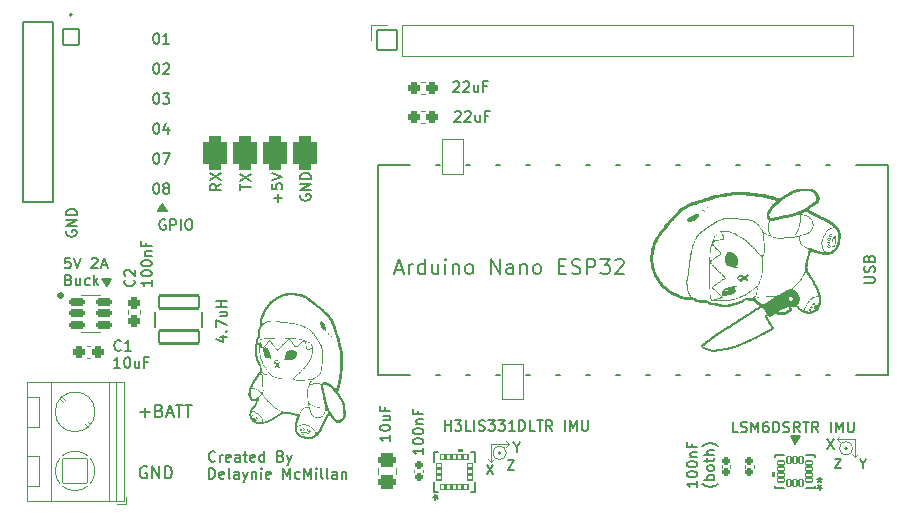
<source format=gto>
G04 #@! TF.GenerationSoftware,KiCad,Pcbnew,8.0.7*
G04 #@! TF.CreationDate,2025-03-12T01:08:22-04:00*
G04 #@! TF.ProjectId,combat-pcb,636f6d62-6174-42d7-9063-622e6b696361,rev?*
G04 #@! TF.SameCoordinates,Original*
G04 #@! TF.FileFunction,Legend,Top*
G04 #@! TF.FilePolarity,Positive*
%FSLAX46Y46*%
G04 Gerber Fmt 4.6, Leading zero omitted, Abs format (unit mm)*
G04 Created by KiCad (PCBNEW 8.0.7) date 2025-03-12 01:08:22*
%MOMM*%
%LPD*%
G01*
G04 APERTURE LIST*
G04 Aperture macros list*
%AMRoundRect*
0 Rectangle with rounded corners*
0 $1 Rounding radius*
0 $2 $3 $4 $5 $6 $7 $8 $9 X,Y pos of 4 corners*
0 Add a 4 corners polygon primitive as box body*
4,1,4,$2,$3,$4,$5,$6,$7,$8,$9,$2,$3,0*
0 Add four circle primitives for the rounded corners*
1,1,$1+$1,$2,$3*
1,1,$1+$1,$4,$5*
1,1,$1+$1,$6,$7*
1,1,$1+$1,$8,$9*
0 Add four rect primitives between the rounded corners*
20,1,$1+$1,$2,$3,$4,$5,0*
20,1,$1+$1,$4,$5,$6,$7,0*
20,1,$1+$1,$6,$7,$8,$9,0*
20,1,$1+$1,$8,$9,$2,$3,0*%
G04 Aperture macros list end*
%ADD10C,0.100000*%
%ADD11C,0.127000*%
%ADD12C,0.185219*%
%ADD13C,0.150000*%
%ADD14C,0.120000*%
%ADD15C,0.300000*%
%ADD16C,0.000000*%
%ADD17C,0.152400*%
%ADD18C,0.200000*%
%ADD19RoundRect,0.525400X0.525400X-0.900400X0.525400X0.900400X-0.525400X0.900400X-0.525400X-0.900400X0*%
%ADD20RoundRect,0.175400X-0.537900X-0.175400X0.537900X-0.175400X0.537900X0.175400X-0.537900X0.175400X0*%
%ADD21RoundRect,0.250400X-0.250400X-0.275400X0.250400X-0.275400X0.250400X0.275400X-0.250400X0.275400X0*%
%ADD22RoundRect,0.050800X0.177800X0.228600X-0.177800X0.228600X-0.177800X-0.228600X0.177800X-0.228600X0*%
%ADD23RoundRect,0.050800X0.228600X-0.177800X0.228600X0.177800X-0.228600X0.177800X-0.228600X-0.177800X0*%
%ADD24RoundRect,0.050800X-0.288290X0.175768X-0.288290X-0.175768X0.288290X-0.175768X0.288290X0.175768X0*%
%ADD25RoundRect,0.050800X0.175768X0.288290X-0.175768X0.288290X-0.175768X-0.288290X0.175768X-0.288290X0*%
%ADD26RoundRect,0.102000X-0.685000X0.685000X-0.685000X-0.685000X0.685000X-0.685000X0.685000X0.685000X0*%
%ADD27C,1.574000*%
%ADD28RoundRect,0.165400X-0.195400X0.165400X-0.195400X-0.165400X0.195400X-0.165400X0.195400X0.165400X0*%
%ADD29C,1.901600*%
%ADD30O,1.828800X3.098800*%
%ADD31RoundRect,0.050800X0.863600X-1.498600X0.863600X1.498600X-0.863600X1.498600X-0.863600X-1.498600X0*%
%ADD32RoundRect,0.050800X1.050000X-1.050000X1.050000X1.050000X-1.050000X1.050000X-1.050000X-1.050000X0*%
%ADD33C,2.201600*%
%ADD34RoundRect,0.102000X1.700000X-0.550000X1.700000X0.550000X-1.700000X0.550000X-1.700000X-0.550000X0*%
%ADD35RoundRect,0.275400X-0.500400X0.275400X-0.500400X-0.275400X0.500400X-0.275400X0.500400X0.275400X0*%
%ADD36RoundRect,0.250400X0.275400X-0.250400X0.275400X0.250400X-0.275400X0.250400X-0.275400X-0.250400X0*%
%ADD37RoundRect,0.050800X0.850000X-0.850000X0.850000X0.850000X-0.850000X0.850000X-0.850000X-0.850000X0*%
%ADD38O,1.801600X1.801600*%
G04 APERTURE END LIST*
D10*
X211963000Y-108839000D02*
X211709000Y-108585000D01*
X211963000Y-108839000D02*
X212217000Y-108585000D01*
D11*
X148590000Y-94361000D02*
X148209000Y-93726000D01*
X148971000Y-93726000D01*
X148590000Y-94361000D01*
G36*
X148590000Y-94361000D02*
G01*
X148209000Y-93726000D01*
X148971000Y-93726000D01*
X148590000Y-94361000D01*
G37*
D10*
X182626000Y-107696000D02*
X182372000Y-107950000D01*
X211769669Y-108077000D02*
G75*
G02*
X210632331Y-108077000I-568669J0D01*
G01*
X210632331Y-108077000D02*
G75*
G02*
X211769669Y-108077000I568669J0D01*
G01*
X182626000Y-107696000D02*
X182372000Y-107442000D01*
X211963000Y-107315000D02*
X210439000Y-107315000D01*
X181102000Y-109220000D02*
X180848000Y-108966000D01*
D12*
X211293609Y-108077000D02*
G75*
G02*
X211108391Y-108077000I-92609J0D01*
G01*
X211108391Y-108077000D02*
G75*
G02*
X211293609Y-108077000I92609J0D01*
G01*
D10*
X210439000Y-107315000D02*
X210693000Y-107569000D01*
X181102000Y-107696000D02*
X181102000Y-109220000D01*
X181102000Y-109220000D02*
X181356000Y-108966000D01*
X211963000Y-108839000D02*
X211963000Y-107315000D01*
X182626000Y-107696000D02*
X181102000Y-107696000D01*
X210439000Y-107315000D02*
X210693000Y-107061000D01*
D11*
X206883000Y-107696000D02*
X206502000Y-107061000D01*
X207264000Y-107061000D01*
X206883000Y-107696000D01*
G36*
X206883000Y-107696000D02*
G01*
X206502000Y-107061000D01*
X207264000Y-107061000D01*
X206883000Y-107696000D01*
G37*
D10*
X182432669Y-108458000D02*
G75*
G02*
X181295331Y-108458000I-568669J0D01*
G01*
X181295331Y-108458000D02*
G75*
G02*
X182432669Y-108458000I568669J0D01*
G01*
D11*
X153670000Y-88011000D02*
X152908000Y-88011000D01*
X153289000Y-87376000D01*
X153670000Y-88011000D01*
G36*
X153670000Y-88011000D02*
G01*
X152908000Y-88011000D01*
X153289000Y-87376000D01*
X153670000Y-88011000D01*
G37*
D12*
X181956609Y-108458000D02*
G75*
G02*
X181771391Y-108458000I-92609J0D01*
G01*
X181771391Y-108458000D02*
G75*
G02*
X181956609Y-108458000I92609J0D01*
G01*
D11*
X145214933Y-89663114D02*
X145172600Y-89747781D01*
X145172600Y-89747781D02*
X145172600Y-89874781D01*
X145172600Y-89874781D02*
X145214933Y-90001781D01*
X145214933Y-90001781D02*
X145299600Y-90086448D01*
X145299600Y-90086448D02*
X145384267Y-90128781D01*
X145384267Y-90128781D02*
X145553600Y-90171114D01*
X145553600Y-90171114D02*
X145680600Y-90171114D01*
X145680600Y-90171114D02*
X145849933Y-90128781D01*
X145849933Y-90128781D02*
X145934600Y-90086448D01*
X145934600Y-90086448D02*
X146019267Y-90001781D01*
X146019267Y-90001781D02*
X146061600Y-89874781D01*
X146061600Y-89874781D02*
X146061600Y-89790114D01*
X146061600Y-89790114D02*
X146019267Y-89663114D01*
X146019267Y-89663114D02*
X145976933Y-89620781D01*
X145976933Y-89620781D02*
X145680600Y-89620781D01*
X145680600Y-89620781D02*
X145680600Y-89790114D01*
X146061600Y-89239781D02*
X145172600Y-89239781D01*
X145172600Y-89239781D02*
X146061600Y-88731781D01*
X146061600Y-88731781D02*
X145172600Y-88731781D01*
X146061600Y-88308448D02*
X145172600Y-88308448D01*
X145172600Y-88308448D02*
X145172600Y-88096781D01*
X145172600Y-88096781D02*
X145214933Y-87969781D01*
X145214933Y-87969781D02*
X145299600Y-87885115D01*
X145299600Y-87885115D02*
X145384267Y-87842781D01*
X145384267Y-87842781D02*
X145553600Y-87800448D01*
X145553600Y-87800448D02*
X145680600Y-87800448D01*
X145680600Y-87800448D02*
X145849933Y-87842781D01*
X145849933Y-87842781D02*
X145934600Y-87885115D01*
X145934600Y-87885115D02*
X146019267Y-87969781D01*
X146019267Y-87969781D02*
X146061600Y-88096781D01*
X146061600Y-88096781D02*
X146061600Y-88308448D01*
X210257666Y-108936124D02*
X210799532Y-108936124D01*
X210799532Y-108936124D02*
X210257666Y-109748924D01*
X210257666Y-109748924D02*
X210799532Y-109748924D01*
X209622666Y-107285124D02*
X210164532Y-108097924D01*
X210164532Y-107285124D02*
X209622666Y-108097924D01*
X180793666Y-109444124D02*
X181335532Y-110256924D01*
X181335532Y-109444124D02*
X180793666Y-110256924D01*
X212736600Y-94065781D02*
X213456267Y-94065781D01*
X213456267Y-94065781D02*
X213540933Y-94023448D01*
X213540933Y-94023448D02*
X213583267Y-93981114D01*
X213583267Y-93981114D02*
X213625600Y-93896448D01*
X213625600Y-93896448D02*
X213625600Y-93727114D01*
X213625600Y-93727114D02*
X213583267Y-93642448D01*
X213583267Y-93642448D02*
X213540933Y-93600114D01*
X213540933Y-93600114D02*
X213456267Y-93557781D01*
X213456267Y-93557781D02*
X212736600Y-93557781D01*
X213583267Y-93176781D02*
X213625600Y-93049781D01*
X213625600Y-93049781D02*
X213625600Y-92838115D01*
X213625600Y-92838115D02*
X213583267Y-92753448D01*
X213583267Y-92753448D02*
X213540933Y-92711115D01*
X213540933Y-92711115D02*
X213456267Y-92668781D01*
X213456267Y-92668781D02*
X213371600Y-92668781D01*
X213371600Y-92668781D02*
X213286933Y-92711115D01*
X213286933Y-92711115D02*
X213244600Y-92753448D01*
X213244600Y-92753448D02*
X213202267Y-92838115D01*
X213202267Y-92838115D02*
X213159933Y-93007448D01*
X213159933Y-93007448D02*
X213117600Y-93092115D01*
X213117600Y-93092115D02*
X213075267Y-93134448D01*
X213075267Y-93134448D02*
X212990600Y-93176781D01*
X212990600Y-93176781D02*
X212905933Y-93176781D01*
X212905933Y-93176781D02*
X212821267Y-93134448D01*
X212821267Y-93134448D02*
X212778933Y-93092115D01*
X212778933Y-93092115D02*
X212736600Y-93007448D01*
X212736600Y-93007448D02*
X212736600Y-92795781D01*
X212736600Y-92795781D02*
X212778933Y-92668781D01*
X213159933Y-91991448D02*
X213202267Y-91864448D01*
X213202267Y-91864448D02*
X213244600Y-91822114D01*
X213244600Y-91822114D02*
X213329267Y-91779781D01*
X213329267Y-91779781D02*
X213456267Y-91779781D01*
X213456267Y-91779781D02*
X213540933Y-91822114D01*
X213540933Y-91822114D02*
X213583267Y-91864448D01*
X213583267Y-91864448D02*
X213625600Y-91949114D01*
X213625600Y-91949114D02*
X213625600Y-92287781D01*
X213625600Y-92287781D02*
X212736600Y-92287781D01*
X212736600Y-92287781D02*
X212736600Y-91991448D01*
X212736600Y-91991448D02*
X212778933Y-91906781D01*
X212778933Y-91906781D02*
X212821267Y-91864448D01*
X212821267Y-91864448D02*
X212905933Y-91822114D01*
X212905933Y-91822114D02*
X212990600Y-91822114D01*
X212990600Y-91822114D02*
X213075267Y-91864448D01*
X213075267Y-91864448D02*
X213117600Y-91906781D01*
X213117600Y-91906781D02*
X213159933Y-91991448D01*
X213159933Y-91991448D02*
X213159933Y-92287781D01*
X150895693Y-93811781D02*
X150938027Y-93854114D01*
X150938027Y-93854114D02*
X150980360Y-93981114D01*
X150980360Y-93981114D02*
X150980360Y-94065781D01*
X150980360Y-94065781D02*
X150938027Y-94192781D01*
X150938027Y-94192781D02*
X150853360Y-94277448D01*
X150853360Y-94277448D02*
X150768693Y-94319781D01*
X150768693Y-94319781D02*
X150599360Y-94362114D01*
X150599360Y-94362114D02*
X150472360Y-94362114D01*
X150472360Y-94362114D02*
X150303027Y-94319781D01*
X150303027Y-94319781D02*
X150218360Y-94277448D01*
X150218360Y-94277448D02*
X150133693Y-94192781D01*
X150133693Y-94192781D02*
X150091360Y-94065781D01*
X150091360Y-94065781D02*
X150091360Y-93981114D01*
X150091360Y-93981114D02*
X150133693Y-93854114D01*
X150133693Y-93854114D02*
X150176027Y-93811781D01*
X150176027Y-93473114D02*
X150133693Y-93430781D01*
X150133693Y-93430781D02*
X150091360Y-93346114D01*
X150091360Y-93346114D02*
X150091360Y-93134448D01*
X150091360Y-93134448D02*
X150133693Y-93049781D01*
X150133693Y-93049781D02*
X150176027Y-93007448D01*
X150176027Y-93007448D02*
X150260693Y-92965114D01*
X150260693Y-92965114D02*
X150345360Y-92965114D01*
X150345360Y-92965114D02*
X150472360Y-93007448D01*
X150472360Y-93007448D02*
X150980360Y-93515448D01*
X150980360Y-93515448D02*
X150980360Y-92965114D01*
X152411600Y-93854114D02*
X152411600Y-94362114D01*
X152411600Y-94108114D02*
X151522600Y-94108114D01*
X151522600Y-94108114D02*
X151649600Y-94192781D01*
X151649600Y-94192781D02*
X151734267Y-94277448D01*
X151734267Y-94277448D02*
X151776600Y-94362114D01*
X151522600Y-93303781D02*
X151522600Y-93219114D01*
X151522600Y-93219114D02*
X151564933Y-93134447D01*
X151564933Y-93134447D02*
X151607267Y-93092114D01*
X151607267Y-93092114D02*
X151691933Y-93049781D01*
X151691933Y-93049781D02*
X151861267Y-93007447D01*
X151861267Y-93007447D02*
X152072933Y-93007447D01*
X152072933Y-93007447D02*
X152242267Y-93049781D01*
X152242267Y-93049781D02*
X152326933Y-93092114D01*
X152326933Y-93092114D02*
X152369267Y-93134447D01*
X152369267Y-93134447D02*
X152411600Y-93219114D01*
X152411600Y-93219114D02*
X152411600Y-93303781D01*
X152411600Y-93303781D02*
X152369267Y-93388447D01*
X152369267Y-93388447D02*
X152326933Y-93430781D01*
X152326933Y-93430781D02*
X152242267Y-93473114D01*
X152242267Y-93473114D02*
X152072933Y-93515447D01*
X152072933Y-93515447D02*
X151861267Y-93515447D01*
X151861267Y-93515447D02*
X151691933Y-93473114D01*
X151691933Y-93473114D02*
X151607267Y-93430781D01*
X151607267Y-93430781D02*
X151564933Y-93388447D01*
X151564933Y-93388447D02*
X151522600Y-93303781D01*
X151522600Y-92457114D02*
X151522600Y-92372447D01*
X151522600Y-92372447D02*
X151564933Y-92287780D01*
X151564933Y-92287780D02*
X151607267Y-92245447D01*
X151607267Y-92245447D02*
X151691933Y-92203114D01*
X151691933Y-92203114D02*
X151861267Y-92160780D01*
X151861267Y-92160780D02*
X152072933Y-92160780D01*
X152072933Y-92160780D02*
X152242267Y-92203114D01*
X152242267Y-92203114D02*
X152326933Y-92245447D01*
X152326933Y-92245447D02*
X152369267Y-92287780D01*
X152369267Y-92287780D02*
X152411600Y-92372447D01*
X152411600Y-92372447D02*
X152411600Y-92457114D01*
X152411600Y-92457114D02*
X152369267Y-92541780D01*
X152369267Y-92541780D02*
X152326933Y-92584114D01*
X152326933Y-92584114D02*
X152242267Y-92626447D01*
X152242267Y-92626447D02*
X152072933Y-92668780D01*
X152072933Y-92668780D02*
X151861267Y-92668780D01*
X151861267Y-92668780D02*
X151691933Y-92626447D01*
X151691933Y-92626447D02*
X151607267Y-92584114D01*
X151607267Y-92584114D02*
X151564933Y-92541780D01*
X151564933Y-92541780D02*
X151522600Y-92457114D01*
X151818933Y-91779780D02*
X152411600Y-91779780D01*
X151903600Y-91779780D02*
X151861267Y-91737447D01*
X151861267Y-91737447D02*
X151818933Y-91652780D01*
X151818933Y-91652780D02*
X151818933Y-91525780D01*
X151818933Y-91525780D02*
X151861267Y-91441113D01*
X151861267Y-91441113D02*
X151945933Y-91398780D01*
X151945933Y-91398780D02*
X152411600Y-91398780D01*
X151945933Y-90679114D02*
X151945933Y-90975447D01*
X152411600Y-90975447D02*
X151522600Y-90975447D01*
X151522600Y-90975447D02*
X151522600Y-90552114D01*
X198605360Y-110872114D02*
X198605360Y-111380114D01*
X198605360Y-111126114D02*
X197716360Y-111126114D01*
X197716360Y-111126114D02*
X197843360Y-111210781D01*
X197843360Y-111210781D02*
X197928027Y-111295448D01*
X197928027Y-111295448D02*
X197970360Y-111380114D01*
X197716360Y-110321781D02*
X197716360Y-110237114D01*
X197716360Y-110237114D02*
X197758693Y-110152447D01*
X197758693Y-110152447D02*
X197801027Y-110110114D01*
X197801027Y-110110114D02*
X197885693Y-110067781D01*
X197885693Y-110067781D02*
X198055027Y-110025447D01*
X198055027Y-110025447D02*
X198266693Y-110025447D01*
X198266693Y-110025447D02*
X198436027Y-110067781D01*
X198436027Y-110067781D02*
X198520693Y-110110114D01*
X198520693Y-110110114D02*
X198563027Y-110152447D01*
X198563027Y-110152447D02*
X198605360Y-110237114D01*
X198605360Y-110237114D02*
X198605360Y-110321781D01*
X198605360Y-110321781D02*
X198563027Y-110406447D01*
X198563027Y-110406447D02*
X198520693Y-110448781D01*
X198520693Y-110448781D02*
X198436027Y-110491114D01*
X198436027Y-110491114D02*
X198266693Y-110533447D01*
X198266693Y-110533447D02*
X198055027Y-110533447D01*
X198055027Y-110533447D02*
X197885693Y-110491114D01*
X197885693Y-110491114D02*
X197801027Y-110448781D01*
X197801027Y-110448781D02*
X197758693Y-110406447D01*
X197758693Y-110406447D02*
X197716360Y-110321781D01*
X197716360Y-109475114D02*
X197716360Y-109390447D01*
X197716360Y-109390447D02*
X197758693Y-109305780D01*
X197758693Y-109305780D02*
X197801027Y-109263447D01*
X197801027Y-109263447D02*
X197885693Y-109221114D01*
X197885693Y-109221114D02*
X198055027Y-109178780D01*
X198055027Y-109178780D02*
X198266693Y-109178780D01*
X198266693Y-109178780D02*
X198436027Y-109221114D01*
X198436027Y-109221114D02*
X198520693Y-109263447D01*
X198520693Y-109263447D02*
X198563027Y-109305780D01*
X198563027Y-109305780D02*
X198605360Y-109390447D01*
X198605360Y-109390447D02*
X198605360Y-109475114D01*
X198605360Y-109475114D02*
X198563027Y-109559780D01*
X198563027Y-109559780D02*
X198520693Y-109602114D01*
X198520693Y-109602114D02*
X198436027Y-109644447D01*
X198436027Y-109644447D02*
X198266693Y-109686780D01*
X198266693Y-109686780D02*
X198055027Y-109686780D01*
X198055027Y-109686780D02*
X197885693Y-109644447D01*
X197885693Y-109644447D02*
X197801027Y-109602114D01*
X197801027Y-109602114D02*
X197758693Y-109559780D01*
X197758693Y-109559780D02*
X197716360Y-109475114D01*
X198012693Y-108797780D02*
X198605360Y-108797780D01*
X198097360Y-108797780D02*
X198055027Y-108755447D01*
X198055027Y-108755447D02*
X198012693Y-108670780D01*
X198012693Y-108670780D02*
X198012693Y-108543780D01*
X198012693Y-108543780D02*
X198055027Y-108459113D01*
X198055027Y-108459113D02*
X198139693Y-108416780D01*
X198139693Y-108416780D02*
X198605360Y-108416780D01*
X198139693Y-107697114D02*
X198139693Y-107993447D01*
X198605360Y-107993447D02*
X197716360Y-107993447D01*
X197716360Y-107993447D02*
X197716360Y-107570114D01*
X200375267Y-111083781D02*
X200332933Y-111126114D01*
X200332933Y-111126114D02*
X200205933Y-111210781D01*
X200205933Y-111210781D02*
X200121267Y-111253114D01*
X200121267Y-111253114D02*
X199994267Y-111295448D01*
X199994267Y-111295448D02*
X199782600Y-111337781D01*
X199782600Y-111337781D02*
X199613267Y-111337781D01*
X199613267Y-111337781D02*
X199401600Y-111295448D01*
X199401600Y-111295448D02*
X199274600Y-111253114D01*
X199274600Y-111253114D02*
X199189933Y-111210781D01*
X199189933Y-111210781D02*
X199062933Y-111126114D01*
X199062933Y-111126114D02*
X199020600Y-111083781D01*
X200036600Y-110745114D02*
X199147600Y-110745114D01*
X199486267Y-110745114D02*
X199443933Y-110660447D01*
X199443933Y-110660447D02*
X199443933Y-110491114D01*
X199443933Y-110491114D02*
X199486267Y-110406447D01*
X199486267Y-110406447D02*
X199528600Y-110364114D01*
X199528600Y-110364114D02*
X199613267Y-110321781D01*
X199613267Y-110321781D02*
X199867267Y-110321781D01*
X199867267Y-110321781D02*
X199951933Y-110364114D01*
X199951933Y-110364114D02*
X199994267Y-110406447D01*
X199994267Y-110406447D02*
X200036600Y-110491114D01*
X200036600Y-110491114D02*
X200036600Y-110660447D01*
X200036600Y-110660447D02*
X199994267Y-110745114D01*
X200036600Y-109813781D02*
X199994267Y-109898448D01*
X199994267Y-109898448D02*
X199951933Y-109940781D01*
X199951933Y-109940781D02*
X199867267Y-109983114D01*
X199867267Y-109983114D02*
X199613267Y-109983114D01*
X199613267Y-109983114D02*
X199528600Y-109940781D01*
X199528600Y-109940781D02*
X199486267Y-109898448D01*
X199486267Y-109898448D02*
X199443933Y-109813781D01*
X199443933Y-109813781D02*
X199443933Y-109686781D01*
X199443933Y-109686781D02*
X199486267Y-109602114D01*
X199486267Y-109602114D02*
X199528600Y-109559781D01*
X199528600Y-109559781D02*
X199613267Y-109517448D01*
X199613267Y-109517448D02*
X199867267Y-109517448D01*
X199867267Y-109517448D02*
X199951933Y-109559781D01*
X199951933Y-109559781D02*
X199994267Y-109602114D01*
X199994267Y-109602114D02*
X200036600Y-109686781D01*
X200036600Y-109686781D02*
X200036600Y-109813781D01*
X199443933Y-109263448D02*
X199443933Y-108924781D01*
X199147600Y-109136448D02*
X199909600Y-109136448D01*
X199909600Y-109136448D02*
X199994267Y-109094115D01*
X199994267Y-109094115D02*
X200036600Y-109009448D01*
X200036600Y-109009448D02*
X200036600Y-108924781D01*
X200036600Y-108628448D02*
X199147600Y-108628448D01*
X200036600Y-108247448D02*
X199570933Y-108247448D01*
X199570933Y-108247448D02*
X199486267Y-108289781D01*
X199486267Y-108289781D02*
X199443933Y-108374448D01*
X199443933Y-108374448D02*
X199443933Y-108501448D01*
X199443933Y-108501448D02*
X199486267Y-108586115D01*
X199486267Y-108586115D02*
X199528600Y-108628448D01*
X200375267Y-107908782D02*
X200332933Y-107866448D01*
X200332933Y-107866448D02*
X200205933Y-107781782D01*
X200205933Y-107781782D02*
X200121267Y-107739448D01*
X200121267Y-107739448D02*
X199994267Y-107697115D01*
X199994267Y-107697115D02*
X199782600Y-107654782D01*
X199782600Y-107654782D02*
X199613267Y-107654782D01*
X199613267Y-107654782D02*
X199401600Y-107697115D01*
X199401600Y-107697115D02*
X199274600Y-107739448D01*
X199274600Y-107739448D02*
X199189933Y-107781782D01*
X199189933Y-107781782D02*
X199062933Y-107866448D01*
X199062933Y-107866448D02*
X199020600Y-107908782D01*
X153541885Y-88699933D02*
X153457218Y-88657600D01*
X153457218Y-88657600D02*
X153330218Y-88657600D01*
X153330218Y-88657600D02*
X153203218Y-88699933D01*
X153203218Y-88699933D02*
X153118552Y-88784600D01*
X153118552Y-88784600D02*
X153076218Y-88869267D01*
X153076218Y-88869267D02*
X153033885Y-89038600D01*
X153033885Y-89038600D02*
X153033885Y-89165600D01*
X153033885Y-89165600D02*
X153076218Y-89334933D01*
X153076218Y-89334933D02*
X153118552Y-89419600D01*
X153118552Y-89419600D02*
X153203218Y-89504267D01*
X153203218Y-89504267D02*
X153330218Y-89546600D01*
X153330218Y-89546600D02*
X153414885Y-89546600D01*
X153414885Y-89546600D02*
X153541885Y-89504267D01*
X153541885Y-89504267D02*
X153584218Y-89461933D01*
X153584218Y-89461933D02*
X153584218Y-89165600D01*
X153584218Y-89165600D02*
X153414885Y-89165600D01*
X153965218Y-89546600D02*
X153965218Y-88657600D01*
X153965218Y-88657600D02*
X154303885Y-88657600D01*
X154303885Y-88657600D02*
X154388552Y-88699933D01*
X154388552Y-88699933D02*
X154430885Y-88742267D01*
X154430885Y-88742267D02*
X154473218Y-88826933D01*
X154473218Y-88826933D02*
X154473218Y-88953933D01*
X154473218Y-88953933D02*
X154430885Y-89038600D01*
X154430885Y-89038600D02*
X154388552Y-89080933D01*
X154388552Y-89080933D02*
X154303885Y-89123267D01*
X154303885Y-89123267D02*
X153965218Y-89123267D01*
X154854218Y-89546600D02*
X154854218Y-88657600D01*
X155446885Y-88657600D02*
X155616218Y-88657600D01*
X155616218Y-88657600D02*
X155700885Y-88699933D01*
X155700885Y-88699933D02*
X155785551Y-88784600D01*
X155785551Y-88784600D02*
X155827885Y-88953933D01*
X155827885Y-88953933D02*
X155827885Y-89250267D01*
X155827885Y-89250267D02*
X155785551Y-89419600D01*
X155785551Y-89419600D02*
X155700885Y-89504267D01*
X155700885Y-89504267D02*
X155616218Y-89546600D01*
X155616218Y-89546600D02*
X155446885Y-89546600D01*
X155446885Y-89546600D02*
X155362218Y-89504267D01*
X155362218Y-89504267D02*
X155277551Y-89419600D01*
X155277551Y-89419600D02*
X155235218Y-89250267D01*
X155235218Y-89250267D02*
X155235218Y-88953933D01*
X155235218Y-88953933D02*
X155277551Y-88784600D01*
X155277551Y-88784600D02*
X155362218Y-88699933D01*
X155362218Y-88699933D02*
X155446885Y-88657600D01*
X178052885Y-79598267D02*
X178095218Y-79555933D01*
X178095218Y-79555933D02*
X178179885Y-79513600D01*
X178179885Y-79513600D02*
X178391552Y-79513600D01*
X178391552Y-79513600D02*
X178476218Y-79555933D01*
X178476218Y-79555933D02*
X178518552Y-79598267D01*
X178518552Y-79598267D02*
X178560885Y-79682933D01*
X178560885Y-79682933D02*
X178560885Y-79767600D01*
X178560885Y-79767600D02*
X178518552Y-79894600D01*
X178518552Y-79894600D02*
X178010552Y-80402600D01*
X178010552Y-80402600D02*
X178560885Y-80402600D01*
X178899552Y-79598267D02*
X178941885Y-79555933D01*
X178941885Y-79555933D02*
X179026552Y-79513600D01*
X179026552Y-79513600D02*
X179238219Y-79513600D01*
X179238219Y-79513600D02*
X179322885Y-79555933D01*
X179322885Y-79555933D02*
X179365219Y-79598267D01*
X179365219Y-79598267D02*
X179407552Y-79682933D01*
X179407552Y-79682933D02*
X179407552Y-79767600D01*
X179407552Y-79767600D02*
X179365219Y-79894600D01*
X179365219Y-79894600D02*
X178857219Y-80402600D01*
X178857219Y-80402600D02*
X179407552Y-80402600D01*
X180169552Y-79809933D02*
X180169552Y-80402600D01*
X179788552Y-79809933D02*
X179788552Y-80275600D01*
X179788552Y-80275600D02*
X179830886Y-80360267D01*
X179830886Y-80360267D02*
X179915552Y-80402600D01*
X179915552Y-80402600D02*
X180042552Y-80402600D01*
X180042552Y-80402600D02*
X180127219Y-80360267D01*
X180127219Y-80360267D02*
X180169552Y-80317933D01*
X180889219Y-79936933D02*
X180592885Y-79936933D01*
X180592885Y-80402600D02*
X180592885Y-79513600D01*
X180592885Y-79513600D02*
X181016219Y-79513600D01*
X172604600Y-106935114D02*
X172604600Y-107443114D01*
X172604600Y-107189114D02*
X171715600Y-107189114D01*
X171715600Y-107189114D02*
X171842600Y-107273781D01*
X171842600Y-107273781D02*
X171927267Y-107358448D01*
X171927267Y-107358448D02*
X171969600Y-107443114D01*
X171715600Y-106384781D02*
X171715600Y-106300114D01*
X171715600Y-106300114D02*
X171757933Y-106215447D01*
X171757933Y-106215447D02*
X171800267Y-106173114D01*
X171800267Y-106173114D02*
X171884933Y-106130781D01*
X171884933Y-106130781D02*
X172054267Y-106088447D01*
X172054267Y-106088447D02*
X172265933Y-106088447D01*
X172265933Y-106088447D02*
X172435267Y-106130781D01*
X172435267Y-106130781D02*
X172519933Y-106173114D01*
X172519933Y-106173114D02*
X172562267Y-106215447D01*
X172562267Y-106215447D02*
X172604600Y-106300114D01*
X172604600Y-106300114D02*
X172604600Y-106384781D01*
X172604600Y-106384781D02*
X172562267Y-106469447D01*
X172562267Y-106469447D02*
X172519933Y-106511781D01*
X172519933Y-106511781D02*
X172435267Y-106554114D01*
X172435267Y-106554114D02*
X172265933Y-106596447D01*
X172265933Y-106596447D02*
X172054267Y-106596447D01*
X172054267Y-106596447D02*
X171884933Y-106554114D01*
X171884933Y-106554114D02*
X171800267Y-106511781D01*
X171800267Y-106511781D02*
X171757933Y-106469447D01*
X171757933Y-106469447D02*
X171715600Y-106384781D01*
X172011933Y-105326447D02*
X172604600Y-105326447D01*
X172011933Y-105707447D02*
X172477600Y-105707447D01*
X172477600Y-105707447D02*
X172562267Y-105665114D01*
X172562267Y-105665114D02*
X172604600Y-105580447D01*
X172604600Y-105580447D02*
X172604600Y-105453447D01*
X172604600Y-105453447D02*
X172562267Y-105368780D01*
X172562267Y-105368780D02*
X172519933Y-105326447D01*
X172138933Y-104606781D02*
X172138933Y-104903114D01*
X172604600Y-104903114D02*
X171715600Y-104903114D01*
X171715600Y-104903114D02*
X171715600Y-104479781D01*
X212648894Y-109361877D02*
X212648894Y-109748924D01*
X212377961Y-108936124D02*
X212648894Y-109361877D01*
X212648894Y-109361877D02*
X212919828Y-108936124D01*
X173045456Y-92947115D02*
X173650218Y-92947115D01*
X172924504Y-93309972D02*
X173347837Y-92039972D01*
X173347837Y-92039972D02*
X173771171Y-93309972D01*
X174194503Y-93309972D02*
X174194503Y-92463305D01*
X174194503Y-92705210D02*
X174254980Y-92584257D01*
X174254980Y-92584257D02*
X174315456Y-92523781D01*
X174315456Y-92523781D02*
X174436408Y-92463305D01*
X174436408Y-92463305D02*
X174557361Y-92463305D01*
X175524979Y-93309972D02*
X175524979Y-92039972D01*
X175524979Y-93249496D02*
X175404027Y-93309972D01*
X175404027Y-93309972D02*
X175162122Y-93309972D01*
X175162122Y-93309972D02*
X175041170Y-93249496D01*
X175041170Y-93249496D02*
X174980693Y-93189019D01*
X174980693Y-93189019D02*
X174920217Y-93068067D01*
X174920217Y-93068067D02*
X174920217Y-92705210D01*
X174920217Y-92705210D02*
X174980693Y-92584257D01*
X174980693Y-92584257D02*
X175041170Y-92523781D01*
X175041170Y-92523781D02*
X175162122Y-92463305D01*
X175162122Y-92463305D02*
X175404027Y-92463305D01*
X175404027Y-92463305D02*
X175524979Y-92523781D01*
X176674027Y-92463305D02*
X176674027Y-93309972D01*
X176129741Y-92463305D02*
X176129741Y-93128543D01*
X176129741Y-93128543D02*
X176190218Y-93249496D01*
X176190218Y-93249496D02*
X176311170Y-93309972D01*
X176311170Y-93309972D02*
X176492599Y-93309972D01*
X176492599Y-93309972D02*
X176613551Y-93249496D01*
X176613551Y-93249496D02*
X176674027Y-93189019D01*
X177278789Y-93309972D02*
X177278789Y-92463305D01*
X177278789Y-92039972D02*
X177218313Y-92100448D01*
X177218313Y-92100448D02*
X177278789Y-92160924D01*
X177278789Y-92160924D02*
X177339266Y-92100448D01*
X177339266Y-92100448D02*
X177278789Y-92039972D01*
X177278789Y-92039972D02*
X177278789Y-92160924D01*
X177883551Y-92463305D02*
X177883551Y-93309972D01*
X177883551Y-92584257D02*
X177944028Y-92523781D01*
X177944028Y-92523781D02*
X178064980Y-92463305D01*
X178064980Y-92463305D02*
X178246409Y-92463305D01*
X178246409Y-92463305D02*
X178367361Y-92523781D01*
X178367361Y-92523781D02*
X178427837Y-92644734D01*
X178427837Y-92644734D02*
X178427837Y-93309972D01*
X179214028Y-93309972D02*
X179093076Y-93249496D01*
X179093076Y-93249496D02*
X179032599Y-93189019D01*
X179032599Y-93189019D02*
X178972123Y-93068067D01*
X178972123Y-93068067D02*
X178972123Y-92705210D01*
X178972123Y-92705210D02*
X179032599Y-92584257D01*
X179032599Y-92584257D02*
X179093076Y-92523781D01*
X179093076Y-92523781D02*
X179214028Y-92463305D01*
X179214028Y-92463305D02*
X179395457Y-92463305D01*
X179395457Y-92463305D02*
X179516409Y-92523781D01*
X179516409Y-92523781D02*
X179576885Y-92584257D01*
X179576885Y-92584257D02*
X179637361Y-92705210D01*
X179637361Y-92705210D02*
X179637361Y-93068067D01*
X179637361Y-93068067D02*
X179576885Y-93189019D01*
X179576885Y-93189019D02*
X179516409Y-93249496D01*
X179516409Y-93249496D02*
X179395457Y-93309972D01*
X179395457Y-93309972D02*
X179214028Y-93309972D01*
X181149266Y-93309972D02*
X181149266Y-92039972D01*
X181149266Y-92039972D02*
X181874981Y-93309972D01*
X181874981Y-93309972D02*
X181874981Y-92039972D01*
X183024028Y-93309972D02*
X183024028Y-92644734D01*
X183024028Y-92644734D02*
X182963552Y-92523781D01*
X182963552Y-92523781D02*
X182842600Y-92463305D01*
X182842600Y-92463305D02*
X182600695Y-92463305D01*
X182600695Y-92463305D02*
X182479742Y-92523781D01*
X183024028Y-93249496D02*
X182903076Y-93309972D01*
X182903076Y-93309972D02*
X182600695Y-93309972D01*
X182600695Y-93309972D02*
X182479742Y-93249496D01*
X182479742Y-93249496D02*
X182419266Y-93128543D01*
X182419266Y-93128543D02*
X182419266Y-93007591D01*
X182419266Y-93007591D02*
X182479742Y-92886638D01*
X182479742Y-92886638D02*
X182600695Y-92826162D01*
X182600695Y-92826162D02*
X182903076Y-92826162D01*
X182903076Y-92826162D02*
X183024028Y-92765686D01*
X183628790Y-92463305D02*
X183628790Y-93309972D01*
X183628790Y-92584257D02*
X183689267Y-92523781D01*
X183689267Y-92523781D02*
X183810219Y-92463305D01*
X183810219Y-92463305D02*
X183991648Y-92463305D01*
X183991648Y-92463305D02*
X184112600Y-92523781D01*
X184112600Y-92523781D02*
X184173076Y-92644734D01*
X184173076Y-92644734D02*
X184173076Y-93309972D01*
X184959267Y-93309972D02*
X184838315Y-93249496D01*
X184838315Y-93249496D02*
X184777838Y-93189019D01*
X184777838Y-93189019D02*
X184717362Y-93068067D01*
X184717362Y-93068067D02*
X184717362Y-92705210D01*
X184717362Y-92705210D02*
X184777838Y-92584257D01*
X184777838Y-92584257D02*
X184838315Y-92523781D01*
X184838315Y-92523781D02*
X184959267Y-92463305D01*
X184959267Y-92463305D02*
X185140696Y-92463305D01*
X185140696Y-92463305D02*
X185261648Y-92523781D01*
X185261648Y-92523781D02*
X185322124Y-92584257D01*
X185322124Y-92584257D02*
X185382600Y-92705210D01*
X185382600Y-92705210D02*
X185382600Y-93068067D01*
X185382600Y-93068067D02*
X185322124Y-93189019D01*
X185322124Y-93189019D02*
X185261648Y-93249496D01*
X185261648Y-93249496D02*
X185140696Y-93309972D01*
X185140696Y-93309972D02*
X184959267Y-93309972D01*
X186894505Y-92644734D02*
X187317839Y-92644734D01*
X187499267Y-93309972D02*
X186894505Y-93309972D01*
X186894505Y-93309972D02*
X186894505Y-92039972D01*
X186894505Y-92039972D02*
X187499267Y-92039972D01*
X187983077Y-93249496D02*
X188164506Y-93309972D01*
X188164506Y-93309972D02*
X188466887Y-93309972D01*
X188466887Y-93309972D02*
X188587839Y-93249496D01*
X188587839Y-93249496D02*
X188648315Y-93189019D01*
X188648315Y-93189019D02*
X188708792Y-93068067D01*
X188708792Y-93068067D02*
X188708792Y-92947115D01*
X188708792Y-92947115D02*
X188648315Y-92826162D01*
X188648315Y-92826162D02*
X188587839Y-92765686D01*
X188587839Y-92765686D02*
X188466887Y-92705210D01*
X188466887Y-92705210D02*
X188224982Y-92644734D01*
X188224982Y-92644734D02*
X188104030Y-92584257D01*
X188104030Y-92584257D02*
X188043553Y-92523781D01*
X188043553Y-92523781D02*
X187983077Y-92402829D01*
X187983077Y-92402829D02*
X187983077Y-92281876D01*
X187983077Y-92281876D02*
X188043553Y-92160924D01*
X188043553Y-92160924D02*
X188104030Y-92100448D01*
X188104030Y-92100448D02*
X188224982Y-92039972D01*
X188224982Y-92039972D02*
X188527363Y-92039972D01*
X188527363Y-92039972D02*
X188708792Y-92100448D01*
X189253077Y-93309972D02*
X189253077Y-92039972D01*
X189253077Y-92039972D02*
X189736887Y-92039972D01*
X189736887Y-92039972D02*
X189857839Y-92100448D01*
X189857839Y-92100448D02*
X189918316Y-92160924D01*
X189918316Y-92160924D02*
X189978792Y-92281876D01*
X189978792Y-92281876D02*
X189978792Y-92463305D01*
X189978792Y-92463305D02*
X189918316Y-92584257D01*
X189918316Y-92584257D02*
X189857839Y-92644734D01*
X189857839Y-92644734D02*
X189736887Y-92705210D01*
X189736887Y-92705210D02*
X189253077Y-92705210D01*
X190402125Y-92039972D02*
X191188316Y-92039972D01*
X191188316Y-92039972D02*
X190764982Y-92523781D01*
X190764982Y-92523781D02*
X190946411Y-92523781D01*
X190946411Y-92523781D02*
X191067363Y-92584257D01*
X191067363Y-92584257D02*
X191127839Y-92644734D01*
X191127839Y-92644734D02*
X191188316Y-92765686D01*
X191188316Y-92765686D02*
X191188316Y-93068067D01*
X191188316Y-93068067D02*
X191127839Y-93189019D01*
X191127839Y-93189019D02*
X191067363Y-93249496D01*
X191067363Y-93249496D02*
X190946411Y-93309972D01*
X190946411Y-93309972D02*
X190583554Y-93309972D01*
X190583554Y-93309972D02*
X190462601Y-93249496D01*
X190462601Y-93249496D02*
X190402125Y-93189019D01*
X191672125Y-92160924D02*
X191732601Y-92100448D01*
X191732601Y-92100448D02*
X191853554Y-92039972D01*
X191853554Y-92039972D02*
X192155935Y-92039972D01*
X192155935Y-92039972D02*
X192276887Y-92100448D01*
X192276887Y-92100448D02*
X192337363Y-92160924D01*
X192337363Y-92160924D02*
X192397840Y-92281876D01*
X192397840Y-92281876D02*
X192397840Y-92402829D01*
X192397840Y-92402829D02*
X192337363Y-92584257D01*
X192337363Y-92584257D02*
X191611649Y-93309972D01*
X191611649Y-93309972D02*
X192397840Y-93309972D01*
X177206218Y-106564600D02*
X177206218Y-105675600D01*
X177206218Y-106098933D02*
X177714218Y-106098933D01*
X177714218Y-106564600D02*
X177714218Y-105675600D01*
X178052885Y-105675600D02*
X178603218Y-105675600D01*
X178603218Y-105675600D02*
X178306885Y-106014267D01*
X178306885Y-106014267D02*
X178433885Y-106014267D01*
X178433885Y-106014267D02*
X178518551Y-106056600D01*
X178518551Y-106056600D02*
X178560885Y-106098933D01*
X178560885Y-106098933D02*
X178603218Y-106183600D01*
X178603218Y-106183600D02*
X178603218Y-106395267D01*
X178603218Y-106395267D02*
X178560885Y-106479933D01*
X178560885Y-106479933D02*
X178518551Y-106522267D01*
X178518551Y-106522267D02*
X178433885Y-106564600D01*
X178433885Y-106564600D02*
X178179885Y-106564600D01*
X178179885Y-106564600D02*
X178095218Y-106522267D01*
X178095218Y-106522267D02*
X178052885Y-106479933D01*
X179407552Y-106564600D02*
X178984218Y-106564600D01*
X178984218Y-106564600D02*
X178984218Y-105675600D01*
X179703885Y-106564600D02*
X179703885Y-105675600D01*
X180084885Y-106522267D02*
X180211885Y-106564600D01*
X180211885Y-106564600D02*
X180423552Y-106564600D01*
X180423552Y-106564600D02*
X180508218Y-106522267D01*
X180508218Y-106522267D02*
X180550552Y-106479933D01*
X180550552Y-106479933D02*
X180592885Y-106395267D01*
X180592885Y-106395267D02*
X180592885Y-106310600D01*
X180592885Y-106310600D02*
X180550552Y-106225933D01*
X180550552Y-106225933D02*
X180508218Y-106183600D01*
X180508218Y-106183600D02*
X180423552Y-106141267D01*
X180423552Y-106141267D02*
X180254218Y-106098933D01*
X180254218Y-106098933D02*
X180169552Y-106056600D01*
X180169552Y-106056600D02*
X180127218Y-106014267D01*
X180127218Y-106014267D02*
X180084885Y-105929600D01*
X180084885Y-105929600D02*
X180084885Y-105844933D01*
X180084885Y-105844933D02*
X180127218Y-105760267D01*
X180127218Y-105760267D02*
X180169552Y-105717933D01*
X180169552Y-105717933D02*
X180254218Y-105675600D01*
X180254218Y-105675600D02*
X180465885Y-105675600D01*
X180465885Y-105675600D02*
X180592885Y-105717933D01*
X180889219Y-105675600D02*
X181439552Y-105675600D01*
X181439552Y-105675600D02*
X181143219Y-106014267D01*
X181143219Y-106014267D02*
X181270219Y-106014267D01*
X181270219Y-106014267D02*
X181354885Y-106056600D01*
X181354885Y-106056600D02*
X181397219Y-106098933D01*
X181397219Y-106098933D02*
X181439552Y-106183600D01*
X181439552Y-106183600D02*
X181439552Y-106395267D01*
X181439552Y-106395267D02*
X181397219Y-106479933D01*
X181397219Y-106479933D02*
X181354885Y-106522267D01*
X181354885Y-106522267D02*
X181270219Y-106564600D01*
X181270219Y-106564600D02*
X181016219Y-106564600D01*
X181016219Y-106564600D02*
X180931552Y-106522267D01*
X180931552Y-106522267D02*
X180889219Y-106479933D01*
X181735886Y-105675600D02*
X182286219Y-105675600D01*
X182286219Y-105675600D02*
X181989886Y-106014267D01*
X181989886Y-106014267D02*
X182116886Y-106014267D01*
X182116886Y-106014267D02*
X182201552Y-106056600D01*
X182201552Y-106056600D02*
X182243886Y-106098933D01*
X182243886Y-106098933D02*
X182286219Y-106183600D01*
X182286219Y-106183600D02*
X182286219Y-106395267D01*
X182286219Y-106395267D02*
X182243886Y-106479933D01*
X182243886Y-106479933D02*
X182201552Y-106522267D01*
X182201552Y-106522267D02*
X182116886Y-106564600D01*
X182116886Y-106564600D02*
X181862886Y-106564600D01*
X181862886Y-106564600D02*
X181778219Y-106522267D01*
X181778219Y-106522267D02*
X181735886Y-106479933D01*
X183132886Y-106564600D02*
X182624886Y-106564600D01*
X182878886Y-106564600D02*
X182878886Y-105675600D01*
X182878886Y-105675600D02*
X182794219Y-105802600D01*
X182794219Y-105802600D02*
X182709553Y-105887267D01*
X182709553Y-105887267D02*
X182624886Y-105929600D01*
X183513886Y-106564600D02*
X183513886Y-105675600D01*
X183513886Y-105675600D02*
X183725553Y-105675600D01*
X183725553Y-105675600D02*
X183852553Y-105717933D01*
X183852553Y-105717933D02*
X183937220Y-105802600D01*
X183937220Y-105802600D02*
X183979553Y-105887267D01*
X183979553Y-105887267D02*
X184021886Y-106056600D01*
X184021886Y-106056600D02*
X184021886Y-106183600D01*
X184021886Y-106183600D02*
X183979553Y-106352933D01*
X183979553Y-106352933D02*
X183937220Y-106437600D01*
X183937220Y-106437600D02*
X183852553Y-106522267D01*
X183852553Y-106522267D02*
X183725553Y-106564600D01*
X183725553Y-106564600D02*
X183513886Y-106564600D01*
X184826220Y-106564600D02*
X184402886Y-106564600D01*
X184402886Y-106564600D02*
X184402886Y-105675600D01*
X184995553Y-105675600D02*
X185503553Y-105675600D01*
X185249553Y-106564600D02*
X185249553Y-105675600D01*
X186307886Y-106564600D02*
X186011553Y-106141267D01*
X185799886Y-106564600D02*
X185799886Y-105675600D01*
X185799886Y-105675600D02*
X186138553Y-105675600D01*
X186138553Y-105675600D02*
X186223220Y-105717933D01*
X186223220Y-105717933D02*
X186265553Y-105760267D01*
X186265553Y-105760267D02*
X186307886Y-105844933D01*
X186307886Y-105844933D02*
X186307886Y-105971933D01*
X186307886Y-105971933D02*
X186265553Y-106056600D01*
X186265553Y-106056600D02*
X186223220Y-106098933D01*
X186223220Y-106098933D02*
X186138553Y-106141267D01*
X186138553Y-106141267D02*
X185799886Y-106141267D01*
X187366219Y-106564600D02*
X187366219Y-105675600D01*
X187789552Y-106564600D02*
X187789552Y-105675600D01*
X187789552Y-105675600D02*
X188085886Y-106310600D01*
X188085886Y-106310600D02*
X188382219Y-105675600D01*
X188382219Y-105675600D02*
X188382219Y-106564600D01*
X188805552Y-105675600D02*
X188805552Y-106395267D01*
X188805552Y-106395267D02*
X188847886Y-106479933D01*
X188847886Y-106479933D02*
X188890219Y-106522267D01*
X188890219Y-106522267D02*
X188974886Y-106564600D01*
X188974886Y-106564600D02*
X189144219Y-106564600D01*
X189144219Y-106564600D02*
X189228886Y-106522267D01*
X189228886Y-106522267D02*
X189271219Y-106479933D01*
X189271219Y-106479933D02*
X189313552Y-106395267D01*
X189313552Y-106395267D02*
X189313552Y-105675600D01*
X151987647Y-109645437D02*
X151890885Y-109597056D01*
X151890885Y-109597056D02*
X151745742Y-109597056D01*
X151745742Y-109597056D02*
X151600599Y-109645437D01*
X151600599Y-109645437D02*
X151503837Y-109742199D01*
X151503837Y-109742199D02*
X151455456Y-109838961D01*
X151455456Y-109838961D02*
X151407075Y-110032485D01*
X151407075Y-110032485D02*
X151407075Y-110177628D01*
X151407075Y-110177628D02*
X151455456Y-110371152D01*
X151455456Y-110371152D02*
X151503837Y-110467914D01*
X151503837Y-110467914D02*
X151600599Y-110564676D01*
X151600599Y-110564676D02*
X151745742Y-110613056D01*
X151745742Y-110613056D02*
X151842504Y-110613056D01*
X151842504Y-110613056D02*
X151987647Y-110564676D01*
X151987647Y-110564676D02*
X152036028Y-110516295D01*
X152036028Y-110516295D02*
X152036028Y-110177628D01*
X152036028Y-110177628D02*
X151842504Y-110177628D01*
X152471456Y-110613056D02*
X152471456Y-109597056D01*
X152471456Y-109597056D02*
X153052028Y-110613056D01*
X153052028Y-110613056D02*
X153052028Y-109597056D01*
X153535837Y-110613056D02*
X153535837Y-109597056D01*
X153535837Y-109597056D02*
X153777742Y-109597056D01*
X153777742Y-109597056D02*
X153922885Y-109645437D01*
X153922885Y-109645437D02*
X154019647Y-109742199D01*
X154019647Y-109742199D02*
X154068028Y-109838961D01*
X154068028Y-109838961D02*
X154116409Y-110032485D01*
X154116409Y-110032485D02*
X154116409Y-110177628D01*
X154116409Y-110177628D02*
X154068028Y-110371152D01*
X154068028Y-110371152D02*
X154019647Y-110467914D01*
X154019647Y-110467914D02*
X153922885Y-110564676D01*
X153922885Y-110564676D02*
X153777742Y-110613056D01*
X153777742Y-110613056D02*
X153535837Y-110613056D01*
X163121933Y-87207781D02*
X163121933Y-86530448D01*
X163460600Y-86869114D02*
X162783267Y-86869114D01*
X162571600Y-85683781D02*
X162571600Y-86107114D01*
X162571600Y-86107114D02*
X162994933Y-86149447D01*
X162994933Y-86149447D02*
X162952600Y-86107114D01*
X162952600Y-86107114D02*
X162910267Y-86022447D01*
X162910267Y-86022447D02*
X162910267Y-85810781D01*
X162910267Y-85810781D02*
X162952600Y-85726114D01*
X162952600Y-85726114D02*
X162994933Y-85683781D01*
X162994933Y-85683781D02*
X163079600Y-85641447D01*
X163079600Y-85641447D02*
X163291267Y-85641447D01*
X163291267Y-85641447D02*
X163375933Y-85683781D01*
X163375933Y-85683781D02*
X163418267Y-85726114D01*
X163418267Y-85726114D02*
X163460600Y-85810781D01*
X163460600Y-85810781D02*
X163460600Y-86022447D01*
X163460600Y-86022447D02*
X163418267Y-86107114D01*
X163418267Y-86107114D02*
X163375933Y-86149447D01*
X162571600Y-85387447D02*
X163460600Y-85091114D01*
X163460600Y-85091114D02*
X162571600Y-84794780D01*
X152737552Y-83069600D02*
X152822218Y-83069600D01*
X152822218Y-83069600D02*
X152906885Y-83111933D01*
X152906885Y-83111933D02*
X152949218Y-83154267D01*
X152949218Y-83154267D02*
X152991552Y-83238933D01*
X152991552Y-83238933D02*
X153033885Y-83408267D01*
X153033885Y-83408267D02*
X153033885Y-83619933D01*
X153033885Y-83619933D02*
X152991552Y-83789267D01*
X152991552Y-83789267D02*
X152949218Y-83873933D01*
X152949218Y-83873933D02*
X152906885Y-83916267D01*
X152906885Y-83916267D02*
X152822218Y-83958600D01*
X152822218Y-83958600D02*
X152737552Y-83958600D01*
X152737552Y-83958600D02*
X152652885Y-83916267D01*
X152652885Y-83916267D02*
X152610552Y-83873933D01*
X152610552Y-83873933D02*
X152568218Y-83789267D01*
X152568218Y-83789267D02*
X152525885Y-83619933D01*
X152525885Y-83619933D02*
X152525885Y-83408267D01*
X152525885Y-83408267D02*
X152568218Y-83238933D01*
X152568218Y-83238933D02*
X152610552Y-83154267D01*
X152610552Y-83154267D02*
X152652885Y-83111933D01*
X152652885Y-83111933D02*
X152737552Y-83069600D01*
X153330219Y-83069600D02*
X153922885Y-83069600D01*
X153922885Y-83069600D02*
X153541885Y-83958600D01*
X152737552Y-80529600D02*
X152822218Y-80529600D01*
X152822218Y-80529600D02*
X152906885Y-80571933D01*
X152906885Y-80571933D02*
X152949218Y-80614267D01*
X152949218Y-80614267D02*
X152991552Y-80698933D01*
X152991552Y-80698933D02*
X153033885Y-80868267D01*
X153033885Y-80868267D02*
X153033885Y-81079933D01*
X153033885Y-81079933D02*
X152991552Y-81249267D01*
X152991552Y-81249267D02*
X152949218Y-81333933D01*
X152949218Y-81333933D02*
X152906885Y-81376267D01*
X152906885Y-81376267D02*
X152822218Y-81418600D01*
X152822218Y-81418600D02*
X152737552Y-81418600D01*
X152737552Y-81418600D02*
X152652885Y-81376267D01*
X152652885Y-81376267D02*
X152610552Y-81333933D01*
X152610552Y-81333933D02*
X152568218Y-81249267D01*
X152568218Y-81249267D02*
X152525885Y-81079933D01*
X152525885Y-81079933D02*
X152525885Y-80868267D01*
X152525885Y-80868267D02*
X152568218Y-80698933D01*
X152568218Y-80698933D02*
X152610552Y-80614267D01*
X152610552Y-80614267D02*
X152652885Y-80571933D01*
X152652885Y-80571933D02*
X152737552Y-80529600D01*
X153795885Y-80825933D02*
X153795885Y-81418600D01*
X153584219Y-80487267D02*
X153372552Y-81122267D01*
X153372552Y-81122267D02*
X153922885Y-81122267D01*
X158168933Y-98637781D02*
X158761600Y-98637781D01*
X157830267Y-98849448D02*
X158465267Y-99061114D01*
X158465267Y-99061114D02*
X158465267Y-98510781D01*
X158676933Y-98172114D02*
X158719267Y-98129781D01*
X158719267Y-98129781D02*
X158761600Y-98172114D01*
X158761600Y-98172114D02*
X158719267Y-98214447D01*
X158719267Y-98214447D02*
X158676933Y-98172114D01*
X158676933Y-98172114D02*
X158761600Y-98172114D01*
X157872600Y-97833448D02*
X157872600Y-97240781D01*
X157872600Y-97240781D02*
X158761600Y-97621781D01*
X158168933Y-96521114D02*
X158761600Y-96521114D01*
X158168933Y-96902114D02*
X158634600Y-96902114D01*
X158634600Y-96902114D02*
X158719267Y-96859781D01*
X158719267Y-96859781D02*
X158761600Y-96775114D01*
X158761600Y-96775114D02*
X158761600Y-96648114D01*
X158761600Y-96648114D02*
X158719267Y-96563447D01*
X158719267Y-96563447D02*
X158676933Y-96521114D01*
X158761600Y-96097781D02*
X157872600Y-96097781D01*
X158295933Y-96097781D02*
X158295933Y-95589781D01*
X158761600Y-95589781D02*
X157872600Y-95589781D01*
X149774218Y-99714693D02*
X149731885Y-99757027D01*
X149731885Y-99757027D02*
X149604885Y-99799360D01*
X149604885Y-99799360D02*
X149520218Y-99799360D01*
X149520218Y-99799360D02*
X149393218Y-99757027D01*
X149393218Y-99757027D02*
X149308552Y-99672360D01*
X149308552Y-99672360D02*
X149266218Y-99587693D01*
X149266218Y-99587693D02*
X149223885Y-99418360D01*
X149223885Y-99418360D02*
X149223885Y-99291360D01*
X149223885Y-99291360D02*
X149266218Y-99122027D01*
X149266218Y-99122027D02*
X149308552Y-99037360D01*
X149308552Y-99037360D02*
X149393218Y-98952693D01*
X149393218Y-98952693D02*
X149520218Y-98910360D01*
X149520218Y-98910360D02*
X149604885Y-98910360D01*
X149604885Y-98910360D02*
X149731885Y-98952693D01*
X149731885Y-98952693D02*
X149774218Y-98995027D01*
X150620885Y-99799360D02*
X150112885Y-99799360D01*
X150366885Y-99799360D02*
X150366885Y-98910360D01*
X150366885Y-98910360D02*
X150282218Y-99037360D01*
X150282218Y-99037360D02*
X150197552Y-99122027D01*
X150197552Y-99122027D02*
X150112885Y-99164360D01*
X149731885Y-101230600D02*
X149223885Y-101230600D01*
X149477885Y-101230600D02*
X149477885Y-100341600D01*
X149477885Y-100341600D02*
X149393218Y-100468600D01*
X149393218Y-100468600D02*
X149308552Y-100553267D01*
X149308552Y-100553267D02*
X149223885Y-100595600D01*
X150282219Y-100341600D02*
X150366885Y-100341600D01*
X150366885Y-100341600D02*
X150451552Y-100383933D01*
X150451552Y-100383933D02*
X150493885Y-100426267D01*
X150493885Y-100426267D02*
X150536219Y-100510933D01*
X150536219Y-100510933D02*
X150578552Y-100680267D01*
X150578552Y-100680267D02*
X150578552Y-100891933D01*
X150578552Y-100891933D02*
X150536219Y-101061267D01*
X150536219Y-101061267D02*
X150493885Y-101145933D01*
X150493885Y-101145933D02*
X150451552Y-101188267D01*
X150451552Y-101188267D02*
X150366885Y-101230600D01*
X150366885Y-101230600D02*
X150282219Y-101230600D01*
X150282219Y-101230600D02*
X150197552Y-101188267D01*
X150197552Y-101188267D02*
X150155219Y-101145933D01*
X150155219Y-101145933D02*
X150112885Y-101061267D01*
X150112885Y-101061267D02*
X150070552Y-100891933D01*
X150070552Y-100891933D02*
X150070552Y-100680267D01*
X150070552Y-100680267D02*
X150112885Y-100510933D01*
X150112885Y-100510933D02*
X150155219Y-100426267D01*
X150155219Y-100426267D02*
X150197552Y-100383933D01*
X150197552Y-100383933D02*
X150282219Y-100341600D01*
X151340552Y-100637933D02*
X151340552Y-101230600D01*
X150959552Y-100637933D02*
X150959552Y-101103600D01*
X150959552Y-101103600D02*
X151001886Y-101188267D01*
X151001886Y-101188267D02*
X151086552Y-101230600D01*
X151086552Y-101230600D02*
X151213552Y-101230600D01*
X151213552Y-101230600D02*
X151298219Y-101188267D01*
X151298219Y-101188267D02*
X151340552Y-101145933D01*
X152060219Y-100764933D02*
X151763885Y-100764933D01*
X151763885Y-101230600D02*
X151763885Y-100341600D01*
X151763885Y-100341600D02*
X152187219Y-100341600D01*
X152737552Y-85609600D02*
X152822218Y-85609600D01*
X152822218Y-85609600D02*
X152906885Y-85651933D01*
X152906885Y-85651933D02*
X152949218Y-85694267D01*
X152949218Y-85694267D02*
X152991552Y-85778933D01*
X152991552Y-85778933D02*
X153033885Y-85948267D01*
X153033885Y-85948267D02*
X153033885Y-86159933D01*
X153033885Y-86159933D02*
X152991552Y-86329267D01*
X152991552Y-86329267D02*
X152949218Y-86413933D01*
X152949218Y-86413933D02*
X152906885Y-86456267D01*
X152906885Y-86456267D02*
X152822218Y-86498600D01*
X152822218Y-86498600D02*
X152737552Y-86498600D01*
X152737552Y-86498600D02*
X152652885Y-86456267D01*
X152652885Y-86456267D02*
X152610552Y-86413933D01*
X152610552Y-86413933D02*
X152568218Y-86329267D01*
X152568218Y-86329267D02*
X152525885Y-86159933D01*
X152525885Y-86159933D02*
X152525885Y-85948267D01*
X152525885Y-85948267D02*
X152568218Y-85778933D01*
X152568218Y-85778933D02*
X152610552Y-85694267D01*
X152610552Y-85694267D02*
X152652885Y-85651933D01*
X152652885Y-85651933D02*
X152737552Y-85609600D01*
X153541885Y-85990600D02*
X153457219Y-85948267D01*
X153457219Y-85948267D02*
X153414885Y-85905933D01*
X153414885Y-85905933D02*
X153372552Y-85821267D01*
X153372552Y-85821267D02*
X153372552Y-85778933D01*
X153372552Y-85778933D02*
X153414885Y-85694267D01*
X153414885Y-85694267D02*
X153457219Y-85651933D01*
X153457219Y-85651933D02*
X153541885Y-85609600D01*
X153541885Y-85609600D02*
X153711219Y-85609600D01*
X153711219Y-85609600D02*
X153795885Y-85651933D01*
X153795885Y-85651933D02*
X153838219Y-85694267D01*
X153838219Y-85694267D02*
X153880552Y-85778933D01*
X153880552Y-85778933D02*
X153880552Y-85821267D01*
X153880552Y-85821267D02*
X153838219Y-85905933D01*
X153838219Y-85905933D02*
X153795885Y-85948267D01*
X153795885Y-85948267D02*
X153711219Y-85990600D01*
X153711219Y-85990600D02*
X153541885Y-85990600D01*
X153541885Y-85990600D02*
X153457219Y-86032933D01*
X153457219Y-86032933D02*
X153414885Y-86075267D01*
X153414885Y-86075267D02*
X153372552Y-86159933D01*
X153372552Y-86159933D02*
X153372552Y-86329267D01*
X153372552Y-86329267D02*
X153414885Y-86413933D01*
X153414885Y-86413933D02*
X153457219Y-86456267D01*
X153457219Y-86456267D02*
X153541885Y-86498600D01*
X153541885Y-86498600D02*
X153711219Y-86498600D01*
X153711219Y-86498600D02*
X153795885Y-86456267D01*
X153795885Y-86456267D02*
X153838219Y-86413933D01*
X153838219Y-86413933D02*
X153880552Y-86329267D01*
X153880552Y-86329267D02*
X153880552Y-86159933D01*
X153880552Y-86159933D02*
X153838219Y-86075267D01*
X153838219Y-86075267D02*
X153795885Y-86032933D01*
X153795885Y-86032933D02*
X153711219Y-85990600D01*
X165026933Y-86615114D02*
X164984600Y-86699781D01*
X164984600Y-86699781D02*
X164984600Y-86826781D01*
X164984600Y-86826781D02*
X165026933Y-86953781D01*
X165026933Y-86953781D02*
X165111600Y-87038448D01*
X165111600Y-87038448D02*
X165196267Y-87080781D01*
X165196267Y-87080781D02*
X165365600Y-87123114D01*
X165365600Y-87123114D02*
X165492600Y-87123114D01*
X165492600Y-87123114D02*
X165661933Y-87080781D01*
X165661933Y-87080781D02*
X165746600Y-87038448D01*
X165746600Y-87038448D02*
X165831267Y-86953781D01*
X165831267Y-86953781D02*
X165873600Y-86826781D01*
X165873600Y-86826781D02*
X165873600Y-86742114D01*
X165873600Y-86742114D02*
X165831267Y-86615114D01*
X165831267Y-86615114D02*
X165788933Y-86572781D01*
X165788933Y-86572781D02*
X165492600Y-86572781D01*
X165492600Y-86572781D02*
X165492600Y-86742114D01*
X165873600Y-86191781D02*
X164984600Y-86191781D01*
X164984600Y-86191781D02*
X165873600Y-85683781D01*
X165873600Y-85683781D02*
X164984600Y-85683781D01*
X165873600Y-85260448D02*
X164984600Y-85260448D01*
X164984600Y-85260448D02*
X164984600Y-85048781D01*
X164984600Y-85048781D02*
X165026933Y-84921781D01*
X165026933Y-84921781D02*
X165111600Y-84837115D01*
X165111600Y-84837115D02*
X165196267Y-84794781D01*
X165196267Y-84794781D02*
X165365600Y-84752448D01*
X165365600Y-84752448D02*
X165492600Y-84752448D01*
X165492600Y-84752448D02*
X165661933Y-84794781D01*
X165661933Y-84794781D02*
X165746600Y-84837115D01*
X165746600Y-84837115D02*
X165831267Y-84921781D01*
X165831267Y-84921781D02*
X165873600Y-85048781D01*
X165873600Y-85048781D02*
X165873600Y-85260448D01*
X177925885Y-77058267D02*
X177968218Y-77015933D01*
X177968218Y-77015933D02*
X178052885Y-76973600D01*
X178052885Y-76973600D02*
X178264552Y-76973600D01*
X178264552Y-76973600D02*
X178349218Y-77015933D01*
X178349218Y-77015933D02*
X178391552Y-77058267D01*
X178391552Y-77058267D02*
X178433885Y-77142933D01*
X178433885Y-77142933D02*
X178433885Y-77227600D01*
X178433885Y-77227600D02*
X178391552Y-77354600D01*
X178391552Y-77354600D02*
X177883552Y-77862600D01*
X177883552Y-77862600D02*
X178433885Y-77862600D01*
X178772552Y-77058267D02*
X178814885Y-77015933D01*
X178814885Y-77015933D02*
X178899552Y-76973600D01*
X178899552Y-76973600D02*
X179111219Y-76973600D01*
X179111219Y-76973600D02*
X179195885Y-77015933D01*
X179195885Y-77015933D02*
X179238219Y-77058267D01*
X179238219Y-77058267D02*
X179280552Y-77142933D01*
X179280552Y-77142933D02*
X179280552Y-77227600D01*
X179280552Y-77227600D02*
X179238219Y-77354600D01*
X179238219Y-77354600D02*
X178730219Y-77862600D01*
X178730219Y-77862600D02*
X179280552Y-77862600D01*
X180042552Y-77269933D02*
X180042552Y-77862600D01*
X179661552Y-77269933D02*
X179661552Y-77735600D01*
X179661552Y-77735600D02*
X179703886Y-77820267D01*
X179703886Y-77820267D02*
X179788552Y-77862600D01*
X179788552Y-77862600D02*
X179915552Y-77862600D01*
X179915552Y-77862600D02*
X180000219Y-77820267D01*
X180000219Y-77820267D02*
X180042552Y-77777933D01*
X180762219Y-77396933D02*
X180465885Y-77396933D01*
X180465885Y-77862600D02*
X180465885Y-76973600D01*
X180465885Y-76973600D02*
X180889219Y-76973600D01*
X175398600Y-108078114D02*
X175398600Y-108586114D01*
X175398600Y-108332114D02*
X174509600Y-108332114D01*
X174509600Y-108332114D02*
X174636600Y-108416781D01*
X174636600Y-108416781D02*
X174721267Y-108501448D01*
X174721267Y-108501448D02*
X174763600Y-108586114D01*
X174509600Y-107527781D02*
X174509600Y-107443114D01*
X174509600Y-107443114D02*
X174551933Y-107358447D01*
X174551933Y-107358447D02*
X174594267Y-107316114D01*
X174594267Y-107316114D02*
X174678933Y-107273781D01*
X174678933Y-107273781D02*
X174848267Y-107231447D01*
X174848267Y-107231447D02*
X175059933Y-107231447D01*
X175059933Y-107231447D02*
X175229267Y-107273781D01*
X175229267Y-107273781D02*
X175313933Y-107316114D01*
X175313933Y-107316114D02*
X175356267Y-107358447D01*
X175356267Y-107358447D02*
X175398600Y-107443114D01*
X175398600Y-107443114D02*
X175398600Y-107527781D01*
X175398600Y-107527781D02*
X175356267Y-107612447D01*
X175356267Y-107612447D02*
X175313933Y-107654781D01*
X175313933Y-107654781D02*
X175229267Y-107697114D01*
X175229267Y-107697114D02*
X175059933Y-107739447D01*
X175059933Y-107739447D02*
X174848267Y-107739447D01*
X174848267Y-107739447D02*
X174678933Y-107697114D01*
X174678933Y-107697114D02*
X174594267Y-107654781D01*
X174594267Y-107654781D02*
X174551933Y-107612447D01*
X174551933Y-107612447D02*
X174509600Y-107527781D01*
X174509600Y-106681114D02*
X174509600Y-106596447D01*
X174509600Y-106596447D02*
X174551933Y-106511780D01*
X174551933Y-106511780D02*
X174594267Y-106469447D01*
X174594267Y-106469447D02*
X174678933Y-106427114D01*
X174678933Y-106427114D02*
X174848267Y-106384780D01*
X174848267Y-106384780D02*
X175059933Y-106384780D01*
X175059933Y-106384780D02*
X175229267Y-106427114D01*
X175229267Y-106427114D02*
X175313933Y-106469447D01*
X175313933Y-106469447D02*
X175356267Y-106511780D01*
X175356267Y-106511780D02*
X175398600Y-106596447D01*
X175398600Y-106596447D02*
X175398600Y-106681114D01*
X175398600Y-106681114D02*
X175356267Y-106765780D01*
X175356267Y-106765780D02*
X175313933Y-106808114D01*
X175313933Y-106808114D02*
X175229267Y-106850447D01*
X175229267Y-106850447D02*
X175059933Y-106892780D01*
X175059933Y-106892780D02*
X174848267Y-106892780D01*
X174848267Y-106892780D02*
X174678933Y-106850447D01*
X174678933Y-106850447D02*
X174594267Y-106808114D01*
X174594267Y-106808114D02*
X174551933Y-106765780D01*
X174551933Y-106765780D02*
X174509600Y-106681114D01*
X174805933Y-106003780D02*
X175398600Y-106003780D01*
X174890600Y-106003780D02*
X174848267Y-105961447D01*
X174848267Y-105961447D02*
X174805933Y-105876780D01*
X174805933Y-105876780D02*
X174805933Y-105749780D01*
X174805933Y-105749780D02*
X174848267Y-105665113D01*
X174848267Y-105665113D02*
X174932933Y-105622780D01*
X174932933Y-105622780D02*
X175398600Y-105622780D01*
X174932933Y-104903114D02*
X174932933Y-105199447D01*
X175398600Y-105199447D02*
X174509600Y-105199447D01*
X174509600Y-105199447D02*
X174509600Y-104776114D01*
X145498552Y-91925360D02*
X145075218Y-91925360D01*
X145075218Y-91925360D02*
X145032885Y-92348693D01*
X145032885Y-92348693D02*
X145075218Y-92306360D01*
X145075218Y-92306360D02*
X145159885Y-92264027D01*
X145159885Y-92264027D02*
X145371552Y-92264027D01*
X145371552Y-92264027D02*
X145456218Y-92306360D01*
X145456218Y-92306360D02*
X145498552Y-92348693D01*
X145498552Y-92348693D02*
X145540885Y-92433360D01*
X145540885Y-92433360D02*
X145540885Y-92645027D01*
X145540885Y-92645027D02*
X145498552Y-92729693D01*
X145498552Y-92729693D02*
X145456218Y-92772027D01*
X145456218Y-92772027D02*
X145371552Y-92814360D01*
X145371552Y-92814360D02*
X145159885Y-92814360D01*
X145159885Y-92814360D02*
X145075218Y-92772027D01*
X145075218Y-92772027D02*
X145032885Y-92729693D01*
X145794885Y-91925360D02*
X146091219Y-92814360D01*
X146091219Y-92814360D02*
X146387552Y-91925360D01*
X147318885Y-92010027D02*
X147361218Y-91967693D01*
X147361218Y-91967693D02*
X147445885Y-91925360D01*
X147445885Y-91925360D02*
X147657552Y-91925360D01*
X147657552Y-91925360D02*
X147742218Y-91967693D01*
X147742218Y-91967693D02*
X147784552Y-92010027D01*
X147784552Y-92010027D02*
X147826885Y-92094693D01*
X147826885Y-92094693D02*
X147826885Y-92179360D01*
X147826885Y-92179360D02*
X147784552Y-92306360D01*
X147784552Y-92306360D02*
X147276552Y-92814360D01*
X147276552Y-92814360D02*
X147826885Y-92814360D01*
X148165552Y-92560360D02*
X148588885Y-92560360D01*
X148080885Y-92814360D02*
X148377219Y-91925360D01*
X148377219Y-91925360D02*
X148673552Y-92814360D01*
X145371552Y-93779933D02*
X145498552Y-93822267D01*
X145498552Y-93822267D02*
X145540885Y-93864600D01*
X145540885Y-93864600D02*
X145583218Y-93949267D01*
X145583218Y-93949267D02*
X145583218Y-94076267D01*
X145583218Y-94076267D02*
X145540885Y-94160933D01*
X145540885Y-94160933D02*
X145498552Y-94203267D01*
X145498552Y-94203267D02*
X145413885Y-94245600D01*
X145413885Y-94245600D02*
X145075218Y-94245600D01*
X145075218Y-94245600D02*
X145075218Y-93356600D01*
X145075218Y-93356600D02*
X145371552Y-93356600D01*
X145371552Y-93356600D02*
X145456218Y-93398933D01*
X145456218Y-93398933D02*
X145498552Y-93441267D01*
X145498552Y-93441267D02*
X145540885Y-93525933D01*
X145540885Y-93525933D02*
X145540885Y-93610600D01*
X145540885Y-93610600D02*
X145498552Y-93695267D01*
X145498552Y-93695267D02*
X145456218Y-93737600D01*
X145456218Y-93737600D02*
X145371552Y-93779933D01*
X145371552Y-93779933D02*
X145075218Y-93779933D01*
X146345218Y-93652933D02*
X146345218Y-94245600D01*
X145964218Y-93652933D02*
X145964218Y-94118600D01*
X145964218Y-94118600D02*
X146006552Y-94203267D01*
X146006552Y-94203267D02*
X146091218Y-94245600D01*
X146091218Y-94245600D02*
X146218218Y-94245600D01*
X146218218Y-94245600D02*
X146302885Y-94203267D01*
X146302885Y-94203267D02*
X146345218Y-94160933D01*
X147149551Y-94203267D02*
X147064885Y-94245600D01*
X147064885Y-94245600D02*
X146895551Y-94245600D01*
X146895551Y-94245600D02*
X146810885Y-94203267D01*
X146810885Y-94203267D02*
X146768551Y-94160933D01*
X146768551Y-94160933D02*
X146726218Y-94076267D01*
X146726218Y-94076267D02*
X146726218Y-93822267D01*
X146726218Y-93822267D02*
X146768551Y-93737600D01*
X146768551Y-93737600D02*
X146810885Y-93695267D01*
X146810885Y-93695267D02*
X146895551Y-93652933D01*
X146895551Y-93652933D02*
X147064885Y-93652933D01*
X147064885Y-93652933D02*
X147149551Y-93695267D01*
X147530551Y-94245600D02*
X147530551Y-93356600D01*
X147615218Y-93906933D02*
X147869218Y-94245600D01*
X147869218Y-93652933D02*
X147530551Y-93991600D01*
X182571666Y-109063124D02*
X183113532Y-109063124D01*
X183113532Y-109063124D02*
X182571666Y-109875924D01*
X182571666Y-109875924D02*
X183113532Y-109875924D01*
X152737552Y-72909600D02*
X152822218Y-72909600D01*
X152822218Y-72909600D02*
X152906885Y-72951933D01*
X152906885Y-72951933D02*
X152949218Y-72994267D01*
X152949218Y-72994267D02*
X152991552Y-73078933D01*
X152991552Y-73078933D02*
X153033885Y-73248267D01*
X153033885Y-73248267D02*
X153033885Y-73459933D01*
X153033885Y-73459933D02*
X152991552Y-73629267D01*
X152991552Y-73629267D02*
X152949218Y-73713933D01*
X152949218Y-73713933D02*
X152906885Y-73756267D01*
X152906885Y-73756267D02*
X152822218Y-73798600D01*
X152822218Y-73798600D02*
X152737552Y-73798600D01*
X152737552Y-73798600D02*
X152652885Y-73756267D01*
X152652885Y-73756267D02*
X152610552Y-73713933D01*
X152610552Y-73713933D02*
X152568218Y-73629267D01*
X152568218Y-73629267D02*
X152525885Y-73459933D01*
X152525885Y-73459933D02*
X152525885Y-73248267D01*
X152525885Y-73248267D02*
X152568218Y-73078933D01*
X152568218Y-73078933D02*
X152610552Y-72994267D01*
X152610552Y-72994267D02*
X152652885Y-72951933D01*
X152652885Y-72951933D02*
X152737552Y-72909600D01*
X153880552Y-73798600D02*
X153372552Y-73798600D01*
X153626552Y-73798600D02*
X153626552Y-72909600D01*
X153626552Y-72909600D02*
X153541885Y-73036600D01*
X153541885Y-73036600D02*
X153457219Y-73121267D01*
X153457219Y-73121267D02*
X153372552Y-73163600D01*
X159904600Y-86191781D02*
X159904600Y-85683781D01*
X160793600Y-85937781D02*
X159904600Y-85937781D01*
X159904600Y-85472115D02*
X160793600Y-84879448D01*
X159904600Y-84879448D02*
X160793600Y-85472115D01*
X158253600Y-85683781D02*
X157830267Y-85980114D01*
X158253600Y-86191781D02*
X157364600Y-86191781D01*
X157364600Y-86191781D02*
X157364600Y-85853114D01*
X157364600Y-85853114D02*
X157406933Y-85768448D01*
X157406933Y-85768448D02*
X157449267Y-85726114D01*
X157449267Y-85726114D02*
X157533933Y-85683781D01*
X157533933Y-85683781D02*
X157660933Y-85683781D01*
X157660933Y-85683781D02*
X157745600Y-85726114D01*
X157745600Y-85726114D02*
X157787933Y-85768448D01*
X157787933Y-85768448D02*
X157830267Y-85853114D01*
X157830267Y-85853114D02*
X157830267Y-86191781D01*
X157364600Y-85387448D02*
X158253600Y-84794781D01*
X157364600Y-84794781D02*
X158253600Y-85387448D01*
X183311894Y-107964877D02*
X183311894Y-108351924D01*
X183040961Y-107539124D02*
X183311894Y-107964877D01*
X183311894Y-107964877D02*
X183582828Y-107539124D01*
X202013552Y-106691600D02*
X201590218Y-106691600D01*
X201590218Y-106691600D02*
X201590218Y-105802600D01*
X202267552Y-106649267D02*
X202394552Y-106691600D01*
X202394552Y-106691600D02*
X202606219Y-106691600D01*
X202606219Y-106691600D02*
X202690885Y-106649267D01*
X202690885Y-106649267D02*
X202733219Y-106606933D01*
X202733219Y-106606933D02*
X202775552Y-106522267D01*
X202775552Y-106522267D02*
X202775552Y-106437600D01*
X202775552Y-106437600D02*
X202733219Y-106352933D01*
X202733219Y-106352933D02*
X202690885Y-106310600D01*
X202690885Y-106310600D02*
X202606219Y-106268267D01*
X202606219Y-106268267D02*
X202436885Y-106225933D01*
X202436885Y-106225933D02*
X202352219Y-106183600D01*
X202352219Y-106183600D02*
X202309885Y-106141267D01*
X202309885Y-106141267D02*
X202267552Y-106056600D01*
X202267552Y-106056600D02*
X202267552Y-105971933D01*
X202267552Y-105971933D02*
X202309885Y-105887267D01*
X202309885Y-105887267D02*
X202352219Y-105844933D01*
X202352219Y-105844933D02*
X202436885Y-105802600D01*
X202436885Y-105802600D02*
X202648552Y-105802600D01*
X202648552Y-105802600D02*
X202775552Y-105844933D01*
X203156552Y-106691600D02*
X203156552Y-105802600D01*
X203156552Y-105802600D02*
X203452886Y-106437600D01*
X203452886Y-106437600D02*
X203749219Y-105802600D01*
X203749219Y-105802600D02*
X203749219Y-106691600D01*
X204553552Y-105802600D02*
X204384219Y-105802600D01*
X204384219Y-105802600D02*
X204299552Y-105844933D01*
X204299552Y-105844933D02*
X204257219Y-105887267D01*
X204257219Y-105887267D02*
X204172552Y-106014267D01*
X204172552Y-106014267D02*
X204130219Y-106183600D01*
X204130219Y-106183600D02*
X204130219Y-106522267D01*
X204130219Y-106522267D02*
X204172552Y-106606933D01*
X204172552Y-106606933D02*
X204214886Y-106649267D01*
X204214886Y-106649267D02*
X204299552Y-106691600D01*
X204299552Y-106691600D02*
X204468886Y-106691600D01*
X204468886Y-106691600D02*
X204553552Y-106649267D01*
X204553552Y-106649267D02*
X204595886Y-106606933D01*
X204595886Y-106606933D02*
X204638219Y-106522267D01*
X204638219Y-106522267D02*
X204638219Y-106310600D01*
X204638219Y-106310600D02*
X204595886Y-106225933D01*
X204595886Y-106225933D02*
X204553552Y-106183600D01*
X204553552Y-106183600D02*
X204468886Y-106141267D01*
X204468886Y-106141267D02*
X204299552Y-106141267D01*
X204299552Y-106141267D02*
X204214886Y-106183600D01*
X204214886Y-106183600D02*
X204172552Y-106225933D01*
X204172552Y-106225933D02*
X204130219Y-106310600D01*
X205019219Y-106691600D02*
X205019219Y-105802600D01*
X205019219Y-105802600D02*
X205230886Y-105802600D01*
X205230886Y-105802600D02*
X205357886Y-105844933D01*
X205357886Y-105844933D02*
X205442553Y-105929600D01*
X205442553Y-105929600D02*
X205484886Y-106014267D01*
X205484886Y-106014267D02*
X205527219Y-106183600D01*
X205527219Y-106183600D02*
X205527219Y-106310600D01*
X205527219Y-106310600D02*
X205484886Y-106479933D01*
X205484886Y-106479933D02*
X205442553Y-106564600D01*
X205442553Y-106564600D02*
X205357886Y-106649267D01*
X205357886Y-106649267D02*
X205230886Y-106691600D01*
X205230886Y-106691600D02*
X205019219Y-106691600D01*
X205865886Y-106649267D02*
X205992886Y-106691600D01*
X205992886Y-106691600D02*
X206204553Y-106691600D01*
X206204553Y-106691600D02*
X206289219Y-106649267D01*
X206289219Y-106649267D02*
X206331553Y-106606933D01*
X206331553Y-106606933D02*
X206373886Y-106522267D01*
X206373886Y-106522267D02*
X206373886Y-106437600D01*
X206373886Y-106437600D02*
X206331553Y-106352933D01*
X206331553Y-106352933D02*
X206289219Y-106310600D01*
X206289219Y-106310600D02*
X206204553Y-106268267D01*
X206204553Y-106268267D02*
X206035219Y-106225933D01*
X206035219Y-106225933D02*
X205950553Y-106183600D01*
X205950553Y-106183600D02*
X205908219Y-106141267D01*
X205908219Y-106141267D02*
X205865886Y-106056600D01*
X205865886Y-106056600D02*
X205865886Y-105971933D01*
X205865886Y-105971933D02*
X205908219Y-105887267D01*
X205908219Y-105887267D02*
X205950553Y-105844933D01*
X205950553Y-105844933D02*
X206035219Y-105802600D01*
X206035219Y-105802600D02*
X206246886Y-105802600D01*
X206246886Y-105802600D02*
X206373886Y-105844933D01*
X207262886Y-106691600D02*
X206966553Y-106268267D01*
X206754886Y-106691600D02*
X206754886Y-105802600D01*
X206754886Y-105802600D02*
X207093553Y-105802600D01*
X207093553Y-105802600D02*
X207178220Y-105844933D01*
X207178220Y-105844933D02*
X207220553Y-105887267D01*
X207220553Y-105887267D02*
X207262886Y-105971933D01*
X207262886Y-105971933D02*
X207262886Y-106098933D01*
X207262886Y-106098933D02*
X207220553Y-106183600D01*
X207220553Y-106183600D02*
X207178220Y-106225933D01*
X207178220Y-106225933D02*
X207093553Y-106268267D01*
X207093553Y-106268267D02*
X206754886Y-106268267D01*
X207516886Y-105802600D02*
X208024886Y-105802600D01*
X207770886Y-106691600D02*
X207770886Y-105802600D01*
X208829219Y-106691600D02*
X208532886Y-106268267D01*
X208321219Y-106691600D02*
X208321219Y-105802600D01*
X208321219Y-105802600D02*
X208659886Y-105802600D01*
X208659886Y-105802600D02*
X208744553Y-105844933D01*
X208744553Y-105844933D02*
X208786886Y-105887267D01*
X208786886Y-105887267D02*
X208829219Y-105971933D01*
X208829219Y-105971933D02*
X208829219Y-106098933D01*
X208829219Y-106098933D02*
X208786886Y-106183600D01*
X208786886Y-106183600D02*
X208744553Y-106225933D01*
X208744553Y-106225933D02*
X208659886Y-106268267D01*
X208659886Y-106268267D02*
X208321219Y-106268267D01*
X209887552Y-106691600D02*
X209887552Y-105802600D01*
X210310885Y-106691600D02*
X210310885Y-105802600D01*
X210310885Y-105802600D02*
X210607219Y-106437600D01*
X210607219Y-106437600D02*
X210903552Y-105802600D01*
X210903552Y-105802600D02*
X210903552Y-106691600D01*
X211326885Y-105802600D02*
X211326885Y-106522267D01*
X211326885Y-106522267D02*
X211369219Y-106606933D01*
X211369219Y-106606933D02*
X211411552Y-106649267D01*
X211411552Y-106649267D02*
X211496219Y-106691600D01*
X211496219Y-106691600D02*
X211665552Y-106691600D01*
X211665552Y-106691600D02*
X211750219Y-106649267D01*
X211750219Y-106649267D02*
X211792552Y-106606933D01*
X211792552Y-106606933D02*
X211834885Y-106522267D01*
X211834885Y-106522267D02*
X211834885Y-105802600D01*
X152737552Y-75449600D02*
X152822218Y-75449600D01*
X152822218Y-75449600D02*
X152906885Y-75491933D01*
X152906885Y-75491933D02*
X152949218Y-75534267D01*
X152949218Y-75534267D02*
X152991552Y-75618933D01*
X152991552Y-75618933D02*
X153033885Y-75788267D01*
X153033885Y-75788267D02*
X153033885Y-75999933D01*
X153033885Y-75999933D02*
X152991552Y-76169267D01*
X152991552Y-76169267D02*
X152949218Y-76253933D01*
X152949218Y-76253933D02*
X152906885Y-76296267D01*
X152906885Y-76296267D02*
X152822218Y-76338600D01*
X152822218Y-76338600D02*
X152737552Y-76338600D01*
X152737552Y-76338600D02*
X152652885Y-76296267D01*
X152652885Y-76296267D02*
X152610552Y-76253933D01*
X152610552Y-76253933D02*
X152568218Y-76169267D01*
X152568218Y-76169267D02*
X152525885Y-75999933D01*
X152525885Y-75999933D02*
X152525885Y-75788267D01*
X152525885Y-75788267D02*
X152568218Y-75618933D01*
X152568218Y-75618933D02*
X152610552Y-75534267D01*
X152610552Y-75534267D02*
X152652885Y-75491933D01*
X152652885Y-75491933D02*
X152737552Y-75449600D01*
X153372552Y-75534267D02*
X153414885Y-75491933D01*
X153414885Y-75491933D02*
X153499552Y-75449600D01*
X153499552Y-75449600D02*
X153711219Y-75449600D01*
X153711219Y-75449600D02*
X153795885Y-75491933D01*
X153795885Y-75491933D02*
X153838219Y-75534267D01*
X153838219Y-75534267D02*
X153880552Y-75618933D01*
X153880552Y-75618933D02*
X153880552Y-75703600D01*
X153880552Y-75703600D02*
X153838219Y-75830600D01*
X153838219Y-75830600D02*
X153330219Y-76338600D01*
X153330219Y-76338600D02*
X153880552Y-76338600D01*
X151455456Y-105019009D02*
X152229552Y-105019009D01*
X151842504Y-105406056D02*
X151842504Y-104631961D01*
X153052028Y-104873866D02*
X153197171Y-104922247D01*
X153197171Y-104922247D02*
X153245552Y-104970628D01*
X153245552Y-104970628D02*
X153293933Y-105067390D01*
X153293933Y-105067390D02*
X153293933Y-105212533D01*
X153293933Y-105212533D02*
X153245552Y-105309295D01*
X153245552Y-105309295D02*
X153197171Y-105357676D01*
X153197171Y-105357676D02*
X153100409Y-105406056D01*
X153100409Y-105406056D02*
X152713361Y-105406056D01*
X152713361Y-105406056D02*
X152713361Y-104390056D01*
X152713361Y-104390056D02*
X153052028Y-104390056D01*
X153052028Y-104390056D02*
X153148790Y-104438437D01*
X153148790Y-104438437D02*
X153197171Y-104486818D01*
X153197171Y-104486818D02*
X153245552Y-104583580D01*
X153245552Y-104583580D02*
X153245552Y-104680342D01*
X153245552Y-104680342D02*
X153197171Y-104777104D01*
X153197171Y-104777104D02*
X153148790Y-104825485D01*
X153148790Y-104825485D02*
X153052028Y-104873866D01*
X153052028Y-104873866D02*
X152713361Y-104873866D01*
X153680980Y-105115771D02*
X154164790Y-105115771D01*
X153584218Y-105406056D02*
X153922885Y-104390056D01*
X153922885Y-104390056D02*
X154261552Y-105406056D01*
X154455075Y-104390056D02*
X155035647Y-104390056D01*
X154745361Y-105406056D02*
X154745361Y-104390056D01*
X155229170Y-104390056D02*
X155809742Y-104390056D01*
X155519456Y-105406056D02*
X155519456Y-104390056D01*
X152737552Y-77989600D02*
X152822218Y-77989600D01*
X152822218Y-77989600D02*
X152906885Y-78031933D01*
X152906885Y-78031933D02*
X152949218Y-78074267D01*
X152949218Y-78074267D02*
X152991552Y-78158933D01*
X152991552Y-78158933D02*
X153033885Y-78328267D01*
X153033885Y-78328267D02*
X153033885Y-78539933D01*
X153033885Y-78539933D02*
X152991552Y-78709267D01*
X152991552Y-78709267D02*
X152949218Y-78793933D01*
X152949218Y-78793933D02*
X152906885Y-78836267D01*
X152906885Y-78836267D02*
X152822218Y-78878600D01*
X152822218Y-78878600D02*
X152737552Y-78878600D01*
X152737552Y-78878600D02*
X152652885Y-78836267D01*
X152652885Y-78836267D02*
X152610552Y-78793933D01*
X152610552Y-78793933D02*
X152568218Y-78709267D01*
X152568218Y-78709267D02*
X152525885Y-78539933D01*
X152525885Y-78539933D02*
X152525885Y-78328267D01*
X152525885Y-78328267D02*
X152568218Y-78158933D01*
X152568218Y-78158933D02*
X152610552Y-78074267D01*
X152610552Y-78074267D02*
X152652885Y-78031933D01*
X152652885Y-78031933D02*
X152737552Y-77989600D01*
X153330219Y-77989600D02*
X153880552Y-77989600D01*
X153880552Y-77989600D02*
X153584219Y-78328267D01*
X153584219Y-78328267D02*
X153711219Y-78328267D01*
X153711219Y-78328267D02*
X153795885Y-78370600D01*
X153795885Y-78370600D02*
X153838219Y-78412933D01*
X153838219Y-78412933D02*
X153880552Y-78497600D01*
X153880552Y-78497600D02*
X153880552Y-78709267D01*
X153880552Y-78709267D02*
X153838219Y-78793933D01*
X153838219Y-78793933D02*
X153795885Y-78836267D01*
X153795885Y-78836267D02*
X153711219Y-78878600D01*
X153711219Y-78878600D02*
X153457219Y-78878600D01*
X153457219Y-78878600D02*
X153372552Y-78836267D01*
X153372552Y-78836267D02*
X153330219Y-78793933D01*
X157775218Y-109112693D02*
X157732885Y-109155027D01*
X157732885Y-109155027D02*
X157605885Y-109197360D01*
X157605885Y-109197360D02*
X157521218Y-109197360D01*
X157521218Y-109197360D02*
X157394218Y-109155027D01*
X157394218Y-109155027D02*
X157309552Y-109070360D01*
X157309552Y-109070360D02*
X157267218Y-108985693D01*
X157267218Y-108985693D02*
X157224885Y-108816360D01*
X157224885Y-108816360D02*
X157224885Y-108689360D01*
X157224885Y-108689360D02*
X157267218Y-108520027D01*
X157267218Y-108520027D02*
X157309552Y-108435360D01*
X157309552Y-108435360D02*
X157394218Y-108350693D01*
X157394218Y-108350693D02*
X157521218Y-108308360D01*
X157521218Y-108308360D02*
X157605885Y-108308360D01*
X157605885Y-108308360D02*
X157732885Y-108350693D01*
X157732885Y-108350693D02*
X157775218Y-108393027D01*
X158156218Y-109197360D02*
X158156218Y-108604693D01*
X158156218Y-108774027D02*
X158198552Y-108689360D01*
X158198552Y-108689360D02*
X158240885Y-108647027D01*
X158240885Y-108647027D02*
X158325552Y-108604693D01*
X158325552Y-108604693D02*
X158410218Y-108604693D01*
X159045218Y-109155027D02*
X158960551Y-109197360D01*
X158960551Y-109197360D02*
X158791218Y-109197360D01*
X158791218Y-109197360D02*
X158706551Y-109155027D01*
X158706551Y-109155027D02*
X158664218Y-109070360D01*
X158664218Y-109070360D02*
X158664218Y-108731693D01*
X158664218Y-108731693D02*
X158706551Y-108647027D01*
X158706551Y-108647027D02*
X158791218Y-108604693D01*
X158791218Y-108604693D02*
X158960551Y-108604693D01*
X158960551Y-108604693D02*
X159045218Y-108647027D01*
X159045218Y-108647027D02*
X159087551Y-108731693D01*
X159087551Y-108731693D02*
X159087551Y-108816360D01*
X159087551Y-108816360D02*
X158664218Y-108901027D01*
X159849551Y-109197360D02*
X159849551Y-108731693D01*
X159849551Y-108731693D02*
X159807218Y-108647027D01*
X159807218Y-108647027D02*
X159722551Y-108604693D01*
X159722551Y-108604693D02*
X159553218Y-108604693D01*
X159553218Y-108604693D02*
X159468551Y-108647027D01*
X159849551Y-109155027D02*
X159764885Y-109197360D01*
X159764885Y-109197360D02*
X159553218Y-109197360D01*
X159553218Y-109197360D02*
X159468551Y-109155027D01*
X159468551Y-109155027D02*
X159426218Y-109070360D01*
X159426218Y-109070360D02*
X159426218Y-108985693D01*
X159426218Y-108985693D02*
X159468551Y-108901027D01*
X159468551Y-108901027D02*
X159553218Y-108858693D01*
X159553218Y-108858693D02*
X159764885Y-108858693D01*
X159764885Y-108858693D02*
X159849551Y-108816360D01*
X160145884Y-108604693D02*
X160484551Y-108604693D01*
X160272884Y-108308360D02*
X160272884Y-109070360D01*
X160272884Y-109070360D02*
X160315218Y-109155027D01*
X160315218Y-109155027D02*
X160399884Y-109197360D01*
X160399884Y-109197360D02*
X160484551Y-109197360D01*
X161119551Y-109155027D02*
X161034884Y-109197360D01*
X161034884Y-109197360D02*
X160865551Y-109197360D01*
X160865551Y-109197360D02*
X160780884Y-109155027D01*
X160780884Y-109155027D02*
X160738551Y-109070360D01*
X160738551Y-109070360D02*
X160738551Y-108731693D01*
X160738551Y-108731693D02*
X160780884Y-108647027D01*
X160780884Y-108647027D02*
X160865551Y-108604693D01*
X160865551Y-108604693D02*
X161034884Y-108604693D01*
X161034884Y-108604693D02*
X161119551Y-108647027D01*
X161119551Y-108647027D02*
X161161884Y-108731693D01*
X161161884Y-108731693D02*
X161161884Y-108816360D01*
X161161884Y-108816360D02*
X160738551Y-108901027D01*
X161923884Y-109197360D02*
X161923884Y-108308360D01*
X161923884Y-109155027D02*
X161839218Y-109197360D01*
X161839218Y-109197360D02*
X161669884Y-109197360D01*
X161669884Y-109197360D02*
X161585218Y-109155027D01*
X161585218Y-109155027D02*
X161542884Y-109112693D01*
X161542884Y-109112693D02*
X161500551Y-109028027D01*
X161500551Y-109028027D02*
X161500551Y-108774027D01*
X161500551Y-108774027D02*
X161542884Y-108689360D01*
X161542884Y-108689360D02*
X161585218Y-108647027D01*
X161585218Y-108647027D02*
X161669884Y-108604693D01*
X161669884Y-108604693D02*
X161839218Y-108604693D01*
X161839218Y-108604693D02*
X161923884Y-108647027D01*
X163320884Y-108731693D02*
X163447884Y-108774027D01*
X163447884Y-108774027D02*
X163490217Y-108816360D01*
X163490217Y-108816360D02*
X163532550Y-108901027D01*
X163532550Y-108901027D02*
X163532550Y-109028027D01*
X163532550Y-109028027D02*
X163490217Y-109112693D01*
X163490217Y-109112693D02*
X163447884Y-109155027D01*
X163447884Y-109155027D02*
X163363217Y-109197360D01*
X163363217Y-109197360D02*
X163024550Y-109197360D01*
X163024550Y-109197360D02*
X163024550Y-108308360D01*
X163024550Y-108308360D02*
X163320884Y-108308360D01*
X163320884Y-108308360D02*
X163405550Y-108350693D01*
X163405550Y-108350693D02*
X163447884Y-108393027D01*
X163447884Y-108393027D02*
X163490217Y-108477693D01*
X163490217Y-108477693D02*
X163490217Y-108562360D01*
X163490217Y-108562360D02*
X163447884Y-108647027D01*
X163447884Y-108647027D02*
X163405550Y-108689360D01*
X163405550Y-108689360D02*
X163320884Y-108731693D01*
X163320884Y-108731693D02*
X163024550Y-108731693D01*
X163828884Y-108604693D02*
X164040550Y-109197360D01*
X164252217Y-108604693D02*
X164040550Y-109197360D01*
X164040550Y-109197360D02*
X163955884Y-109409027D01*
X163955884Y-109409027D02*
X163913550Y-109451360D01*
X163913550Y-109451360D02*
X163828884Y-109493693D01*
X157267218Y-110628600D02*
X157267218Y-109739600D01*
X157267218Y-109739600D02*
X157478885Y-109739600D01*
X157478885Y-109739600D02*
X157605885Y-109781933D01*
X157605885Y-109781933D02*
X157690552Y-109866600D01*
X157690552Y-109866600D02*
X157732885Y-109951267D01*
X157732885Y-109951267D02*
X157775218Y-110120600D01*
X157775218Y-110120600D02*
X157775218Y-110247600D01*
X157775218Y-110247600D02*
X157732885Y-110416933D01*
X157732885Y-110416933D02*
X157690552Y-110501600D01*
X157690552Y-110501600D02*
X157605885Y-110586267D01*
X157605885Y-110586267D02*
X157478885Y-110628600D01*
X157478885Y-110628600D02*
X157267218Y-110628600D01*
X158494885Y-110586267D02*
X158410218Y-110628600D01*
X158410218Y-110628600D02*
X158240885Y-110628600D01*
X158240885Y-110628600D02*
X158156218Y-110586267D01*
X158156218Y-110586267D02*
X158113885Y-110501600D01*
X158113885Y-110501600D02*
X158113885Y-110162933D01*
X158113885Y-110162933D02*
X158156218Y-110078267D01*
X158156218Y-110078267D02*
X158240885Y-110035933D01*
X158240885Y-110035933D02*
X158410218Y-110035933D01*
X158410218Y-110035933D02*
X158494885Y-110078267D01*
X158494885Y-110078267D02*
X158537218Y-110162933D01*
X158537218Y-110162933D02*
X158537218Y-110247600D01*
X158537218Y-110247600D02*
X158113885Y-110332267D01*
X159045218Y-110628600D02*
X158960552Y-110586267D01*
X158960552Y-110586267D02*
X158918218Y-110501600D01*
X158918218Y-110501600D02*
X158918218Y-109739600D01*
X159764885Y-110628600D02*
X159764885Y-110162933D01*
X159764885Y-110162933D02*
X159722552Y-110078267D01*
X159722552Y-110078267D02*
X159637885Y-110035933D01*
X159637885Y-110035933D02*
X159468552Y-110035933D01*
X159468552Y-110035933D02*
X159383885Y-110078267D01*
X159764885Y-110586267D02*
X159680219Y-110628600D01*
X159680219Y-110628600D02*
X159468552Y-110628600D01*
X159468552Y-110628600D02*
X159383885Y-110586267D01*
X159383885Y-110586267D02*
X159341552Y-110501600D01*
X159341552Y-110501600D02*
X159341552Y-110416933D01*
X159341552Y-110416933D02*
X159383885Y-110332267D01*
X159383885Y-110332267D02*
X159468552Y-110289933D01*
X159468552Y-110289933D02*
X159680219Y-110289933D01*
X159680219Y-110289933D02*
X159764885Y-110247600D01*
X160103552Y-110035933D02*
X160315218Y-110628600D01*
X160526885Y-110035933D02*
X160315218Y-110628600D01*
X160315218Y-110628600D02*
X160230552Y-110840267D01*
X160230552Y-110840267D02*
X160188218Y-110882600D01*
X160188218Y-110882600D02*
X160103552Y-110924933D01*
X160865551Y-110035933D02*
X160865551Y-110628600D01*
X160865551Y-110120600D02*
X160907885Y-110078267D01*
X160907885Y-110078267D02*
X160992551Y-110035933D01*
X160992551Y-110035933D02*
X161119551Y-110035933D01*
X161119551Y-110035933D02*
X161204218Y-110078267D01*
X161204218Y-110078267D02*
X161246551Y-110162933D01*
X161246551Y-110162933D02*
X161246551Y-110628600D01*
X161669884Y-110628600D02*
X161669884Y-110035933D01*
X161669884Y-109739600D02*
X161627551Y-109781933D01*
X161627551Y-109781933D02*
X161669884Y-109824267D01*
X161669884Y-109824267D02*
X161712218Y-109781933D01*
X161712218Y-109781933D02*
X161669884Y-109739600D01*
X161669884Y-109739600D02*
X161669884Y-109824267D01*
X162431884Y-110586267D02*
X162347217Y-110628600D01*
X162347217Y-110628600D02*
X162177884Y-110628600D01*
X162177884Y-110628600D02*
X162093217Y-110586267D01*
X162093217Y-110586267D02*
X162050884Y-110501600D01*
X162050884Y-110501600D02*
X162050884Y-110162933D01*
X162050884Y-110162933D02*
X162093217Y-110078267D01*
X162093217Y-110078267D02*
X162177884Y-110035933D01*
X162177884Y-110035933D02*
X162347217Y-110035933D01*
X162347217Y-110035933D02*
X162431884Y-110078267D01*
X162431884Y-110078267D02*
X162474217Y-110162933D01*
X162474217Y-110162933D02*
X162474217Y-110247600D01*
X162474217Y-110247600D02*
X162050884Y-110332267D01*
X163532550Y-110628600D02*
X163532550Y-109739600D01*
X163532550Y-109739600D02*
X163828884Y-110374600D01*
X163828884Y-110374600D02*
X164125217Y-109739600D01*
X164125217Y-109739600D02*
X164125217Y-110628600D01*
X164929550Y-110586267D02*
X164844884Y-110628600D01*
X164844884Y-110628600D02*
X164675550Y-110628600D01*
X164675550Y-110628600D02*
X164590884Y-110586267D01*
X164590884Y-110586267D02*
X164548550Y-110543933D01*
X164548550Y-110543933D02*
X164506217Y-110459267D01*
X164506217Y-110459267D02*
X164506217Y-110205267D01*
X164506217Y-110205267D02*
X164548550Y-110120600D01*
X164548550Y-110120600D02*
X164590884Y-110078267D01*
X164590884Y-110078267D02*
X164675550Y-110035933D01*
X164675550Y-110035933D02*
X164844884Y-110035933D01*
X164844884Y-110035933D02*
X164929550Y-110078267D01*
X165310550Y-110628600D02*
X165310550Y-109739600D01*
X165310550Y-109739600D02*
X165606884Y-110374600D01*
X165606884Y-110374600D02*
X165903217Y-109739600D01*
X165903217Y-109739600D02*
X165903217Y-110628600D01*
X166326550Y-110628600D02*
X166326550Y-110035933D01*
X166326550Y-109739600D02*
X166284217Y-109781933D01*
X166284217Y-109781933D02*
X166326550Y-109824267D01*
X166326550Y-109824267D02*
X166368884Y-109781933D01*
X166368884Y-109781933D02*
X166326550Y-109739600D01*
X166326550Y-109739600D02*
X166326550Y-109824267D01*
X166876883Y-110628600D02*
X166792217Y-110586267D01*
X166792217Y-110586267D02*
X166749883Y-110501600D01*
X166749883Y-110501600D02*
X166749883Y-109739600D01*
X167342550Y-110628600D02*
X167257884Y-110586267D01*
X167257884Y-110586267D02*
X167215550Y-110501600D01*
X167215550Y-110501600D02*
X167215550Y-109739600D01*
X168062217Y-110628600D02*
X168062217Y-110162933D01*
X168062217Y-110162933D02*
X168019884Y-110078267D01*
X168019884Y-110078267D02*
X167935217Y-110035933D01*
X167935217Y-110035933D02*
X167765884Y-110035933D01*
X167765884Y-110035933D02*
X167681217Y-110078267D01*
X168062217Y-110586267D02*
X167977551Y-110628600D01*
X167977551Y-110628600D02*
X167765884Y-110628600D01*
X167765884Y-110628600D02*
X167681217Y-110586267D01*
X167681217Y-110586267D02*
X167638884Y-110501600D01*
X167638884Y-110501600D02*
X167638884Y-110416933D01*
X167638884Y-110416933D02*
X167681217Y-110332267D01*
X167681217Y-110332267D02*
X167765884Y-110289933D01*
X167765884Y-110289933D02*
X167977551Y-110289933D01*
X167977551Y-110289933D02*
X168062217Y-110247600D01*
X168485550Y-110035933D02*
X168485550Y-110628600D01*
X168485550Y-110120600D02*
X168527884Y-110078267D01*
X168527884Y-110078267D02*
X168612550Y-110035933D01*
X168612550Y-110035933D02*
X168739550Y-110035933D01*
X168739550Y-110035933D02*
X168824217Y-110078267D01*
X168824217Y-110078267D02*
X168866550Y-110162933D01*
X168866550Y-110162933D02*
X168866550Y-110628600D01*
D13*
X176258504Y-112187999D02*
X176496599Y-112187999D01*
X176401361Y-112426094D02*
X176496599Y-112187999D01*
X176496599Y-112187999D02*
X176401361Y-111949904D01*
X176687075Y-112330856D02*
X176496599Y-112187999D01*
X176496599Y-112187999D02*
X176687075Y-112045142D01*
X176258504Y-112187999D02*
X176496599Y-112187999D01*
X176401361Y-112426094D02*
X176496599Y-112187999D01*
X176496599Y-112187999D02*
X176401361Y-111949904D01*
X176687075Y-112330856D02*
X176496599Y-112187999D01*
X176496599Y-112187999D02*
X176687075Y-112045142D01*
X208957798Y-111586880D02*
X208957798Y-111348785D01*
X209195893Y-111444023D02*
X208957798Y-111348785D01*
X208957798Y-111348785D02*
X208719703Y-111444023D01*
X209100655Y-111158309D02*
X208957798Y-111348785D01*
X208957798Y-111348785D02*
X208814941Y-111158309D01*
X208957799Y-110496519D02*
X208957799Y-110734614D01*
X208719704Y-110639376D02*
X208957799Y-110734614D01*
X208957799Y-110734614D02*
X209195894Y-110639376D01*
X208814942Y-110925090D02*
X208957799Y-110734614D01*
X208957799Y-110734614D02*
X209100656Y-110925090D01*
D14*
X147193000Y-95087000D02*
X146393000Y-95087000D01*
X147193000Y-95087000D02*
X147993000Y-95087000D01*
X147193000Y-98207000D02*
X146393000Y-98207000D01*
X147193000Y-98207000D02*
X147993000Y-98207000D01*
D15*
X144843000Y-95147000D02*
G75*
G02*
X144543000Y-95147000I-150000J0D01*
G01*
X144543000Y-95147000D02*
G75*
G02*
X144843000Y-95147000I150000J0D01*
G01*
D14*
X175246420Y-77087000D02*
X175527580Y-77087000D01*
X175246420Y-78107000D02*
X175527580Y-78107000D01*
D16*
G36*
X167644189Y-98586442D02*
G01*
X167653276Y-98599567D01*
X167652426Y-98617184D01*
X167641200Y-98641292D01*
X167627650Y-98662079D01*
X167600501Y-98698871D01*
X167576492Y-98726215D01*
X167551989Y-98747853D01*
X167528392Y-98764341D01*
X167499881Y-98780242D01*
X167480501Y-98785641D01*
X167470712Y-98780459D01*
X167469555Y-98774249D01*
X167474354Y-98763552D01*
X167487128Y-98745605D01*
X167505443Y-98723719D01*
X167512185Y-98716307D01*
X167536036Y-98688013D01*
X167558865Y-98656561D01*
X167576027Y-98628394D01*
X167577056Y-98626396D01*
X167595713Y-98596196D01*
X167613931Y-98580599D01*
X167632054Y-98579398D01*
X167644189Y-98586442D01*
G37*
G36*
X167425035Y-98302123D02*
G01*
X167432944Y-98316511D01*
X167431053Y-98338484D01*
X167419503Y-98366397D01*
X167398437Y-98398607D01*
X167398395Y-98398662D01*
X167384308Y-98414026D01*
X167363531Y-98433070D01*
X167339257Y-98453290D01*
X167314680Y-98472178D01*
X167292994Y-98487231D01*
X167277391Y-98495942D01*
X167272889Y-98497137D01*
X167261025Y-98491947D01*
X167254070Y-98485435D01*
X167251107Y-98479081D01*
X167253288Y-98470834D01*
X167262076Y-98458669D01*
X167278929Y-98440559D01*
X167304966Y-98414810D01*
X167331378Y-98387757D01*
X167352579Y-98363367D01*
X167366367Y-98344301D01*
X167370397Y-98335691D01*
X167379518Y-98311289D01*
X167393341Y-98299243D01*
X167407184Y-98296962D01*
X167425035Y-98302123D01*
G37*
G36*
X160950095Y-105226300D02*
G01*
X160974597Y-105241032D01*
X160987378Y-105261553D01*
X160988684Y-105284900D01*
X160978760Y-105308107D01*
X160957853Y-105328209D01*
X160940891Y-105337237D01*
X160916769Y-105345663D01*
X160899874Y-105346298D01*
X160884844Y-105339182D01*
X160882738Y-105337684D01*
X160872887Y-105323683D01*
X160865649Y-105301458D01*
X160864431Y-105293096D01*
X160908259Y-105293096D01*
X160911057Y-105299737D01*
X160921705Y-105296405D01*
X160923087Y-105295677D01*
X160934802Y-105286896D01*
X160937914Y-105281283D01*
X160932003Y-105277677D01*
X160923087Y-105278701D01*
X160911036Y-105286260D01*
X160908259Y-105293096D01*
X160864431Y-105293096D01*
X160862083Y-105276978D01*
X160863250Y-105256211D01*
X160866780Y-105247864D01*
X160880602Y-105238419D01*
X160902818Y-105230419D01*
X160926995Y-105225530D01*
X160946701Y-105225416D01*
X160950095Y-105226300D01*
G37*
G36*
X161115325Y-105300080D02*
G01*
X161134044Y-105306179D01*
X161161478Y-105324139D01*
X161177261Y-105348302D01*
X161181489Y-105375824D01*
X161174258Y-105403863D01*
X161155667Y-105429574D01*
X161129208Y-105448421D01*
X161100344Y-105458153D01*
X161075899Y-105454216D01*
X161053721Y-105436230D01*
X161052628Y-105434950D01*
X161041824Y-105420830D01*
X161036395Y-105407940D01*
X161035248Y-105391083D01*
X161036726Y-105372283D01*
X161073196Y-105372283D01*
X161078468Y-105391479D01*
X161090903Y-105404836D01*
X161105248Y-105403841D01*
X161120023Y-105388677D01*
X161127819Y-105370507D01*
X161122597Y-105359376D01*
X161104227Y-105355062D01*
X161100350Y-105354988D01*
X161080697Y-105359540D01*
X161073196Y-105372283D01*
X161036726Y-105372283D01*
X161037293Y-105365064D01*
X161037505Y-105362986D01*
X161041231Y-105336587D01*
X161046051Y-105315526D01*
X161050394Y-105305266D01*
X161064921Y-105297872D01*
X161088204Y-105296161D01*
X161115325Y-105300080D01*
G37*
G36*
X161338401Y-105424530D02*
G01*
X161366587Y-105442019D01*
X161388546Y-105467818D01*
X161396947Y-105485664D01*
X161402653Y-105504897D01*
X161402842Y-105519801D01*
X161396871Y-105537194D01*
X161390860Y-105550014D01*
X161370476Y-105580013D01*
X161344182Y-105601453D01*
X161314953Y-105613369D01*
X161285764Y-105614793D01*
X161259590Y-105604759D01*
X161249351Y-105595997D01*
X161234476Y-105570840D01*
X161227980Y-105539048D01*
X161228755Y-105517405D01*
X161271540Y-105517405D01*
X161274703Y-105547873D01*
X161284046Y-105565049D01*
X161299351Y-105568783D01*
X161320399Y-105558922D01*
X161325706Y-105554970D01*
X161340732Y-105539778D01*
X161349562Y-105524952D01*
X161349022Y-105505485D01*
X161338501Y-105487102D01*
X161321949Y-105475312D01*
X161312751Y-105473611D01*
X161289513Y-105475821D01*
X161276932Y-105484557D01*
X161272036Y-105502980D01*
X161271540Y-105517405D01*
X161228755Y-105517405D01*
X161229215Y-105504575D01*
X161237535Y-105471373D01*
X161252291Y-105443394D01*
X161272838Y-105424593D01*
X161277812Y-105422186D01*
X161307604Y-105417277D01*
X161338401Y-105424530D01*
G37*
G36*
X165280555Y-106366818D02*
G01*
X165314493Y-106382348D01*
X165341746Y-106409827D01*
X165360699Y-106448021D01*
X165363611Y-106457805D01*
X165367492Y-106493933D01*
X165360788Y-106527021D01*
X165345512Y-106555106D01*
X165323674Y-106576225D01*
X165297285Y-106588416D01*
X165268356Y-106589714D01*
X165239758Y-106578703D01*
X165209832Y-106553409D01*
X165192747Y-106522130D01*
X165187586Y-106482989D01*
X165187970Y-106472999D01*
X165230559Y-106472999D01*
X165234978Y-106501193D01*
X165246572Y-106523069D01*
X165262842Y-106536605D01*
X165281289Y-106539780D01*
X165299417Y-106530573D01*
X165300461Y-106529561D01*
X165310326Y-106510501D01*
X165312668Y-106484698D01*
X165307881Y-106457948D01*
X165296361Y-106436045D01*
X165293914Y-106433373D01*
X165272381Y-106417882D01*
X165254051Y-106416293D01*
X165240204Y-106427807D01*
X165232119Y-106451623D01*
X165230559Y-106472999D01*
X165187970Y-106472999D01*
X165187973Y-106472911D01*
X165191843Y-106444529D01*
X165198669Y-106423336D01*
X165202534Y-106417307D01*
X165213033Y-106399241D01*
X165216909Y-106385520D01*
X165222601Y-106371229D01*
X165237327Y-106365051D01*
X165241546Y-106364473D01*
X165280555Y-106366818D01*
G37*
G36*
X165805175Y-106533265D02*
G01*
X165836291Y-106547054D01*
X165862323Y-106573614D01*
X165877175Y-106606192D01*
X165880201Y-106641222D01*
X165870755Y-106675136D01*
X165862090Y-106689315D01*
X165838007Y-106712875D01*
X165807673Y-106729826D01*
X165775003Y-106739131D01*
X165743912Y-106739754D01*
X165718316Y-106730659D01*
X165715010Y-106728247D01*
X165690116Y-106700626D01*
X165674328Y-106667110D01*
X165668650Y-106631747D01*
X165669277Y-106627925D01*
X165712912Y-106627925D01*
X165717615Y-106649708D01*
X165726710Y-106668467D01*
X165727828Y-106669955D01*
X165746392Y-106685569D01*
X165768275Y-106687966D01*
X165795295Y-106677268D01*
X165799575Y-106674743D01*
X165816459Y-106661493D01*
X165823027Y-106645914D01*
X165823670Y-106635143D01*
X165818570Y-106608579D01*
X165803178Y-106592603D01*
X165777361Y-106587115D01*
X165760173Y-106588318D01*
X165738304Y-106591976D01*
X165722670Y-106595787D01*
X165719261Y-106597196D01*
X165713245Y-106608594D01*
X165712912Y-106627925D01*
X165669277Y-106627925D01*
X165674088Y-106598586D01*
X165679803Y-106586500D01*
X165703661Y-106558758D01*
X165735017Y-106540006D01*
X165770108Y-106531193D01*
X165805175Y-106533265D01*
G37*
G36*
X165089753Y-106420951D02*
G01*
X165103874Y-106425961D01*
X165130525Y-106447325D01*
X165147580Y-106476705D01*
X165155063Y-106510836D01*
X165152999Y-106546451D01*
X165141413Y-106580283D01*
X165120331Y-106609068D01*
X165102370Y-106623027D01*
X165080466Y-106633878D01*
X165061444Y-106635982D01*
X165041861Y-106628468D01*
X165018277Y-106610464D01*
X165005110Y-106598394D01*
X164984095Y-106577984D01*
X164971737Y-106563243D01*
X164965741Y-106549845D01*
X164963815Y-106533462D01*
X164963659Y-106520180D01*
X164964372Y-106513457D01*
X165015556Y-106513457D01*
X165018419Y-106535814D01*
X165029296Y-106553730D01*
X165039450Y-106563871D01*
X165056592Y-106578820D01*
X165067316Y-106584309D01*
X165075985Y-106581058D01*
X165085467Y-106571442D01*
X165097451Y-106550300D01*
X165102928Y-106524149D01*
X165101380Y-106498967D01*
X165093251Y-106481734D01*
X165075863Y-106471053D01*
X165053392Y-106467178D01*
X165032656Y-106470681D01*
X165024453Y-106475969D01*
X165018633Y-106488797D01*
X165015657Y-106509063D01*
X165015556Y-106513457D01*
X164964372Y-106513457D01*
X164967535Y-106483645D01*
X164978252Y-106453707D01*
X164994442Y-106433825D01*
X164998951Y-106430955D01*
X165026970Y-106421349D01*
X165059497Y-106417907D01*
X165089753Y-106420951D01*
G37*
G36*
X165554151Y-106414491D02*
G01*
X165583866Y-106431300D01*
X165609298Y-106455023D01*
X165618993Y-106468754D01*
X165635767Y-106501791D01*
X165642414Y-106528857D01*
X165639356Y-106554401D01*
X165629422Y-106578281D01*
X165609789Y-106606799D01*
X165582434Y-106626702D01*
X165579294Y-106628325D01*
X165544641Y-106642077D01*
X165516609Y-106644040D01*
X165492581Y-106634022D01*
X165477792Y-106620911D01*
X165449584Y-106586575D01*
X165434034Y-106555993D01*
X165430445Y-106526474D01*
X165431081Y-106523894D01*
X165475217Y-106523894D01*
X165479722Y-106540913D01*
X165490979Y-106561470D01*
X165495606Y-106567795D01*
X165515619Y-106585975D01*
X165535935Y-106589559D01*
X165557379Y-106578533D01*
X165569745Y-106566468D01*
X165581286Y-106550283D01*
X165586410Y-106536632D01*
X165586426Y-106536113D01*
X165582527Y-106521579D01*
X165573018Y-106503096D01*
X165561185Y-106485853D01*
X165550309Y-106475037D01*
X165546898Y-106473666D01*
X165515014Y-106475750D01*
X165491228Y-106487707D01*
X165477625Y-106508075D01*
X165475217Y-106523894D01*
X165431081Y-106523894D01*
X165438120Y-106495327D01*
X165442617Y-106485048D01*
X165455627Y-106464564D01*
X165474266Y-106443202D01*
X165494856Y-106424393D01*
X165513721Y-106411569D01*
X165525282Y-106407924D01*
X165554151Y-106414491D01*
G37*
G36*
X166811899Y-97300191D02*
G01*
X166847813Y-97316474D01*
X166878285Y-97340947D01*
X166897857Y-97358968D01*
X166913368Y-97372059D01*
X166921697Y-97377600D01*
X166921979Y-97377639D01*
X166934903Y-97383624D01*
X166952519Y-97399663D01*
X166972254Y-97422882D01*
X166991539Y-97450407D01*
X167000509Y-97465420D01*
X167022961Y-97507201D01*
X167047431Y-97555638D01*
X167072615Y-97607860D01*
X167097207Y-97660995D01*
X167119902Y-97712171D01*
X167139396Y-97758517D01*
X167154382Y-97797163D01*
X167162792Y-97822472D01*
X167175537Y-97879602D01*
X167180939Y-97933946D01*
X167179266Y-97983439D01*
X167170784Y-98026017D01*
X167155761Y-98059612D01*
X167134463Y-98082161D01*
X167128758Y-98085540D01*
X167102055Y-98095547D01*
X167075437Y-98096520D01*
X167046053Y-98087852D01*
X167011050Y-98068938D01*
X166992090Y-98056503D01*
X166928073Y-98006332D01*
X166867560Y-97946570D01*
X166813727Y-97880878D01*
X166769751Y-97812915D01*
X166753611Y-97781696D01*
X166727327Y-97721970D01*
X166704170Y-97661263D01*
X166685202Y-97602884D01*
X166671481Y-97550141D01*
X166664067Y-97506344D01*
X166663548Y-97500527D01*
X166665005Y-97441353D01*
X166678968Y-97390044D01*
X166705493Y-97346415D01*
X166711051Y-97339974D01*
X166743571Y-97311941D01*
X166777169Y-97298680D01*
X166811899Y-97300191D01*
G37*
G36*
X165298546Y-106686924D02*
G01*
X165361671Y-106692874D01*
X165423315Y-106701905D01*
X165480335Y-106713804D01*
X165527115Y-106727487D01*
X165566948Y-106742794D01*
X165609028Y-106761355D01*
X165650524Y-106781665D01*
X165688610Y-106802221D01*
X165720456Y-106821522D01*
X165743233Y-106838063D01*
X165752183Y-106847082D01*
X165764218Y-106872996D01*
X165766466Y-106901354D01*
X165758841Y-106926501D01*
X165753500Y-106933858D01*
X165734136Y-106947498D01*
X165703716Y-106960055D01*
X165666013Y-106970690D01*
X165624798Y-106978564D01*
X165583842Y-106982838D01*
X165546915Y-106982671D01*
X165538235Y-106981770D01*
X165520497Y-106979481D01*
X165493194Y-106975986D01*
X165461469Y-106971943D01*
X165452976Y-106970863D01*
X165344970Y-106954089D01*
X165243633Y-106931667D01*
X165196613Y-106918873D01*
X165143464Y-106902858D01*
X165103134Y-106888518D01*
X165073917Y-106874535D01*
X165054110Y-106859592D01*
X165042008Y-106842371D01*
X165035906Y-106821555D01*
X165034101Y-106795825D01*
X165034091Y-106793230D01*
X165034583Y-106788872D01*
X165082395Y-106788872D01*
X165084880Y-106811614D01*
X165094358Y-106826471D01*
X165114280Y-106838208D01*
X165119910Y-106840637D01*
X165171045Y-106859207D01*
X165230713Y-106876253D01*
X165296177Y-106891387D01*
X165364703Y-106904219D01*
X165433556Y-106914361D01*
X165500003Y-106921423D01*
X165561308Y-106925018D01*
X165614736Y-106924756D01*
X165657553Y-106920249D01*
X165666549Y-106918349D01*
X165697392Y-106908084D01*
X165714319Y-106895798D01*
X165717061Y-106881992D01*
X165705347Y-106867164D01*
X165697203Y-106861460D01*
X165671405Y-106846819D01*
X165636494Y-106828961D01*
X165597151Y-106810109D01*
X165558057Y-106792488D01*
X165523891Y-106778321D01*
X165515742Y-106775239D01*
X165483745Y-106765670D01*
X165442763Y-106756673D01*
X165395560Y-106748528D01*
X165344903Y-106741516D01*
X165293557Y-106735920D01*
X165244287Y-106732019D01*
X165199860Y-106730097D01*
X165163041Y-106730434D01*
X165136595Y-106733311D01*
X165128094Y-106735804D01*
X165100618Y-106751128D01*
X165086051Y-106769170D01*
X165082395Y-106788872D01*
X165034583Y-106788872D01*
X165038525Y-106753968D01*
X165052500Y-106725234D01*
X165077027Y-106705430D01*
X165094110Y-106698189D01*
X165131723Y-106689688D01*
X165180428Y-106685118D01*
X165237084Y-106684268D01*
X165298546Y-106686924D01*
G37*
G36*
X162055184Y-99530511D02*
G01*
X162088271Y-99537939D01*
X162123536Y-99548302D01*
X162155341Y-99559949D01*
X162177506Y-99570881D01*
X162199932Y-99588936D01*
X162226700Y-99616305D01*
X162254854Y-99649391D01*
X162281434Y-99684603D01*
X162303486Y-99718346D01*
X162312752Y-99735257D01*
X162328130Y-99765559D01*
X162344131Y-99796179D01*
X162355589Y-99817383D01*
X162374054Y-99856178D01*
X162392149Y-99903859D01*
X162407893Y-99954572D01*
X162419306Y-100002463D01*
X162420615Y-100009571D01*
X162426503Y-100038552D01*
X162435171Y-100075603D01*
X162445148Y-100114585D01*
X162449892Y-100131900D01*
X162468583Y-100200794D01*
X162483246Y-100260811D01*
X162495015Y-100316976D01*
X162505023Y-100374314D01*
X162505965Y-100380266D01*
X162511827Y-100418446D01*
X162515196Y-100444955D01*
X162515926Y-100462763D01*
X162513873Y-100474841D01*
X162508890Y-100484158D01*
X162500833Y-100493683D01*
X162500392Y-100494169D01*
X162476966Y-100512895D01*
X162453289Y-100517146D01*
X162435667Y-100511554D01*
X162419037Y-100499249D01*
X162407351Y-100480116D01*
X162399422Y-100451400D01*
X162394634Y-100416231D01*
X162389521Y-100365327D01*
X162354255Y-100394853D01*
X162306904Y-100428077D01*
X162259353Y-100447787D01*
X162208801Y-100455070D01*
X162198743Y-100455140D01*
X162171864Y-100453477D01*
X162148528Y-100448161D01*
X162125275Y-100437574D01*
X162098645Y-100420099D01*
X162065180Y-100394118D01*
X162061009Y-100390733D01*
X162034576Y-100363057D01*
X162007481Y-100323726D01*
X161981197Y-100275758D01*
X161957198Y-100222171D01*
X161936959Y-100165984D01*
X161921953Y-100110214D01*
X161920395Y-100102815D01*
X161912197Y-100065391D01*
X161902386Y-100024833D01*
X161893551Y-99991606D01*
X161885431Y-99954663D01*
X161878856Y-99908163D01*
X161875286Y-99866049D01*
X162183449Y-99866049D01*
X162184153Y-99895608D01*
X162186743Y-99913763D01*
X162191932Y-99923892D01*
X162196423Y-99927424D01*
X162216766Y-99933408D01*
X162242954Y-99934077D01*
X162266923Y-99929252D01*
X162267551Y-99929009D01*
X162273196Y-99925498D01*
X162274688Y-99919158D01*
X162271287Y-99907459D01*
X162262248Y-99887866D01*
X162246831Y-99857849D01*
X162246516Y-99857245D01*
X162231574Y-99828975D01*
X162219081Y-99805913D01*
X162210672Y-99791047D01*
X162208144Y-99787166D01*
X162201652Y-99789422D01*
X162193963Y-99797850D01*
X162187284Y-99816073D01*
X162183860Y-99847137D01*
X162183449Y-99866049D01*
X161875286Y-99866049D01*
X161874549Y-99857357D01*
X161874211Y-99851072D01*
X161872168Y-99813524D01*
X161870012Y-99787751D01*
X161867018Y-99770711D01*
X161862458Y-99759363D01*
X161855607Y-99750667D01*
X161848688Y-99744198D01*
X161832822Y-99724168D01*
X161828208Y-99700802D01*
X161834776Y-99671669D01*
X161845820Y-99646875D01*
X161871515Y-99609564D01*
X161906914Y-99576534D01*
X161948221Y-99550244D01*
X161991639Y-99533153D01*
X162029912Y-99527668D01*
X162055184Y-99530511D01*
G37*
G36*
X164289275Y-99746573D02*
G01*
X164328879Y-99747270D01*
X164358156Y-99748634D01*
X164379356Y-99750828D01*
X164394728Y-99754019D01*
X164406521Y-99758371D01*
X164407617Y-99758889D01*
X164432330Y-99770348D01*
X164459304Y-99782232D01*
X164463221Y-99783895D01*
X164484660Y-99792950D01*
X164513902Y-99805331D01*
X164545105Y-99818563D01*
X164549261Y-99820328D01*
X164577798Y-99834722D01*
X164610783Y-99854851D01*
X164644596Y-99878108D01*
X164675620Y-99901890D01*
X164700235Y-99923591D01*
X164713463Y-99938522D01*
X164716352Y-99951521D01*
X164716539Y-99975981D01*
X164714336Y-100008846D01*
X164710058Y-100047060D01*
X164704017Y-100087566D01*
X164696525Y-100127308D01*
X164692143Y-100146728D01*
X164674481Y-100213366D01*
X164655911Y-100268059D01*
X164634839Y-100313674D01*
X164609673Y-100353079D01*
X164578818Y-100389140D01*
X164540684Y-100424725D01*
X164535008Y-100429550D01*
X164486261Y-100469358D01*
X164443994Y-100500764D01*
X164404567Y-100526204D01*
X164364344Y-100548113D01*
X164341562Y-100559079D01*
X164274940Y-100587253D01*
X164215155Y-100605901D01*
X164158133Y-100615537D01*
X164099801Y-100616675D01*
X164036084Y-100609827D01*
X163996146Y-100602618D01*
X163944035Y-100591234D01*
X163903102Y-100579610D01*
X163869768Y-100566068D01*
X163840453Y-100548927D01*
X163811578Y-100526507D01*
X163787539Y-100504729D01*
X163772729Y-100492731D01*
X163762548Y-100488120D01*
X163760584Y-100488976D01*
X163757592Y-100499323D01*
X163753865Y-100519257D01*
X163751474Y-100535301D01*
X163742212Y-100570444D01*
X163726324Y-100595094D01*
X163705457Y-100608119D01*
X163681258Y-100608386D01*
X163659995Y-100598227D01*
X163644712Y-100583130D01*
X163636743Y-100569770D01*
X163634208Y-100548644D01*
X163637486Y-100515558D01*
X163646198Y-100472023D01*
X163659967Y-100419555D01*
X163678416Y-100359666D01*
X163701167Y-100293869D01*
X163714529Y-100257937D01*
X163723613Y-100230628D01*
X163734205Y-100193411D01*
X163745058Y-100150949D01*
X163754924Y-100107903D01*
X163755953Y-100103055D01*
X163769859Y-100044390D01*
X163782029Y-100006438D01*
X163933875Y-100006438D01*
X163940256Y-100022690D01*
X163957624Y-100030405D01*
X163977581Y-100031813D01*
X164006500Y-100028936D01*
X164024584Y-100020815D01*
X164025272Y-100020162D01*
X164035166Y-100007002D01*
X164038022Y-99990940D01*
X164037052Y-99976209D01*
X164028956Y-99955750D01*
X164012442Y-99943566D01*
X163991307Y-99939528D01*
X163969347Y-99943507D01*
X163950362Y-99955372D01*
X163938148Y-99974995D01*
X163936899Y-99979620D01*
X163933875Y-100006438D01*
X163782029Y-100006438D01*
X163785108Y-99996835D01*
X163803330Y-99956675D01*
X163826155Y-99920195D01*
X163849044Y-99890903D01*
X163865854Y-99875448D01*
X163893144Y-99855487D01*
X163927986Y-99832848D01*
X163967455Y-99809363D01*
X164008623Y-99786859D01*
X164042265Y-99770106D01*
X164092526Y-99746378D01*
X164237097Y-99746378D01*
X164289275Y-99746573D01*
G37*
G36*
X163021477Y-100549166D02*
G01*
X163040561Y-100557412D01*
X163063920Y-100573180D01*
X163093590Y-100597597D01*
X163127290Y-100627824D01*
X163176609Y-100675215D01*
X163213559Y-100715803D01*
X163238560Y-100750291D01*
X163252029Y-100779382D01*
X163254386Y-100803780D01*
X163246049Y-100824189D01*
X163244998Y-100825586D01*
X163233865Y-100845685D01*
X163226196Y-100869554D01*
X163225997Y-100870595D01*
X163217013Y-100894157D01*
X163199548Y-100921227D01*
X163190566Y-100932173D01*
X163173854Y-100951996D01*
X163165180Y-100966637D01*
X163162522Y-100981805D01*
X163163856Y-101003212D01*
X163164202Y-101006597D01*
X163176873Y-101062923D01*
X163202351Y-101112085D01*
X163226924Y-101141165D01*
X163251642Y-101171610D01*
X163262378Y-101201108D01*
X163259688Y-101231632D01*
X163255623Y-101243054D01*
X163236654Y-101271365D01*
X163209392Y-101290262D01*
X163177597Y-101298095D01*
X163145035Y-101293217D01*
X163142943Y-101292406D01*
X163122714Y-101277988D01*
X163099888Y-101250717D01*
X163075664Y-101212069D01*
X163071197Y-101203923D01*
X163050744Y-101165897D01*
X163012399Y-101196206D01*
X162974016Y-101224265D01*
X162941370Y-101242382D01*
X162910867Y-101252135D01*
X162878909Y-101255104D01*
X162878235Y-101255105D01*
X162852379Y-101253755D01*
X162835485Y-101248473D01*
X162821838Y-101237410D01*
X162821100Y-101236631D01*
X162806837Y-101212563D01*
X162803744Y-101194694D01*
X162804908Y-101182709D01*
X162809569Y-101171428D01*
X162819479Y-101159039D01*
X162836393Y-101143732D01*
X162862064Y-101123694D01*
X162898062Y-101097247D01*
X162921497Y-101078770D01*
X162938660Y-101062336D01*
X162946781Y-101050670D01*
X162947080Y-101049008D01*
X162940745Y-101017128D01*
X162923284Y-100982093D01*
X162897006Y-100947014D01*
X162864223Y-100915002D01*
X162829157Y-100890264D01*
X162795301Y-100868255D01*
X162773579Y-100847490D01*
X162761871Y-100825133D01*
X162758055Y-100798352D01*
X162758025Y-100795258D01*
X162759763Y-100770334D01*
X162766997Y-100752363D01*
X162782120Y-100734338D01*
X162796480Y-100718053D01*
X162801684Y-100710439D01*
X162872941Y-100710439D01*
X162878687Y-100719225D01*
X162892588Y-100729944D01*
X162893329Y-100730396D01*
X162917710Y-100747487D01*
X162944689Y-100770080D01*
X162970547Y-100794648D01*
X162991562Y-100817663D01*
X163003773Y-100835112D01*
X163017622Y-100858674D01*
X163031545Y-100876208D01*
X163042702Y-100884240D01*
X163044041Y-100884411D01*
X163052701Y-100880279D01*
X163068861Y-100869662D01*
X163081815Y-100860243D01*
X163113464Y-100837103D01*
X163136749Y-100822160D01*
X163154567Y-100813958D01*
X163169810Y-100811043D01*
X163179299Y-100811258D01*
X163197343Y-100811356D01*
X163205043Y-100805516D01*
X163206566Y-100792589D01*
X163201587Y-100780307D01*
X163188494Y-100761179D01*
X163170050Y-100738436D01*
X163149020Y-100715308D01*
X163128167Y-100695025D01*
X163111826Y-100681866D01*
X163090221Y-100665692D01*
X163065189Y-100645013D01*
X163051470Y-100632832D01*
X163028657Y-100613435D01*
X163012401Y-100604659D01*
X162999667Y-100605814D01*
X162987422Y-100616210D01*
X162985930Y-100617940D01*
X162970973Y-100631942D01*
X162950784Y-100646740D01*
X162947080Y-100649077D01*
X162918924Y-100667592D01*
X162895367Y-100685472D01*
X162879132Y-100700463D01*
X162872943Y-100710309D01*
X162872941Y-100710439D01*
X162801684Y-100710439D01*
X162805102Y-100705439D01*
X162806216Y-100702068D01*
X162811845Y-100691825D01*
X162827143Y-100675170D01*
X162849723Y-100654326D01*
X162877201Y-100631515D01*
X162902605Y-100612255D01*
X162925012Y-100595337D01*
X162943429Y-100580217D01*
X162953242Y-100570828D01*
X162966934Y-100560368D01*
X162986722Y-100551170D01*
X162987995Y-100550739D01*
X163004634Y-100547318D01*
X163021477Y-100549166D01*
G37*
G36*
X164340609Y-94903789D02*
G01*
X164425953Y-94907761D01*
X164506993Y-94914198D01*
X164579026Y-94922950D01*
X164581843Y-94923375D01*
X164649067Y-94934302D01*
X164722515Y-94947447D01*
X164799104Y-94962165D01*
X164875747Y-94977812D01*
X164949358Y-94993744D01*
X165016853Y-95009317D01*
X165075146Y-95023886D01*
X165111937Y-95034049D01*
X165274901Y-95089121D01*
X165437836Y-95158783D01*
X165600860Y-95243096D01*
X165764088Y-95342119D01*
X165907951Y-95441445D01*
X165996442Y-95507005D01*
X166093290Y-95580557D01*
X166195933Y-95660055D01*
X166301812Y-95743456D01*
X166408369Y-95828715D01*
X166513043Y-95913787D01*
X166613274Y-95996628D01*
X166706504Y-96075194D01*
X166772616Y-96132105D01*
X166814623Y-96168323D01*
X166864253Y-96210559D01*
X166917590Y-96255515D01*
X166970722Y-96299893D01*
X167019734Y-96340397D01*
X167026172Y-96345676D01*
X167120923Y-96424769D01*
X167204892Y-96498426D01*
X167280010Y-96568840D01*
X167348212Y-96638202D01*
X167411431Y-96708703D01*
X167471601Y-96782535D01*
X167530654Y-96861888D01*
X167590524Y-96948955D01*
X167653144Y-97045926D01*
X167675419Y-97081565D01*
X167723844Y-97160926D01*
X167766296Y-97233810D01*
X167803830Y-97302625D01*
X167837501Y-97369779D01*
X167868365Y-97437679D01*
X167897478Y-97508733D01*
X167925894Y-97585349D01*
X167954669Y-97669935D01*
X167984859Y-97764898D01*
X168007475Y-97839089D01*
X168025704Y-97898936D01*
X168047252Y-97968448D01*
X168070733Y-98043225D01*
X168094759Y-98118872D01*
X168117944Y-98190991D01*
X168134352Y-98241357D01*
X168197397Y-98438889D01*
X168257686Y-98638550D01*
X168314772Y-98838529D01*
X168368204Y-99037019D01*
X168417534Y-99232210D01*
X168462311Y-99422293D01*
X168502088Y-99605459D01*
X168536414Y-99779899D01*
X168564841Y-99943804D01*
X168577160Y-100024399D01*
X168589254Y-100109550D01*
X168599025Y-100183326D01*
X168606708Y-100248956D01*
X168612541Y-100309670D01*
X168616760Y-100368696D01*
X168619601Y-100429265D01*
X168621302Y-100494606D01*
X168622098Y-100567948D01*
X168622240Y-100639752D01*
X168622180Y-100687331D01*
X168622012Y-100730386D01*
X168621651Y-100770172D01*
X168621009Y-100807939D01*
X168619999Y-100844941D01*
X168618535Y-100882430D01*
X168616530Y-100921659D01*
X168613896Y-100963880D01*
X168610548Y-101010346D01*
X168606398Y-101062309D01*
X168601359Y-101121021D01*
X168595346Y-101187736D01*
X168588270Y-101263706D01*
X168580045Y-101350182D01*
X168570584Y-101448418D01*
X168559801Y-101559667D01*
X168555178Y-101607265D01*
X168545271Y-101703079D01*
X168534305Y-101796460D01*
X168521769Y-101891180D01*
X168507149Y-101991009D01*
X168489934Y-102099716D01*
X168480674Y-102155702D01*
X168460103Y-102276171D01*
X168440672Y-102384223D01*
X168421836Y-102482172D01*
X168403046Y-102572331D01*
X168383754Y-102657015D01*
X168363413Y-102738538D01*
X168341477Y-102819214D01*
X168317395Y-102901356D01*
X168290623Y-102987279D01*
X168265896Y-103063334D01*
X168248253Y-103117451D01*
X168232250Y-103167848D01*
X168218471Y-103212577D01*
X168207501Y-103249690D01*
X168199926Y-103277240D01*
X168196331Y-103293278D01*
X168196116Y-103295570D01*
X168199716Y-103310506D01*
X168211320Y-103330616D01*
X168232137Y-103357806D01*
X168246160Y-103374398D01*
X168261368Y-103392510D01*
X168276524Y-103411799D01*
X168292525Y-103433641D01*
X168310264Y-103459414D01*
X168330639Y-103490497D01*
X168354544Y-103528268D01*
X168382875Y-103574103D01*
X168416526Y-103629382D01*
X168456394Y-103695481D01*
X168475710Y-103727639D01*
X168531874Y-103822007D01*
X168580887Y-103906008D01*
X168622551Y-103979281D01*
X168656665Y-104041468D01*
X168683029Y-104092206D01*
X168701444Y-104131136D01*
X168707012Y-104144522D01*
X168721014Y-104184620D01*
X168736298Y-104235643D01*
X168751937Y-104293853D01*
X168767004Y-104355510D01*
X168780572Y-104416879D01*
X168791716Y-104474219D01*
X168797555Y-104509805D01*
X168802849Y-104549703D01*
X168807308Y-104592979D01*
X168811073Y-104641831D01*
X168814284Y-104698456D01*
X168817082Y-104765055D01*
X168819609Y-104843824D01*
X168820114Y-104861965D01*
X168821881Y-104924325D01*
X168823731Y-104985043D01*
X168825582Y-105041711D01*
X168827348Y-105091919D01*
X168828949Y-105133258D01*
X168830300Y-105163319D01*
X168830828Y-105172894D01*
X168830036Y-105257423D01*
X168818215Y-105343884D01*
X168796351Y-105429446D01*
X168765431Y-105511276D01*
X168726442Y-105586546D01*
X168680369Y-105652424D01*
X168653032Y-105682955D01*
X168622105Y-105711249D01*
X168581447Y-105743837D01*
X168534510Y-105778223D01*
X168484742Y-105811910D01*
X168435594Y-105842401D01*
X168421543Y-105850519D01*
X168348635Y-105885370D01*
X168276765Y-105906228D01*
X168204633Y-105913116D01*
X168130934Y-105906059D01*
X168054366Y-105885079D01*
X167990121Y-105858263D01*
X167961506Y-105843890D01*
X167937460Y-105829484D01*
X167914540Y-105812427D01*
X167889301Y-105790103D01*
X167858303Y-105759897D01*
X167850957Y-105752528D01*
X167813854Y-105713803D01*
X167785844Y-105681032D01*
X167764377Y-105650988D01*
X167747646Y-105621889D01*
X167721614Y-105575010D01*
X167689330Y-105522269D01*
X167652726Y-105466391D01*
X167613739Y-105410100D01*
X167574300Y-105356122D01*
X167536346Y-105307181D01*
X167501808Y-105266003D01*
X167474672Y-105237276D01*
X167441122Y-105204823D01*
X167403441Y-105284706D01*
X167388807Y-105315929D01*
X167376824Y-105341871D01*
X167368729Y-105359827D01*
X167365760Y-105367091D01*
X167362255Y-105374274D01*
X167353215Y-105390173D01*
X167344455Y-105404921D01*
X167331297Y-105429143D01*
X167321216Y-105452000D01*
X167318048Y-105461900D01*
X167311689Y-105480217D01*
X167299573Y-105508101D01*
X167283341Y-105542270D01*
X167264638Y-105579442D01*
X167245107Y-105616336D01*
X167226393Y-105649672D01*
X167212690Y-105672235D01*
X167193549Y-105704452D01*
X167170312Y-105747197D01*
X167144524Y-105797284D01*
X167117728Y-105851527D01*
X167091469Y-105906742D01*
X167067291Y-105959742D01*
X167046738Y-106007342D01*
X167031383Y-106046276D01*
X167018395Y-106078712D01*
X166999885Y-106120661D01*
X166977484Y-106168649D01*
X166952821Y-106219201D01*
X166927525Y-106268841D01*
X166922710Y-106278018D01*
X166895363Y-106329885D01*
X166865927Y-106385730D01*
X166836628Y-106441331D01*
X166809691Y-106492464D01*
X166787341Y-106534906D01*
X166786429Y-106536639D01*
X166751755Y-106599386D01*
X166719278Y-106651232D01*
X166686880Y-106695462D01*
X166674227Y-106710866D01*
X166644912Y-106746066D01*
X166612247Y-106786215D01*
X166581562Y-106824730D01*
X166569763Y-106839851D01*
X166500874Y-106922729D01*
X166428799Y-106997850D01*
X166356119Y-107062637D01*
X166314528Y-107094590D01*
X166244707Y-107143377D01*
X166182727Y-107182817D01*
X166125786Y-107213887D01*
X166071080Y-107237564D01*
X166015809Y-107254825D01*
X165957170Y-107266648D01*
X165892361Y-107274008D01*
X165818579Y-107277883D01*
X165786601Y-107278664D01*
X165741877Y-107279283D01*
X165700204Y-107279479D01*
X165664734Y-107279266D01*
X165638617Y-107278659D01*
X165627202Y-107277967D01*
X165608708Y-107275743D01*
X165579361Y-107271874D01*
X165542978Y-107266875D01*
X165503376Y-107261265D01*
X165497459Y-107260412D01*
X165450008Y-107253639D01*
X165397770Y-107246318D01*
X165347547Y-107239397D01*
X165311175Y-107234489D01*
X165240912Y-107222396D01*
X165175081Y-107204834D01*
X165110997Y-107180614D01*
X165045975Y-107148549D01*
X164977330Y-107107450D01*
X164902378Y-107056128D01*
X164893227Y-107049513D01*
X164831798Y-107003362D01*
X164782767Y-106963038D01*
X164745272Y-106927735D01*
X164718450Y-106896649D01*
X164702821Y-106871807D01*
X164692632Y-106853695D01*
X164676299Y-106827021D01*
X164656102Y-106795425D01*
X164635052Y-106763628D01*
X164599814Y-106708579D01*
X164571938Y-106657719D01*
X164550656Y-106608181D01*
X164535199Y-106557099D01*
X164524799Y-106501604D01*
X164518689Y-106438829D01*
X164518269Y-106427002D01*
X164706436Y-106427002D01*
X164707533Y-106454186D01*
X164713750Y-106504993D01*
X164726493Y-106551541D01*
X164747365Y-106598091D01*
X164777966Y-106648903D01*
X164784171Y-106658153D01*
X164805167Y-106690040D01*
X164825216Y-106722152D01*
X164841326Y-106749630D01*
X164847338Y-106760835D01*
X164870875Y-106795956D01*
X164907817Y-106835275D01*
X164957535Y-106878201D01*
X165019401Y-106924144D01*
X165026133Y-106928814D01*
X165082156Y-106966308D01*
X165130605Y-106995557D01*
X165175151Y-107017981D01*
X165219463Y-107035002D01*
X165267212Y-107048042D01*
X165322067Y-107058521D01*
X165383847Y-107067368D01*
X165427250Y-107073083D01*
X165468516Y-107078712D01*
X165504027Y-107083747D01*
X165530162Y-107087681D01*
X165538235Y-107089016D01*
X165568933Y-107092601D01*
X165610784Y-107094999D01*
X165660164Y-107096239D01*
X165713449Y-107096350D01*
X165767015Y-107095361D01*
X165817237Y-107093302D01*
X165860491Y-107090202D01*
X165892800Y-107086152D01*
X165944847Y-107075234D01*
X165992104Y-107060833D01*
X166037814Y-107041435D01*
X166085220Y-107015525D01*
X166137565Y-106981590D01*
X166177784Y-106953048D01*
X166203392Y-106933646D01*
X166219878Y-106918238D01*
X166230535Y-106902710D01*
X166238658Y-106882952D01*
X166241919Y-106872992D01*
X166251535Y-106829642D01*
X166251812Y-106785062D01*
X166251695Y-106783660D01*
X166243001Y-106730604D01*
X166226594Y-106673872D01*
X166204058Y-106616794D01*
X166176977Y-106562703D01*
X166146934Y-106514928D01*
X166115514Y-106476803D01*
X166098436Y-106461324D01*
X166073978Y-106440428D01*
X166047131Y-106415144D01*
X166031259Y-106398926D01*
X166019364Y-106386863D01*
X166005953Y-106374942D01*
X165989476Y-106362136D01*
X165968383Y-106347420D01*
X165941124Y-106329766D01*
X165906148Y-106308150D01*
X165861904Y-106281544D01*
X165806844Y-106248924D01*
X165786601Y-106236997D01*
X165755311Y-106219083D01*
X165726440Y-106203975D01*
X165697463Y-106190741D01*
X165665851Y-106178449D01*
X165629081Y-106166169D01*
X165584624Y-106152971D01*
X165529956Y-106137922D01*
X165486338Y-106126335D01*
X165452539Y-106117304D01*
X165418824Y-106108077D01*
X165391990Y-106100518D01*
X165389958Y-106099929D01*
X165360605Y-106094281D01*
X165319482Y-106090594D01*
X165269546Y-106089120D01*
X165263921Y-106089104D01*
X165223471Y-106089763D01*
X165186727Y-106092164D01*
X165150584Y-106096889D01*
X165111938Y-106104519D01*
X165067683Y-106115638D01*
X165014715Y-106130826D01*
X164971887Y-106143853D01*
X164914108Y-106163544D01*
X164868029Y-106184134D01*
X164830574Y-106207770D01*
X164798669Y-106236604D01*
X164769238Y-106272783D01*
X164752684Y-106297064D01*
X164730104Y-106334116D01*
X164715810Y-106364852D01*
X164708390Y-106394180D01*
X164706436Y-106427002D01*
X164518269Y-106427002D01*
X164516101Y-106365908D01*
X164515906Y-106318795D01*
X164518081Y-106244822D01*
X164702016Y-106244822D01*
X164703074Y-106252179D01*
X164706359Y-106250760D01*
X164711112Y-106244075D01*
X164748645Y-106197888D01*
X164797932Y-106155460D01*
X164817419Y-106142024D01*
X164846687Y-106126287D01*
X164887383Y-106108974D01*
X164936331Y-106091072D01*
X164990355Y-106073568D01*
X165046277Y-106057450D01*
X165100923Y-106043704D01*
X165151115Y-106033318D01*
X165182738Y-106028472D01*
X165246271Y-106024357D01*
X165312782Y-106026529D01*
X165377251Y-106034507D01*
X165434656Y-106047812D01*
X165454372Y-106054463D01*
X165484784Y-106064816D01*
X165515280Y-106073458D01*
X165534842Y-106077698D01*
X165612251Y-106096003D01*
X165695084Y-106126235D01*
X165781236Y-106167548D01*
X165836785Y-106199195D01*
X165876576Y-106223225D01*
X165916057Y-106246997D01*
X165951696Y-106268388D01*
X165979963Y-106285277D01*
X165990270Y-106291396D01*
X166019657Y-106311487D01*
X166048637Y-106335693D01*
X166068395Y-106355944D01*
X166091647Y-106380915D01*
X166118314Y-106405586D01*
X166133620Y-106417866D01*
X166152175Y-106433682D01*
X166170051Y-106454197D01*
X166189423Y-106482275D01*
X166212464Y-106520780D01*
X166214753Y-106524788D01*
X166232336Y-106556146D01*
X166246854Y-106582978D01*
X166256896Y-106602606D01*
X166261053Y-106612354D01*
X166261090Y-106612684D01*
X166263226Y-106622351D01*
X166268914Y-106642355D01*
X166277068Y-106668946D01*
X166280094Y-106678458D01*
X166294471Y-106735868D01*
X166299504Y-106792315D01*
X166299539Y-106795462D01*
X166299950Y-106822259D01*
X166300647Y-106841854D01*
X166301497Y-106850869D01*
X166301724Y-106851067D01*
X166306967Y-106844825D01*
X166319565Y-106829914D01*
X166337286Y-106808975D01*
X166347437Y-106796991D01*
X166373168Y-106765978D01*
X166400761Y-106731714D01*
X166424830Y-106700903D01*
X166427872Y-106696903D01*
X166449453Y-106669051D01*
X166476173Y-106635525D01*
X166503541Y-106601933D01*
X166514512Y-106588718D01*
X166568072Y-106513616D01*
X166601595Y-106451561D01*
X166619825Y-106414172D01*
X166641971Y-106369886D01*
X166666548Y-106321559D01*
X166692076Y-106272044D01*
X166717072Y-106224196D01*
X166740054Y-106180871D01*
X166759540Y-106144923D01*
X166774048Y-106119206D01*
X166774868Y-106117814D01*
X166785174Y-106097820D01*
X166798812Y-106067750D01*
X166814097Y-106031485D01*
X166829346Y-105992902D01*
X166831180Y-105988071D01*
X166851272Y-105937717D01*
X166875925Y-105880379D01*
X166903648Y-105819167D01*
X166932951Y-105757189D01*
X166962343Y-105697556D01*
X166990333Y-105643376D01*
X167015429Y-105597760D01*
X167030209Y-105573015D01*
X167059737Y-105523723D01*
X167086441Y-105474924D01*
X167108579Y-105430027D01*
X167124408Y-105392444D01*
X167128359Y-105380937D01*
X167133599Y-105366896D01*
X167141814Y-105349687D01*
X167154018Y-105327575D01*
X167171222Y-105298824D01*
X167194442Y-105261697D01*
X167224690Y-105214459D01*
X167233608Y-105200651D01*
X167252863Y-105173837D01*
X167277680Y-105143240D01*
X167302851Y-105115267D01*
X167304040Y-105114037D01*
X167347226Y-105069554D01*
X167296992Y-104950931D01*
X167276709Y-104903248D01*
X167254779Y-104852055D01*
X167233364Y-104802370D01*
X167214621Y-104759213D01*
X167208025Y-104744150D01*
X167169292Y-104655991D01*
X167164369Y-104688546D01*
X167161339Y-104710386D01*
X167157327Y-104741743D01*
X167152994Y-104777395D01*
X167150908Y-104795239D01*
X167144988Y-104834469D01*
X167136554Y-104875217D01*
X167127096Y-104910630D01*
X167123538Y-104921276D01*
X167112376Y-104953353D01*
X167099443Y-104992494D01*
X167087096Y-105031520D01*
X167084126Y-105041250D01*
X167070705Y-105081141D01*
X167053845Y-105124988D01*
X167036788Y-105164453D01*
X167033683Y-105170993D01*
X167020879Y-105196067D01*
X167007831Y-105217712D01*
X166992322Y-105238706D01*
X166972137Y-105261828D01*
X166945059Y-105289857D01*
X166915695Y-105318903D01*
X166879414Y-105353768D01*
X166848425Y-105381427D01*
X166819704Y-105403723D01*
X166790227Y-105422495D01*
X166756972Y-105439587D01*
X166716914Y-105456839D01*
X166667030Y-105476092D01*
X166642906Y-105485040D01*
X166603040Y-105499474D01*
X166572994Y-105509368D01*
X166548774Y-105515572D01*
X166526385Y-105518934D01*
X166501833Y-105520306D01*
X166476093Y-105520541D01*
X166436994Y-105519647D01*
X166405611Y-105516194D01*
X166374896Y-105509007D01*
X166340886Y-105497987D01*
X166280940Y-105473641D01*
X166217055Y-105441669D01*
X166153612Y-105404665D01*
X166094996Y-105365220D01*
X166045590Y-105325928D01*
X166037246Y-105318359D01*
X166001780Y-105283573D01*
X165971841Y-105249635D01*
X165944998Y-105213132D01*
X165918815Y-105170649D01*
X165890860Y-105118772D01*
X165880685Y-105098718D01*
X165860237Y-105057646D01*
X165844299Y-105024331D01*
X165831616Y-104995352D01*
X165820933Y-104967285D01*
X165810997Y-104936711D01*
X165800552Y-104900205D01*
X165788343Y-104854347D01*
X165781641Y-104828602D01*
X165770265Y-104784833D01*
X165759675Y-104744217D01*
X165750638Y-104709682D01*
X165743919Y-104684157D01*
X165740665Y-104671959D01*
X165733358Y-104645059D01*
X165602434Y-104647425D01*
X165512216Y-104651066D01*
X165434773Y-104658654D01*
X165368518Y-104670456D01*
X165311864Y-104686737D01*
X165274016Y-104702381D01*
X165250156Y-104714508D01*
X165232558Y-104726255D01*
X165217588Y-104741085D01*
X165201608Y-104762462D01*
X165185738Y-104786476D01*
X165162763Y-104821968D01*
X165136464Y-104862532D01*
X165111609Y-104900814D01*
X165105536Y-104910155D01*
X165085414Y-104942799D01*
X165066370Y-104976635D01*
X165051426Y-105006182D01*
X165046924Y-105016424D01*
X165035157Y-105042091D01*
X165018259Y-105074969D01*
X164999020Y-105109738D01*
X164989062Y-105126726D01*
X164972523Y-105154562D01*
X164959283Y-105177366D01*
X164950931Y-105192364D01*
X164948831Y-105196837D01*
X164952795Y-105204219D01*
X164962548Y-105218422D01*
X164964670Y-105221320D01*
X164976518Y-105243666D01*
X164980055Y-105269207D01*
X164975026Y-105300296D01*
X164961180Y-105339290D01*
X164949098Y-105366267D01*
X164904629Y-105463797D01*
X164867492Y-105552260D01*
X164838079Y-105630670D01*
X164816781Y-105698037D01*
X164815299Y-105703441D01*
X164803066Y-105748040D01*
X164788766Y-105799234D01*
X164774540Y-105849398D01*
X164766584Y-105877019D01*
X164741407Y-105975640D01*
X164721097Y-106079506D01*
X164707208Y-106180478D01*
X164705686Y-106195818D01*
X164702961Y-106226698D01*
X164702016Y-106244822D01*
X164518081Y-106244822D01*
X164519296Y-106203474D01*
X164528902Y-106096843D01*
X164545377Y-105993845D01*
X164569377Y-105889423D01*
X164573494Y-105873961D01*
X164584976Y-105831522D01*
X164598761Y-105780579D01*
X164613276Y-105726939D01*
X164626950Y-105676412D01*
X164629667Y-105666372D01*
X164647872Y-105602677D01*
X164668802Y-105536572D01*
X164693533Y-105464868D01*
X164723141Y-105384375D01*
X164737819Y-105345800D01*
X164737689Y-105339071D01*
X164730153Y-105332732D01*
X164712929Y-105325569D01*
X164683731Y-105316370D01*
X164680705Y-105315480D01*
X164641580Y-105304918D01*
X164597081Y-105294272D01*
X164556484Y-105285753D01*
X164554461Y-105285374D01*
X164515184Y-105276531D01*
X164472304Y-105264500D01*
X164434621Y-105251768D01*
X164432132Y-105250808D01*
X164398631Y-105239239D01*
X164353575Y-105225860D01*
X164300019Y-105211397D01*
X164241017Y-105196576D01*
X164179623Y-105182122D01*
X164118891Y-105168761D01*
X164061878Y-105157218D01*
X164011635Y-105148218D01*
X163981318Y-105143715D01*
X163925209Y-105137027D01*
X163868333Y-105131349D01*
X163812993Y-105126810D01*
X163761492Y-105123540D01*
X163716134Y-105121668D01*
X163679221Y-105121324D01*
X163653058Y-105122636D01*
X163642182Y-105124676D01*
X163624836Y-105129445D01*
X163597676Y-105135503D01*
X163565531Y-105141802D01*
X163552743Y-105144087D01*
X163527674Y-105148739D01*
X163506776Y-105153801D01*
X163487165Y-105160571D01*
X163465958Y-105170346D01*
X163440273Y-105184422D01*
X163407225Y-105204097D01*
X163373856Y-105224549D01*
X163332203Y-105249965D01*
X163289838Y-105275388D01*
X163250453Y-105298632D01*
X163217737Y-105317512D01*
X163202859Y-105325828D01*
X163178425Y-105339982D01*
X163144640Y-105360641D01*
X163104413Y-105385971D01*
X163060651Y-105414136D01*
X163016261Y-105443301D01*
X163007198Y-105449337D01*
X162959016Y-105480648D01*
X162906868Y-105513079D01*
X162854768Y-105544231D01*
X162806727Y-105571706D01*
X162766758Y-105593106D01*
X162766247Y-105593366D01*
X162725107Y-105614778D01*
X162683879Y-105637227D01*
X162646580Y-105658461D01*
X162617228Y-105676228D01*
X162609747Y-105681096D01*
X162577544Y-105701838D01*
X162536381Y-105727159D01*
X162489827Y-105754978D01*
X162441451Y-105783211D01*
X162394821Y-105809777D01*
X162353507Y-105832593D01*
X162321076Y-105849576D01*
X162320606Y-105849811D01*
X162295626Y-105860499D01*
X162258862Y-105873911D01*
X162212939Y-105889277D01*
X162160480Y-105905821D01*
X162104111Y-105922772D01*
X162046457Y-105939356D01*
X161990142Y-105954801D01*
X161937791Y-105968333D01*
X161892029Y-105979180D01*
X161857237Y-105986260D01*
X161817329Y-105992540D01*
X161777215Y-105996948D01*
X161733056Y-105999747D01*
X161681009Y-106001194D01*
X161631113Y-106001554D01*
X161549153Y-106000484D01*
X161476938Y-105996643D01*
X161410674Y-105989350D01*
X161346565Y-105977926D01*
X161280814Y-105961690D01*
X161209625Y-105939961D01*
X161129204Y-105912059D01*
X161126699Y-105911152D01*
X161078097Y-105893453D01*
X161038441Y-105878154D01*
X161005981Y-105863614D01*
X160978965Y-105848190D01*
X160955640Y-105830243D01*
X160934255Y-105808129D01*
X160913058Y-105780210D01*
X160890298Y-105744841D01*
X160881236Y-105729390D01*
X161086192Y-105729390D01*
X161089899Y-105733097D01*
X161093606Y-105729390D01*
X161089899Y-105725683D01*
X161086192Y-105729390D01*
X160881236Y-105729390D01*
X160864224Y-105700384D01*
X160861269Y-105695148D01*
X161038002Y-105695148D01*
X161055505Y-105710415D01*
X161070916Y-105722782D01*
X161077902Y-105725259D01*
X161078778Y-105722829D01*
X161073163Y-105717447D01*
X161059530Y-105708260D01*
X161058390Y-105707561D01*
X161038002Y-105695148D01*
X160861269Y-105695148D01*
X160833082Y-105645195D01*
X160822259Y-105625889D01*
X160802310Y-105589404D01*
X161038691Y-105589404D01*
X161038796Y-105609324D01*
X161053435Y-105631508D01*
X161082504Y-105655849D01*
X161125901Y-105682242D01*
X161133694Y-105686400D01*
X161163076Y-105699492D01*
X161190851Y-105707811D01*
X161214006Y-105710921D01*
X161229524Y-105708384D01*
X161234470Y-105701006D01*
X161229760Y-105686654D01*
X161217584Y-105665812D01*
X161200874Y-105642562D01*
X161182563Y-105620985D01*
X161165658Y-105605219D01*
X161145953Y-105594666D01*
X161120291Y-105586643D01*
X161092693Y-105581652D01*
X161067184Y-105580195D01*
X161047788Y-105582771D01*
X161038691Y-105589404D01*
X160802310Y-105589404D01*
X160784794Y-105557370D01*
X160754973Y-105498450D01*
X160731902Y-105446604D01*
X160714690Y-105399309D01*
X160702443Y-105354039D01*
X160694270Y-105308269D01*
X160689277Y-105259476D01*
X160688480Y-105247487D01*
X160686942Y-105202153D01*
X160687107Y-105197701D01*
X160842288Y-105197701D01*
X160846337Y-105278676D01*
X160851622Y-105308926D01*
X160863067Y-105349244D01*
X160881415Y-105397698D01*
X160904936Y-105450364D01*
X160931903Y-105503320D01*
X160954907Y-105543437D01*
X160981578Y-105587315D01*
X160990845Y-105566977D01*
X161006376Y-105546066D01*
X161031428Y-105532558D01*
X161067644Y-105525770D01*
X161092683Y-105524657D01*
X161126895Y-105525894D01*
X161153881Y-105531673D01*
X161177855Y-105543993D01*
X161203033Y-105564851D01*
X161225615Y-105587695D01*
X161259063Y-105627818D01*
X161281153Y-105664719D01*
X161291895Y-105697324D01*
X161291300Y-105724558D01*
X161279380Y-105745347D01*
X161256145Y-105758616D01*
X161223805Y-105763276D01*
X161186280Y-105763800D01*
X161219642Y-105778805D01*
X161247994Y-105789586D01*
X161286503Y-105801556D01*
X161330691Y-105813538D01*
X161376076Y-105824356D01*
X161418179Y-105832834D01*
X161437212Y-105835916D01*
X161460768Y-105838229D01*
X161494747Y-105840161D01*
X161536128Y-105841679D01*
X161581888Y-105842751D01*
X161629007Y-105843344D01*
X161674460Y-105843426D01*
X161715228Y-105842965D01*
X161748287Y-105841928D01*
X161770616Y-105840282D01*
X161775349Y-105839553D01*
X161791332Y-105834745D01*
X161795783Y-105827085D01*
X161794131Y-105819165D01*
X161777507Y-105760909D01*
X161766297Y-105705439D01*
X161760495Y-105662665D01*
X161754209Y-105622004D01*
X161744773Y-105577024D01*
X161734115Y-105536814D01*
X161733018Y-105533283D01*
X161724458Y-105507420D01*
X161716162Y-105487084D01*
X161706012Y-105469057D01*
X161691892Y-105450120D01*
X161671683Y-105427055D01*
X161643268Y-105396643D01*
X161642780Y-105396126D01*
X161612247Y-105364644D01*
X161580565Y-105333364D01*
X161551394Y-105305823D01*
X161528393Y-105285554D01*
X161527602Y-105284902D01*
X161500889Y-105262687D01*
X161474073Y-105239898D01*
X161453180Y-105221664D01*
X161432127Y-105205078D01*
X161403536Y-105185431D01*
X161373008Y-105166537D01*
X161367920Y-105163613D01*
X161336252Y-105144609D01*
X161304189Y-105123672D01*
X161278084Y-105104972D01*
X161275544Y-105102990D01*
X161254918Y-105088694D01*
X161225479Y-105071032D01*
X161189312Y-105051000D01*
X161148502Y-105029595D01*
X161105134Y-105007814D01*
X161061293Y-104986653D01*
X161019063Y-104967110D01*
X160980530Y-104950180D01*
X160947778Y-104936861D01*
X160922893Y-104928149D01*
X160907959Y-104925041D01*
X160904948Y-104925822D01*
X160901762Y-104933640D01*
X160895202Y-104952845D01*
X160886195Y-104980634D01*
X160875666Y-105014202D01*
X160874586Y-105017700D01*
X160851701Y-105110742D01*
X160842288Y-105197701D01*
X160687107Y-105197701D01*
X160688514Y-105159680D01*
X160693736Y-105116815D01*
X160703150Y-105070304D01*
X160717299Y-105016893D01*
X160736722Y-104953328D01*
X160738215Y-104948658D01*
X160763077Y-104874690D01*
X160771386Y-104852814D01*
X160930500Y-104852814D01*
X160937682Y-104862817D01*
X160958413Y-104873353D01*
X160969423Y-104877283D01*
X161000610Y-104889018D01*
X161039779Y-104906001D01*
X161084332Y-104926876D01*
X161131670Y-104950292D01*
X161179195Y-104974893D01*
X161224309Y-104999327D01*
X161264413Y-105022239D01*
X161296910Y-105042275D01*
X161319202Y-105058083D01*
X161323437Y-105061730D01*
X161337930Y-105073190D01*
X161361211Y-105089477D01*
X161389308Y-105107861D01*
X161403489Y-105116721D01*
X161438233Y-105139503D01*
X161475379Y-105166129D01*
X161508101Y-105191657D01*
X161514697Y-105197209D01*
X161544133Y-105223538D01*
X161577722Y-105255284D01*
X161613436Y-105290348D01*
X161649250Y-105326633D01*
X161683138Y-105362042D01*
X161713072Y-105394477D01*
X161737026Y-105421840D01*
X161752975Y-105442036D01*
X161756673Y-105447662D01*
X161776357Y-105490596D01*
X161793319Y-105547738D01*
X161807459Y-105618700D01*
X161815760Y-105677493D01*
X161820907Y-105716504D01*
X161826419Y-105752688D01*
X161831656Y-105782154D01*
X161835979Y-105801016D01*
X161836210Y-105801773D01*
X161842766Y-105819593D01*
X161850617Y-105826542D01*
X161864981Y-105826047D01*
X161871485Y-105824934D01*
X161886261Y-105821438D01*
X161912746Y-105814312D01*
X161948470Y-105804254D01*
X161990961Y-105791965D01*
X162037749Y-105778145D01*
X162057412Y-105772255D01*
X162105079Y-105757798D01*
X162149239Y-105744176D01*
X162187466Y-105732156D01*
X162217330Y-105722507D01*
X162236405Y-105715994D01*
X162240547Y-105714407D01*
X162259587Y-105705197D01*
X162288494Y-105689649D01*
X162324594Y-105669333D01*
X162365210Y-105645818D01*
X162407668Y-105620676D01*
X162449293Y-105595477D01*
X162487410Y-105571791D01*
X162519343Y-105551188D01*
X162524829Y-105547523D01*
X162555919Y-105527876D01*
X162595640Y-105504626D01*
X162639208Y-105480487D01*
X162681837Y-105458169D01*
X162687935Y-105455106D01*
X162728661Y-105433569D01*
X162776887Y-105406153D01*
X162828031Y-105375575D01*
X162877510Y-105344551D01*
X162906303Y-105325639D01*
X162952124Y-105295393D01*
X163002207Y-105263226D01*
X163052031Y-105231984D01*
X163097076Y-105204515D01*
X163121306Y-105190231D01*
X163178421Y-105156965D01*
X163234487Y-105123857D01*
X163286820Y-105092518D01*
X163332738Y-105064561D01*
X163369556Y-105041598D01*
X163381691Y-105033810D01*
X163407716Y-105019568D01*
X163435859Y-105007881D01*
X163441598Y-105006059D01*
X163472748Y-104996990D01*
X163410038Y-104975917D01*
X163375128Y-104962676D01*
X163330379Y-104943410D01*
X163278764Y-104919562D01*
X163223251Y-104892577D01*
X163166812Y-104863900D01*
X163112418Y-104834975D01*
X163063038Y-104807248D01*
X163062019Y-104806656D01*
X163025873Y-104784476D01*
X162981221Y-104755284D01*
X162931193Y-104721263D01*
X162878917Y-104684595D01*
X162827521Y-104647463D01*
X162780135Y-104612047D01*
X162754318Y-104592048D01*
X162736710Y-104576964D01*
X162710579Y-104552963D01*
X162677722Y-104521772D01*
X162639935Y-104485122D01*
X162599014Y-104444743D01*
X162556757Y-104402363D01*
X162546729Y-104392201D01*
X162500169Y-104345122D01*
X162450769Y-104295525D01*
X162401198Y-104246067D01*
X162354127Y-104199403D01*
X162312225Y-104158188D01*
X162279829Y-104126685D01*
X162178012Y-104025819D01*
X162085938Y-103928717D01*
X162000396Y-103831923D01*
X161950946Y-103772648D01*
X161909296Y-103721125D01*
X161875800Y-103678265D01*
X161848773Y-103641635D01*
X161826529Y-103608802D01*
X161807386Y-103577336D01*
X161789657Y-103544803D01*
X161780120Y-103526018D01*
X161765377Y-103497202D01*
X161752564Y-103473637D01*
X161743367Y-103458341D01*
X161740029Y-103454199D01*
X161733261Y-103457964D01*
X161721666Y-103471589D01*
X161708380Y-103491157D01*
X161690310Y-103518777D01*
X161668070Y-103550744D01*
X161648130Y-103577921D01*
X161625344Y-103608457D01*
X161600773Y-103642206D01*
X161582219Y-103668328D01*
X161564161Y-103693449D01*
X161546895Y-103716195D01*
X161534414Y-103731346D01*
X161521124Y-103754147D01*
X161513835Y-103783243D01*
X161504797Y-103834545D01*
X161489074Y-103894342D01*
X161468113Y-103958726D01*
X161443358Y-104023789D01*
X161416253Y-104085625D01*
X161388245Y-104140326D01*
X161371413Y-104168396D01*
X161363235Y-104184458D01*
X161351802Y-104211537D01*
X161338336Y-104246513D01*
X161324057Y-104286268D01*
X161316104Y-104309629D01*
X161301793Y-104351153D01*
X161287521Y-104390098D01*
X161274544Y-104423207D01*
X161264118Y-104447220D01*
X161259964Y-104455304D01*
X161247341Y-104472543D01*
X161226466Y-104496226D01*
X161200326Y-104523124D01*
X161174152Y-104547978D01*
X161126737Y-104592981D01*
X161081614Y-104639252D01*
X161040062Y-104685193D01*
X161003355Y-104729206D01*
X160972773Y-104769694D01*
X160949590Y-104805059D01*
X160935085Y-104833704D01*
X160930500Y-104852814D01*
X160771386Y-104852814D01*
X160786667Y-104812582D01*
X160810174Y-104759571D01*
X160834787Y-104712894D01*
X160851952Y-104684629D01*
X160871208Y-104657888D01*
X160898804Y-104623992D01*
X160932122Y-104585771D01*
X160968545Y-104546060D01*
X161005454Y-104507691D01*
X161040232Y-104473495D01*
X161070259Y-104446307D01*
X161078536Y-104439470D01*
X161105898Y-104415785D01*
X161126234Y-104392791D01*
X161142086Y-104366446D01*
X161155995Y-104332708D01*
X161167176Y-104298509D01*
X161191477Y-104224329D01*
X161215241Y-104161646D01*
X161238008Y-104111589D01*
X161256240Y-104079799D01*
X161271771Y-104055329D01*
X161284838Y-104032944D01*
X161291550Y-104019761D01*
X161299850Y-104000501D01*
X161235651Y-104028057D01*
X161176666Y-104052689D01*
X161128315Y-104071158D01*
X161088105Y-104084195D01*
X161053540Y-104092528D01*
X161022128Y-104096889D01*
X160996644Y-104098014D01*
X160969164Y-104097306D01*
X160945028Y-104094069D01*
X160922888Y-104087141D01*
X160901395Y-104075359D01*
X160879201Y-104057559D01*
X160854958Y-104032578D01*
X160827317Y-103999253D01*
X160794930Y-103956421D01*
X160756449Y-103902919D01*
X160734631Y-103871986D01*
X160694751Y-103813234D01*
X160663745Y-103762056D01*
X160640417Y-103715140D01*
X160623573Y-103669174D01*
X160612019Y-103620846D01*
X160604560Y-103566843D01*
X160600003Y-103503853D01*
X160599702Y-103497808D01*
X160599340Y-103476592D01*
X160790592Y-103476592D01*
X160791788Y-103530168D01*
X160795661Y-103578040D01*
X160802172Y-103616758D01*
X160807125Y-103633617D01*
X160815590Y-103650980D01*
X160831070Y-103677682D01*
X160851830Y-103711090D01*
X160876133Y-103748573D01*
X160902244Y-103787497D01*
X160928429Y-103825232D01*
X160952952Y-103859144D01*
X160973155Y-103885455D01*
X160983901Y-103898926D01*
X160992631Y-103907739D01*
X161002126Y-103911894D01*
X161015168Y-103911389D01*
X161034537Y-103906224D01*
X161063014Y-103896396D01*
X161093606Y-103885397D01*
X161138454Y-103868652D01*
X161172877Y-103853759D01*
X161200719Y-103838536D01*
X161225824Y-103820801D01*
X161252037Y-103798373D01*
X161260254Y-103790810D01*
X161310809Y-103746933D01*
X161354901Y-103715625D01*
X161393321Y-103696525D01*
X161426859Y-103689271D01*
X161456307Y-103693500D01*
X161464794Y-103697118D01*
X161480916Y-103704974D01*
X161489858Y-103708975D01*
X161490339Y-103709104D01*
X161494832Y-103703416D01*
X161505197Y-103688470D01*
X161519230Y-103667447D01*
X161519869Y-103666474D01*
X161539035Y-103638729D01*
X161562695Y-103606456D01*
X161585831Y-103576497D01*
X161586505Y-103575654D01*
X161606588Y-103549785D01*
X161624601Y-103525162D01*
X161637166Y-103506433D01*
X161638643Y-103503950D01*
X161645112Y-103491846D01*
X161647688Y-103481576D01*
X161645844Y-103469192D01*
X161639056Y-103450743D01*
X161628235Y-103425569D01*
X161614691Y-103396924D01*
X161600850Y-103371567D01*
X161589395Y-103354355D01*
X161587981Y-103352701D01*
X161575970Y-103338328D01*
X161558530Y-103316089D01*
X161538903Y-103290144D01*
X161533450Y-103282771D01*
X161501385Y-103243445D01*
X161465232Y-103208051D01*
X161422610Y-103174790D01*
X161371138Y-103141865D01*
X161308437Y-103107476D01*
X161286865Y-103096497D01*
X161243105Y-103074863D01*
X161209109Y-103059050D01*
X161181587Y-103047848D01*
X161157251Y-103040045D01*
X161132810Y-103034428D01*
X161106368Y-103029993D01*
X161059177Y-103023639D01*
X161011956Y-103018566D01*
X160967703Y-103014980D01*
X160929412Y-103013084D01*
X160900079Y-103013080D01*
X160883813Y-103014865D01*
X160871331Y-103022072D01*
X160860434Y-103037930D01*
X160850577Y-103063928D01*
X160841214Y-103101555D01*
X160831800Y-103152298D01*
X160830456Y-103160476D01*
X160824045Y-103198949D01*
X160816132Y-103244937D01*
X160807941Y-103291377D01*
X160803466Y-103316168D01*
X160796392Y-103366141D01*
X160792114Y-103420766D01*
X160790592Y-103476592D01*
X160599340Y-103476592D01*
X160598548Y-103430133D01*
X160602374Y-103370208D01*
X160606679Y-103338409D01*
X160613124Y-103298108D01*
X160620624Y-103251181D01*
X160627899Y-103205648D01*
X160630376Y-103190131D01*
X160643923Y-103112464D01*
X160658621Y-103044795D01*
X160675852Y-102982743D01*
X160677049Y-102979301D01*
X160882952Y-102979301D01*
X160886330Y-102981896D01*
X160893078Y-102981423D01*
X160898885Y-102980311D01*
X160912882Y-102979596D01*
X160938745Y-102980135D01*
X160973578Y-102981797D01*
X161014483Y-102984451D01*
X161048028Y-102987065D01*
X161094944Y-102991168D01*
X161132705Y-102995306D01*
X161164472Y-103000407D01*
X161193404Y-103007397D01*
X161222662Y-103017203D01*
X161255406Y-103030750D01*
X161294797Y-103048965D01*
X161343994Y-103072776D01*
X161349385Y-103075407D01*
X161424682Y-103117405D01*
X161490000Y-103164628D01*
X161543353Y-103215562D01*
X161560816Y-103236528D01*
X161582238Y-103264070D01*
X161606735Y-103295320D01*
X161624019Y-103317215D01*
X161643694Y-103344330D01*
X161661696Y-103373026D01*
X161672628Y-103393955D01*
X161688073Y-103428872D01*
X161711939Y-103392908D01*
X161729114Y-103365506D01*
X161745856Y-103336411D01*
X161752644Y-103323582D01*
X161765545Y-103299883D01*
X161782861Y-103270443D01*
X161799944Y-103243052D01*
X161830405Y-103195885D01*
X161821433Y-103098481D01*
X161816586Y-103054026D01*
X161810249Y-103007386D01*
X161803289Y-102964451D01*
X161797321Y-102934352D01*
X161790859Y-102905295D01*
X161785349Y-102878559D01*
X161780695Y-102852652D01*
X161776805Y-102826080D01*
X161773582Y-102797351D01*
X161770933Y-102764974D01*
X161768763Y-102727456D01*
X161766978Y-102683304D01*
X161765483Y-102631026D01*
X161764183Y-102569129D01*
X161762985Y-102496122D01*
X161761793Y-102410511D01*
X161761183Y-102363482D01*
X161760043Y-102273383D01*
X161759032Y-102196787D01*
X161758025Y-102132372D01*
X161756896Y-102078818D01*
X161755523Y-102034801D01*
X161753779Y-101999000D01*
X161751541Y-101970092D01*
X161748683Y-101946756D01*
X161745081Y-101927670D01*
X161740610Y-101911512D01*
X161735146Y-101896959D01*
X161728563Y-101882690D01*
X161720738Y-101867384D01*
X161712990Y-101852521D01*
X161702342Y-101829179D01*
X161695504Y-101808912D01*
X161694132Y-101800420D01*
X161689922Y-101782236D01*
X161682893Y-101768746D01*
X161677348Y-101761670D01*
X161671453Y-101758968D01*
X161662589Y-101761682D01*
X161648131Y-101770853D01*
X161625459Y-101787521D01*
X161614134Y-101796044D01*
X161581513Y-101822593D01*
X161553474Y-101850509D01*
X161525842Y-101884260D01*
X161505466Y-101912380D01*
X161482467Y-101944578D01*
X161459588Y-101975535D01*
X161439755Y-102001351D01*
X161427801Y-102015965D01*
X161415361Y-102032816D01*
X161397890Y-102059889D01*
X161377176Y-102094241D01*
X161355012Y-102132929D01*
X161339782Y-102160662D01*
X161294279Y-102239866D01*
X161244635Y-102315405D01*
X161192749Y-102385825D01*
X161146719Y-102447298D01*
X161108966Y-102501994D01*
X161077283Y-102553621D01*
X161049463Y-102605883D01*
X161023298Y-102662490D01*
X161011754Y-102689694D01*
X160996268Y-102725766D01*
X160976658Y-102769648D01*
X160955403Y-102815873D01*
X160934984Y-102858976D01*
X160934387Y-102860213D01*
X160913298Y-102903901D01*
X160898118Y-102935937D01*
X160888339Y-102958038D01*
X160883453Y-102971920D01*
X160882952Y-102979301D01*
X160677049Y-102979301D01*
X160697002Y-102921929D01*
X160723454Y-102857971D01*
X160756592Y-102786490D01*
X160760375Y-102778660D01*
X160780898Y-102735330D01*
X160803045Y-102686972D01*
X160823861Y-102640118D01*
X160837553Y-102608141D01*
X160879929Y-102515786D01*
X160927250Y-102428891D01*
X160977408Y-102351165D01*
X161004155Y-102315292D01*
X161041390Y-102267748D01*
X161071117Y-102228815D01*
X161095252Y-102195657D01*
X161115710Y-102165437D01*
X161134407Y-102135319D01*
X161153258Y-102102466D01*
X161174180Y-102064041D01*
X161175584Y-102061418D01*
X161197890Y-102021170D01*
X161221458Y-101981049D01*
X161243879Y-101945011D01*
X161262744Y-101917009D01*
X161267511Y-101910556D01*
X161286715Y-101885096D01*
X161311422Y-101851898D01*
X161338457Y-101815250D01*
X161364644Y-101779438D01*
X161364831Y-101779180D01*
X161393789Y-101740615D01*
X161417990Y-101711696D01*
X161431315Y-101698369D01*
X161698809Y-101698369D01*
X161699294Y-101708702D01*
X161705127Y-101728568D01*
X161714781Y-101754363D01*
X161726730Y-101782482D01*
X161739448Y-101809320D01*
X161751409Y-101831273D01*
X161760546Y-101844180D01*
X161771115Y-101859673D01*
X161783146Y-101883468D01*
X161791649Y-101904175D01*
X161795175Y-101914234D01*
X161798174Y-101924512D01*
X161800707Y-101936300D01*
X161802836Y-101950889D01*
X161804624Y-101969571D01*
X161806132Y-101993636D01*
X161807423Y-102024377D01*
X161808558Y-102063085D01*
X161809600Y-102111050D01*
X161810611Y-102169566D01*
X161811651Y-102239922D01*
X161812785Y-102323410D01*
X161813167Y-102352361D01*
X161814518Y-102448498D01*
X161815904Y-102531188D01*
X161817406Y-102601809D01*
X161819105Y-102661742D01*
X161821084Y-102712367D01*
X161823423Y-102755063D01*
X161826203Y-102791211D01*
X161829506Y-102822191D01*
X161833413Y-102849381D01*
X161838005Y-102874163D01*
X161843364Y-102897916D01*
X161845897Y-102908052D01*
X161855124Y-102949972D01*
X161863529Y-102998904D01*
X161870566Y-103050411D01*
X161875689Y-103100053D01*
X161878352Y-103143393D01*
X161878304Y-103171355D01*
X161875920Y-103201123D01*
X161870948Y-103223638D01*
X161861277Y-103245293D01*
X161845013Y-103272143D01*
X161826600Y-103301608D01*
X161808364Y-103332010D01*
X161794969Y-103355487D01*
X161775535Y-103391100D01*
X161793640Y-103414838D01*
X161805967Y-103433878D01*
X161820697Y-103460728D01*
X161834268Y-103488772D01*
X161849481Y-103520080D01*
X161866701Y-103551683D01*
X161880422Y-103573993D01*
X161902430Y-103604772D01*
X161932292Y-103643881D01*
X161967866Y-103688698D01*
X162007008Y-103736601D01*
X162047577Y-103784968D01*
X162087431Y-103831177D01*
X162124065Y-103872210D01*
X162152625Y-103902899D01*
X162188709Y-103940716D01*
X162231144Y-103984498D01*
X162278753Y-104033081D01*
X162330363Y-104085305D01*
X162384797Y-104140005D01*
X162440882Y-104196019D01*
X162497442Y-104252185D01*
X162553303Y-104307339D01*
X162607288Y-104360320D01*
X162658224Y-104409965D01*
X162704936Y-104455110D01*
X162746248Y-104494594D01*
X162780986Y-104527253D01*
X162807975Y-104551926D01*
X162826039Y-104567448D01*
X162828899Y-104569670D01*
X162890614Y-104615571D01*
X162942997Y-104653704D01*
X162988275Y-104685586D01*
X163028674Y-104712736D01*
X163066421Y-104736673D01*
X163103743Y-104758915D01*
X163120181Y-104768317D01*
X163200686Y-104812810D01*
X163271660Y-104849674D01*
X163335519Y-104880066D01*
X163394677Y-104905139D01*
X163446368Y-104924275D01*
X163482103Y-104936936D01*
X163514906Y-104949169D01*
X163540963Y-104959514D01*
X163555678Y-104966100D01*
X163575840Y-104973932D01*
X163595077Y-104973405D01*
X163607127Y-104970279D01*
X163641719Y-104963951D01*
X163688694Y-104961428D01*
X163746180Y-104962432D01*
X163812306Y-104966684D01*
X163885198Y-104973906D01*
X163962986Y-104983822D01*
X164043797Y-104996154D01*
X164125760Y-105010622D01*
X164207002Y-105026950D01*
X164285652Y-105044860D01*
X164359837Y-105064074D01*
X164427687Y-105084314D01*
X164467871Y-105098022D01*
X164508446Y-105111326D01*
X164555618Y-105124711D01*
X164601338Y-105135950D01*
X164616968Y-105139257D01*
X164657583Y-105148348D01*
X164700530Y-105159603D01*
X164738930Y-105171164D01*
X164753352Y-105176137D01*
X164783490Y-105187216D01*
X164802784Y-105193945D01*
X164814415Y-105196791D01*
X164821562Y-105196223D01*
X164827405Y-105192710D01*
X164833479Y-105187940D01*
X164850145Y-105180845D01*
X164873012Y-105177164D01*
X164877962Y-105177021D01*
X164908054Y-105176988D01*
X164945895Y-105101029D01*
X164962646Y-105066572D01*
X164978160Y-105033178D01*
X164990418Y-105005274D01*
X164996204Y-104990766D01*
X165005510Y-104969942D01*
X165020657Y-104941154D01*
X165039266Y-104908780D01*
X165052669Y-104886971D01*
X165073709Y-104853675D01*
X165094721Y-104820312D01*
X165112686Y-104791683D01*
X165120982Y-104778394D01*
X165145984Y-104739257D01*
X165166549Y-104710422D01*
X165185354Y-104689178D01*
X165205077Y-104672818D01*
X165228394Y-104658632D01*
X165250271Y-104647588D01*
X165311684Y-104623450D01*
X165380714Y-104605781D01*
X165382544Y-104605428D01*
X165417364Y-104599643D01*
X165459207Y-104594048D01*
X165505048Y-104588900D01*
X165551867Y-104584457D01*
X165596641Y-104580974D01*
X165636348Y-104578708D01*
X165667966Y-104577918D01*
X165688472Y-104578858D01*
X165690789Y-104579238D01*
X165710722Y-104583225D01*
X165693161Y-104515006D01*
X165680043Y-104462036D01*
X165668504Y-104410587D01*
X165658299Y-104358811D01*
X165649182Y-104304860D01*
X165640909Y-104246886D01*
X165633234Y-104183039D01*
X165625912Y-104111473D01*
X165618698Y-104030338D01*
X165611345Y-103937786D01*
X165604890Y-103849968D01*
X165600666Y-103794860D01*
X165595837Y-103738395D01*
X165590769Y-103684438D01*
X165585828Y-103636855D01*
X165581381Y-103599511D01*
X165580663Y-103594189D01*
X165575169Y-103544620D01*
X165571374Y-103486720D01*
X165569178Y-103418367D01*
X165568480Y-103337439D01*
X165568481Y-103334702D01*
X165568573Y-103304637D01*
X165635111Y-103304637D01*
X165635120Y-103338409D01*
X165636134Y-103429395D01*
X165638979Y-103506758D01*
X165643706Y-103571598D01*
X165647514Y-103605310D01*
X165651915Y-103642401D01*
X165656866Y-103690137D01*
X165661975Y-103744365D01*
X165666851Y-103800931D01*
X165671105Y-103855681D01*
X165671228Y-103857382D01*
X165677484Y-103942962D01*
X165682950Y-104015424D01*
X165687786Y-104076449D01*
X165692149Y-104127716D01*
X165696197Y-104170905D01*
X165700089Y-104207696D01*
X165703982Y-104239769D01*
X165708035Y-104268804D01*
X165712407Y-104296480D01*
X165712769Y-104298655D01*
X165731410Y-104396918D01*
X165753864Y-104493548D01*
X165778754Y-104582758D01*
X165785911Y-104605429D01*
X165795384Y-104636334D01*
X165807211Y-104677569D01*
X165820264Y-104725053D01*
X165833415Y-104774703D01*
X165842263Y-104809312D01*
X165855501Y-104860732D01*
X165867168Y-104902015D01*
X165878855Y-104937510D01*
X165892154Y-104971565D01*
X165908656Y-105008530D01*
X165929953Y-105052754D01*
X165935427Y-105063863D01*
X165958115Y-105109166D01*
X165976564Y-105144013D01*
X165992727Y-105171423D01*
X166008557Y-105194413D01*
X166026007Y-105216001D01*
X166047030Y-105239205D01*
X166052969Y-105245504D01*
X166089385Y-105281494D01*
X166125682Y-105311483D01*
X166167567Y-105339970D01*
X166190404Y-105353881D01*
X166247897Y-105387143D01*
X166295970Y-105412698D01*
X166337242Y-105431497D01*
X166374331Y-105444488D01*
X166409858Y-105452620D01*
X166446442Y-105456842D01*
X166477813Y-105458038D01*
X166502409Y-105457831D01*
X166524130Y-105455956D01*
X166546567Y-105451597D01*
X166573311Y-105443938D01*
X166607953Y-105432161D01*
X166635915Y-105422092D01*
X166687907Y-105402603D01*
X166729137Y-105385355D01*
X166763023Y-105368264D01*
X166792985Y-105349245D01*
X166822443Y-105326213D01*
X166854817Y-105297084D01*
X166879030Y-105273906D01*
X166910523Y-105242709D01*
X166933637Y-105217738D01*
X166951105Y-105195405D01*
X166965663Y-105172122D01*
X166980046Y-105144299D01*
X166983903Y-105136279D01*
X166998311Y-105104571D01*
X167010568Y-105074892D01*
X167018890Y-105051688D01*
X167021082Y-105043605D01*
X167025963Y-105025793D01*
X167034844Y-104998423D01*
X167046305Y-104965738D01*
X167054915Y-104942466D01*
X167069656Y-104899007D01*
X167081872Y-104854484D01*
X167089800Y-104815471D01*
X167090702Y-104809016D01*
X167094935Y-104776466D01*
X167099193Y-104745483D01*
X167102605Y-104722395D01*
X167102811Y-104721101D01*
X167107588Y-104691445D01*
X167012404Y-104691313D01*
X166894884Y-104689669D01*
X166791189Y-104685028D01*
X166700605Y-104677310D01*
X166622418Y-104666435D01*
X166555915Y-104652321D01*
X166500383Y-104634890D01*
X166495491Y-104632995D01*
X166467570Y-104623853D01*
X166431018Y-104614456D01*
X166391925Y-104606296D01*
X166374472Y-104603324D01*
X166316490Y-104591689D01*
X166267298Y-104575671D01*
X166244729Y-104565754D01*
X166214604Y-104551994D01*
X166176293Y-104535372D01*
X166135460Y-104518311D01*
X166108578Y-104507473D01*
X166028486Y-104470376D01*
X165950572Y-104424062D01*
X165949179Y-104423130D01*
X165914399Y-104400236D01*
X165879120Y-104377753D01*
X165847786Y-104358474D01*
X165827377Y-104346583D01*
X165784685Y-104322089D01*
X165754063Y-104302451D01*
X165734038Y-104286496D01*
X165723134Y-104273051D01*
X165719876Y-104261083D01*
X165721428Y-104247308D01*
X165724319Y-104242904D01*
X165732492Y-104246439D01*
X165749539Y-104255684D01*
X165770656Y-104267979D01*
X165796915Y-104283351D01*
X165830273Y-104302398D01*
X165864790Y-104321740D01*
X165875568Y-104327690D01*
X165912835Y-104348854D01*
X165954326Y-104373459D01*
X165992142Y-104396804D01*
X165998479Y-104400850D01*
X166034462Y-104421714D01*
X166076919Y-104442965D01*
X166118104Y-104460797D01*
X166128222Y-104464611D01*
X166167019Y-104479141D01*
X166208880Y-104495627D01*
X166246415Y-104511139D01*
X166256068Y-104515314D01*
X166305806Y-104533583D01*
X166364142Y-104548054D01*
X166403086Y-104555063D01*
X166439917Y-104561596D01*
X166473236Y-104568637D01*
X166499238Y-104575310D01*
X166513572Y-104580448D01*
X166530908Y-104587322D01*
X166557672Y-104595614D01*
X166588763Y-104603779D01*
X166596385Y-104605567D01*
X166612821Y-104609109D01*
X166629799Y-104612190D01*
X166648834Y-104614919D01*
X166671439Y-104617405D01*
X166699128Y-104619757D01*
X166733415Y-104622085D01*
X166775813Y-104624497D01*
X166827836Y-104627102D01*
X166890999Y-104630009D01*
X166966814Y-104633328D01*
X167003649Y-104634908D01*
X167112321Y-104639548D01*
X167117365Y-104585572D01*
X167118839Y-104568089D01*
X167119301Y-104552814D01*
X167118230Y-104537515D01*
X167115105Y-104519961D01*
X167109403Y-104497920D01*
X167100605Y-104469160D01*
X167088189Y-104431448D01*
X167071633Y-104382554D01*
X167066289Y-104366862D01*
X167044841Y-104302573D01*
X167027635Y-104247399D01*
X167013426Y-104196680D01*
X167000971Y-104145754D01*
X166989025Y-104089961D01*
X166979767Y-104042729D01*
X166969818Y-103990908D01*
X166959804Y-103939357D01*
X166950399Y-103891500D01*
X166942276Y-103850762D01*
X166936110Y-103820568D01*
X166935278Y-103816606D01*
X166927448Y-103777299D01*
X166919029Y-103731522D01*
X166911515Y-103687487D01*
X166909645Y-103675742D01*
X166894110Y-103594032D01*
X166871289Y-103502090D01*
X166840897Y-103398778D01*
X166839055Y-103392919D01*
X166829898Y-103360150D01*
X166819710Y-103317632D01*
X166809589Y-103270289D01*
X166800630Y-103223049D01*
X166798608Y-103211278D01*
X166789917Y-103161771D01*
X166779142Y-103103976D01*
X166767472Y-103044069D01*
X166756091Y-102988227D01*
X166752532Y-102971422D01*
X166737563Y-102893170D01*
X166728679Y-102825260D01*
X166726862Y-102789154D01*
X166922846Y-102789154D01*
X166923466Y-102797195D01*
X166926730Y-102823093D01*
X166932605Y-102858868D01*
X166940282Y-102899966D01*
X166948956Y-102941836D01*
X166949755Y-102945473D01*
X166959463Y-102991563D01*
X166970192Y-103045962D01*
X166980727Y-103102318D01*
X166989854Y-103154283D01*
X166991006Y-103161183D01*
X166999404Y-103207593D01*
X167009223Y-103255099D01*
X167019401Y-103298934D01*
X167028874Y-103334331D01*
X167031495Y-103342823D01*
X167056203Y-103423823D01*
X167077860Y-103503896D01*
X167095488Y-103579115D01*
X167108106Y-103645553D01*
X167109907Y-103657207D01*
X167115882Y-103694338D01*
X167122519Y-103730365D01*
X167128809Y-103760009D01*
X167131879Y-103772122D01*
X167138314Y-103798985D01*
X167144903Y-103832972D01*
X167149935Y-103864796D01*
X167155907Y-103903249D01*
X167164268Y-103949875D01*
X167174269Y-104001110D01*
X167185157Y-104053392D01*
X167196182Y-104103158D01*
X167206592Y-104146845D01*
X167215637Y-104180890D01*
X167218703Y-104191007D01*
X167236950Y-104245937D01*
X167258739Y-104308349D01*
X167282810Y-104374880D01*
X167307901Y-104442166D01*
X167332750Y-104506847D01*
X167356096Y-104565559D01*
X167376676Y-104614940D01*
X167384212Y-104632134D01*
X167403812Y-104676235D01*
X167424442Y-104723113D01*
X167443859Y-104767639D01*
X167459817Y-104804685D01*
X167462108Y-104810067D01*
X167488851Y-104871445D01*
X167512792Y-104921929D01*
X167535953Y-104964648D01*
X167560355Y-105002730D01*
X167588020Y-105039302D01*
X167620971Y-105077493D01*
X167661229Y-105120430D01*
X167665784Y-105125158D01*
X167708171Y-105171746D01*
X167753683Y-105226442D01*
X167800057Y-105286145D01*
X167845030Y-105347753D01*
X167886336Y-105408165D01*
X167921712Y-105464279D01*
X167948895Y-105512993D01*
X167948942Y-105513086D01*
X167963702Y-105536444D01*
X167985144Y-105563668D01*
X168008697Y-105588964D01*
X168009320Y-105589567D01*
X168063185Y-105633571D01*
X168118550Y-105663384D01*
X168174876Y-105678832D01*
X168231628Y-105679740D01*
X168266548Y-105672991D01*
X168294895Y-105663189D01*
X168331209Y-105647706D01*
X168371936Y-105628373D01*
X168413523Y-105607024D01*
X168452415Y-105585490D01*
X168485060Y-105565603D01*
X168507902Y-105549195D01*
X168509730Y-105547623D01*
X168551755Y-105504501D01*
X168585504Y-105455854D01*
X168612088Y-105399401D01*
X168632618Y-105332861D01*
X168645937Y-105267858D01*
X168651800Y-105229056D01*
X168654280Y-105198481D01*
X168653545Y-105169963D01*
X168649766Y-105137332D01*
X168649559Y-105135894D01*
X168647034Y-105110782D01*
X168644790Y-105073945D01*
X168642942Y-105028485D01*
X168641608Y-104977502D01*
X168640902Y-104924099D01*
X168640822Y-104902356D01*
X168639416Y-104794086D01*
X168635115Y-104697596D01*
X168627539Y-104610052D01*
X168616309Y-104528621D01*
X168601045Y-104450470D01*
X168581366Y-104372766D01*
X168560629Y-104304155D01*
X168548747Y-104268440D01*
X168536888Y-104235878D01*
X168524090Y-104204654D01*
X168509392Y-104172952D01*
X168491832Y-104138960D01*
X168470448Y-104100861D01*
X168444279Y-104056840D01*
X168412364Y-104005085D01*
X168373741Y-103943778D01*
X168349444Y-103905572D01*
X168323928Y-103865111D01*
X168298218Y-103823602D01*
X168274720Y-103784974D01*
X168255835Y-103753157D01*
X168249685Y-103742467D01*
X168214733Y-103682791D01*
X168180819Y-103629668D01*
X168145710Y-103580208D01*
X168107172Y-103531521D01*
X168062970Y-103480720D01*
X168010870Y-103424916D01*
X167977490Y-103390483D01*
X167933644Y-103345388D01*
X167898748Y-103308601D01*
X167871109Y-103278112D01*
X167849029Y-103251907D01*
X167830813Y-103227976D01*
X167814767Y-103204306D01*
X167799268Y-103179011D01*
X167767872Y-103127749D01*
X167736894Y-103080807D01*
X167707848Y-103040276D01*
X167682249Y-103008246D01*
X167661609Y-102986805D01*
X167657695Y-102983570D01*
X167635072Y-102966596D01*
X167603825Y-102943839D01*
X167567568Y-102917889D01*
X167529916Y-102891332D01*
X167495503Y-102867456D01*
X167466131Y-102847279D01*
X167435055Y-102825915D01*
X167413530Y-102811106D01*
X167383935Y-102793885D01*
X167349819Y-102778445D01*
X167331977Y-102772209D01*
X167289875Y-102759295D01*
X167259484Y-102748690D01*
X167238141Y-102739066D01*
X167223184Y-102729098D01*
X167211948Y-102717457D01*
X167206160Y-102709524D01*
X167194686Y-102689093D01*
X167188298Y-102670832D01*
X167187827Y-102666535D01*
X167181448Y-102653280D01*
X167163908Y-102645827D01*
X167137598Y-102643966D01*
X167104911Y-102647487D01*
X167068242Y-102656182D01*
X167029981Y-102669840D01*
X167002569Y-102682747D01*
X166966839Y-102702877D01*
X166942998Y-102720694D01*
X166929050Y-102739087D01*
X166922998Y-102760944D01*
X166922846Y-102789154D01*
X166726862Y-102789154D01*
X166725628Y-102764626D01*
X166728159Y-102708204D01*
X166729701Y-102693839D01*
X166729639Y-102686610D01*
X166726432Y-102680267D01*
X166718392Y-102674121D01*
X166703829Y-102667483D01*
X166681055Y-102659665D01*
X166648382Y-102649978D01*
X166604122Y-102637733D01*
X166568767Y-102628190D01*
X166543117Y-102621529D01*
X166520708Y-102616542D01*
X166498719Y-102612990D01*
X166474328Y-102610631D01*
X166444714Y-102609225D01*
X166407054Y-102608533D01*
X166358527Y-102608314D01*
X166335229Y-102608305D01*
X166275521Y-102608620D01*
X166225601Y-102609980D01*
X166182647Y-102613047D01*
X166143836Y-102618483D01*
X166106348Y-102626950D01*
X166067359Y-102639110D01*
X166024049Y-102655625D01*
X165973595Y-102677158D01*
X165913175Y-102704370D01*
X165899913Y-102710430D01*
X165852325Y-102732588D01*
X165816198Y-102750549D01*
X165789285Y-102765767D01*
X165769337Y-102779693D01*
X165754106Y-102793781D01*
X165741344Y-102809481D01*
X165737028Y-102815651D01*
X165722830Y-102842054D01*
X165707268Y-102880605D01*
X165691155Y-102928785D01*
X165675305Y-102984078D01*
X165660533Y-103043963D01*
X165654883Y-103069702D01*
X165648408Y-103101339D01*
X165643504Y-103128789D01*
X165639959Y-103154949D01*
X165637561Y-103182718D01*
X165636096Y-103214991D01*
X165635350Y-103254665D01*
X165635111Y-103304637D01*
X165568573Y-103304637D01*
X165568655Y-103277811D01*
X165569236Y-103232750D01*
X165570449Y-103196523D01*
X165572515Y-103166135D01*
X165575659Y-103138590D01*
X165580105Y-103110891D01*
X165586074Y-103080042D01*
X165588263Y-103069402D01*
X165605824Y-102990270D01*
X165623162Y-102924146D01*
X165640928Y-102869238D01*
X165659772Y-102823751D01*
X165680344Y-102785893D01*
X165702235Y-102755171D01*
X165716575Y-102734366D01*
X165725667Y-102715189D01*
X165727342Y-102706981D01*
X165729971Y-102682880D01*
X165736905Y-102649603D01*
X165746873Y-102611711D01*
X165758606Y-102573770D01*
X165770835Y-102540342D01*
X165778510Y-102523069D01*
X165811028Y-102466025D01*
X165852895Y-102405553D01*
X165900806Y-102345952D01*
X165951453Y-102291519D01*
X165970949Y-102272881D01*
X165990483Y-102254892D01*
X165971569Y-102258915D01*
X165941303Y-102264422D01*
X165899916Y-102270645D01*
X165851065Y-102277121D01*
X165798409Y-102283384D01*
X165745607Y-102288973D01*
X165705048Y-102292702D01*
X165655778Y-102297059D01*
X165600151Y-102302293D01*
X165545743Y-102307676D01*
X165508580Y-102311559D01*
X165413223Y-102320417D01*
X165304008Y-102327920D01*
X165181849Y-102334020D01*
X165047658Y-102338670D01*
X164940692Y-102341158D01*
X164877776Y-102342232D01*
X164827216Y-102342763D01*
X164786545Y-102342656D01*
X164753299Y-102341815D01*
X164725013Y-102340147D01*
X164699219Y-102337556D01*
X164673454Y-102333948D01*
X164649583Y-102329985D01*
X164609196Y-102322039D01*
X164568378Y-102312431D01*
X164532674Y-102302544D01*
X164513151Y-102295990D01*
X164485818Y-102285921D01*
X164462012Y-102277705D01*
X164446852Y-102273111D01*
X164446779Y-102273094D01*
X164431973Y-102264782D01*
X164426263Y-102256333D01*
X164423574Y-102252043D01*
X164417337Y-102248668D01*
X164405710Y-102246004D01*
X164386852Y-102243849D01*
X164358922Y-102242001D01*
X164320080Y-102240258D01*
X164268484Y-102238416D01*
X164261064Y-102238170D01*
X164208723Y-102236589D01*
X164145621Y-102234921D01*
X164075824Y-102233260D01*
X164003398Y-102231699D01*
X163932408Y-102230330D01*
X163877523Y-102229407D01*
X163734416Y-102225996D01*
X163604694Y-102220407D01*
X163488582Y-102212660D01*
X163386300Y-102202778D01*
X163298073Y-102190780D01*
X163224121Y-102176687D01*
X163173411Y-102163312D01*
X163137809Y-102153172D01*
X163095203Y-102142305D01*
X163053180Y-102132617D01*
X163041055Y-102130069D01*
X162975645Y-102112786D01*
X162923507Y-102090239D01*
X162922433Y-102089642D01*
X162893772Y-102075815D01*
X162857122Y-102061165D01*
X162818941Y-102048202D01*
X162806216Y-102044474D01*
X162753303Y-102029498D01*
X162712101Y-102017006D01*
X162679937Y-102005887D01*
X162654137Y-101995029D01*
X162632026Y-101983321D01*
X162610930Y-101969652D01*
X162590897Y-101954978D01*
X162563822Y-101935102D01*
X162538388Y-101917530D01*
X162518838Y-101905158D01*
X162514021Y-101902516D01*
X162492099Y-101889885D01*
X162469200Y-101874519D01*
X162467119Y-101872980D01*
X162449065Y-101861503D01*
X162433325Y-101858783D01*
X162415221Y-101862191D01*
X162344031Y-101876579D01*
X162281912Y-101880574D01*
X162229729Y-101874770D01*
X162200467Y-101868998D01*
X162162448Y-101862155D01*
X162121596Y-101855286D01*
X162098189Y-101851586D01*
X162016565Y-101836016D01*
X161947328Y-101815786D01*
X161888491Y-101789883D01*
X161838069Y-101757292D01*
X161794076Y-101716999D01*
X161763896Y-101680837D01*
X161720704Y-101623448D01*
X161712125Y-101657075D01*
X161706012Y-101678833D01*
X161700536Y-101694737D01*
X161698809Y-101698369D01*
X161431315Y-101698369D01*
X161440319Y-101689364D01*
X161463661Y-101670560D01*
X161474218Y-101663143D01*
X161495300Y-101648216D01*
X161511515Y-101634266D01*
X161523473Y-101619138D01*
X161531785Y-101600681D01*
X161537062Y-101576741D01*
X161539914Y-101545166D01*
X161540954Y-101503804D01*
X161540791Y-101450502D01*
X161540570Y-101429332D01*
X161540844Y-101346240D01*
X161543667Y-101276972D01*
X161549021Y-101221899D01*
X161549838Y-101216231D01*
X161556279Y-101169852D01*
X161559595Y-101135792D01*
X161559760Y-101111867D01*
X161556748Y-101095897D01*
X161550535Y-101085698D01*
X161548291Y-101083640D01*
X161536325Y-101070435D01*
X161518826Y-101046729D01*
X161497381Y-101015031D01*
X161473577Y-100977846D01*
X161448999Y-100937682D01*
X161425235Y-100897044D01*
X161403872Y-100858441D01*
X161394923Y-100841343D01*
X161347584Y-100744436D01*
X161308971Y-100655395D01*
X161277848Y-100571103D01*
X161252978Y-100488442D01*
X161248929Y-100472939D01*
X161236082Y-100424474D01*
X161220355Y-100367979D01*
X161203477Y-100309519D01*
X161187178Y-100255157D01*
X161182300Y-100239402D01*
X161168651Y-100194989D01*
X161155724Y-100151550D01*
X161144571Y-100112717D01*
X161136241Y-100082121D01*
X161132956Y-100068882D01*
X161128714Y-100042378D01*
X161125029Y-100003762D01*
X161121953Y-99955744D01*
X161119540Y-99901031D01*
X161118136Y-99852420D01*
X161294808Y-99852420D01*
X161295526Y-99903687D01*
X161297168Y-99947800D01*
X161299795Y-99982011D01*
X161300759Y-99989761D01*
X161304999Y-100015909D01*
X161310867Y-100044340D01*
X161318918Y-100077075D01*
X161329704Y-100116138D01*
X161343780Y-100163552D01*
X161361698Y-100221338D01*
X161379195Y-100276471D01*
X161391180Y-100316089D01*
X161404568Y-100363727D01*
X161417588Y-100412921D01*
X161426940Y-100450698D01*
X161442970Y-100515484D01*
X161457928Y-100569305D01*
X161473003Y-100615851D01*
X161489384Y-100658812D01*
X161506961Y-100699063D01*
X161522087Y-100733388D01*
X161538995Y-100773951D01*
X161554481Y-100813025D01*
X161557181Y-100820131D01*
X161588395Y-100892313D01*
X161622968Y-100951418D01*
X161661808Y-100998992D01*
X161662315Y-100999511D01*
X161687654Y-101030368D01*
X161699325Y-101057703D01*
X161697747Y-101082624D01*
X161695682Y-101087851D01*
X161692689Y-101101123D01*
X161692943Y-101122424D01*
X161696582Y-101154072D01*
X161701540Y-101185538D01*
X161708179Y-101230539D01*
X161714646Y-101284417D01*
X161720554Y-101342821D01*
X161725511Y-101401397D01*
X161729128Y-101455795D01*
X161731017Y-101501664D01*
X161731201Y-101516884D01*
X161731974Y-101541783D01*
X161736113Y-101558110D01*
X161746350Y-101572107D01*
X161761769Y-101586730D01*
X161783194Y-101608824D01*
X161805925Y-101636406D01*
X161819227Y-101654931D01*
X161839319Y-101681128D01*
X161863549Y-101703445D01*
X161896503Y-101726003D01*
X161902245Y-101729518D01*
X161924417Y-101741981D01*
X161948466Y-101753269D01*
X161976075Y-101763844D01*
X162008925Y-101774165D01*
X162048699Y-101784691D01*
X162097080Y-101795882D01*
X162155748Y-101808199D01*
X162226387Y-101822101D01*
X162274392Y-101831239D01*
X162291886Y-101832467D01*
X162318522Y-101832042D01*
X162348718Y-101830062D01*
X162350498Y-101829898D01*
X162406092Y-101824689D01*
X162384705Y-101797530D01*
X162368752Y-101775756D01*
X162350262Y-101748371D01*
X162338364Y-101729594D01*
X162324703Y-101708605D01*
X162304508Y-101679263D01*
X162280209Y-101645026D01*
X162254237Y-101609351D01*
X162246576Y-101599011D01*
X162219777Y-101561889D01*
X162188212Y-101516398D01*
X162154797Y-101466848D01*
X162122453Y-101417549D01*
X162101896Y-101385315D01*
X162074048Y-101341626D01*
X162045084Y-101297274D01*
X162017310Y-101255719D01*
X161993036Y-101220422D01*
X161976982Y-101198065D01*
X161917086Y-101112954D01*
X161862873Y-101026022D01*
X161813471Y-100935324D01*
X161768007Y-100838913D01*
X161725608Y-100734845D01*
X161685403Y-100621174D01*
X161646518Y-100495954D01*
X161620193Y-100402507D01*
X161599660Y-100325892D01*
X161583020Y-100261042D01*
X161569798Y-100205557D01*
X161559518Y-100157032D01*
X161551703Y-100113065D01*
X161545879Y-100071254D01*
X161541570Y-100029195D01*
X161538714Y-99991036D01*
X161535534Y-99946270D01*
X161531871Y-99901453D01*
X161528129Y-99861163D01*
X161524714Y-99829975D01*
X161523970Y-99824224D01*
X161521781Y-99803419D01*
X161519337Y-99772483D01*
X161516751Y-99733812D01*
X161514139Y-99689798D01*
X161511614Y-99642836D01*
X161509293Y-99595320D01*
X161507289Y-99549643D01*
X161505716Y-99508199D01*
X161505228Y-99491635D01*
X161563701Y-99491635D01*
X161565688Y-99582082D01*
X161569998Y-99675221D01*
X161576487Y-99767091D01*
X161585016Y-99853733D01*
X161586151Y-99863433D01*
X161591452Y-99910041D01*
X161596996Y-99962285D01*
X161601976Y-100012413D01*
X161604444Y-100039227D01*
X161612453Y-100103192D01*
X161626162Y-100176760D01*
X161645812Y-100261024D01*
X161671644Y-100357078D01*
X161683690Y-100398800D01*
X161721118Y-100521777D01*
X161757504Y-100631689D01*
X161793586Y-100730190D01*
X161830102Y-100818936D01*
X161867791Y-100899582D01*
X161907389Y-100973782D01*
X161949636Y-101043193D01*
X161995270Y-101109468D01*
X162008789Y-101127735D01*
X162035696Y-101164565D01*
X162064567Y-101205720D01*
X162091179Y-101245111D01*
X162104848Y-101266226D01*
X162160658Y-101353772D01*
X162209938Y-101429326D01*
X162253345Y-101493865D01*
X162291536Y-101548368D01*
X162324769Y-101593287D01*
X162348329Y-101624655D01*
X162370204Y-101654794D01*
X162387846Y-101680135D01*
X162398203Y-101696232D01*
X162412966Y-101718943D01*
X162432300Y-101745547D01*
X162445178Y-101761879D01*
X162461948Y-101785075D01*
X162474663Y-101807792D01*
X162479530Y-101821190D01*
X162483949Y-101834299D01*
X162493094Y-101845253D01*
X162510008Y-101856703D01*
X162536050Y-101870458D01*
X162565239Y-101885967D01*
X162592814Y-101902096D01*
X162612995Y-101915457D01*
X162613611Y-101915920D01*
X162635564Y-101931381D01*
X162657866Y-101944080D01*
X162683635Y-101955273D01*
X162715987Y-101966216D01*
X162758037Y-101978168D01*
X162786440Y-101985629D01*
X162832599Y-101998707D01*
X162876988Y-102013376D01*
X162914897Y-102027999D01*
X162935394Y-102037503D01*
X162988562Y-102059824D01*
X163054513Y-102078370D01*
X163068844Y-102081526D01*
X163111996Y-102091011D01*
X163159273Y-102101997D01*
X163203237Y-102112734D01*
X163221966Y-102117545D01*
X163265846Y-102127108D01*
X163323261Y-102136389D01*
X163392919Y-102145229D01*
X163473529Y-102153470D01*
X163563800Y-102160954D01*
X163592088Y-102162993D01*
X163614061Y-102164092D01*
X163648729Y-102165274D01*
X163693962Y-102166492D01*
X163747627Y-102167698D01*
X163807595Y-102168843D01*
X163871733Y-102169880D01*
X163936046Y-102170739D01*
X163999132Y-102171589D01*
X164057475Y-102172562D01*
X164109435Y-102173619D01*
X164153368Y-102174716D01*
X164187633Y-102175813D01*
X164210587Y-102176867D01*
X164220589Y-102177837D01*
X164220863Y-102177965D01*
X164229436Y-102179520D01*
X164249579Y-102180691D01*
X164278038Y-102181343D01*
X164303204Y-102181407D01*
X164381668Y-102180972D01*
X164415031Y-102127813D01*
X164445547Y-102085194D01*
X164486824Y-102037658D01*
X164539449Y-101984609D01*
X164604005Y-101925451D01*
X164663396Y-101874363D01*
X164732167Y-101815904D01*
X164790694Y-101764656D01*
X164840665Y-101719030D01*
X164883769Y-101677434D01*
X164921693Y-101638278D01*
X164956126Y-101599970D01*
X164962435Y-101592632D01*
X164981929Y-101570649D01*
X165010333Y-101539810D01*
X165046081Y-101501755D01*
X165087610Y-101458125D01*
X165133356Y-101410562D01*
X165181755Y-101360706D01*
X165231245Y-101310197D01*
X165241702Y-101299589D01*
X165295792Y-101244680D01*
X165340710Y-101198777D01*
X165377763Y-101160394D01*
X165408256Y-101128047D01*
X165433496Y-101100249D01*
X165454789Y-101075515D01*
X165473442Y-101052361D01*
X165490762Y-101029300D01*
X165508054Y-101004848D01*
X165526626Y-100977518D01*
X165531884Y-100969670D01*
X165589575Y-100882131D01*
X165639462Y-100803340D01*
X165683043Y-100730502D01*
X165721819Y-100660820D01*
X165757287Y-100591497D01*
X165790948Y-100519737D01*
X165824300Y-100442742D01*
X165855778Y-100365438D01*
X165908762Y-100222102D01*
X165953459Y-100078325D01*
X165977691Y-99987329D01*
X165984705Y-99958090D01*
X165989834Y-99932345D01*
X165993374Y-99906806D01*
X165995625Y-99878181D01*
X165996882Y-99843180D01*
X165997444Y-99798514D01*
X165997567Y-99767569D01*
X165997570Y-99717840D01*
X165997188Y-99680763D01*
X165996230Y-99654162D01*
X165994507Y-99635861D01*
X165991827Y-99623685D01*
X165988000Y-99615458D01*
X165983773Y-99610023D01*
X165967815Y-99598334D01*
X165953681Y-99594393D01*
X165941174Y-99598094D01*
X165919341Y-99608140D01*
X165891387Y-99622943D01*
X165864010Y-99638802D01*
X165792248Y-99677758D01*
X165725415Y-99704762D01*
X165661020Y-99720701D01*
X165619788Y-99725513D01*
X165589242Y-99727132D01*
X165569196Y-99726536D01*
X165555406Y-99723056D01*
X165543624Y-99716022D01*
X165539535Y-99712872D01*
X165522973Y-99695992D01*
X165511667Y-99677996D01*
X165511387Y-99677287D01*
X165505902Y-99658791D01*
X165498619Y-99628289D01*
X165490051Y-99588420D01*
X165480712Y-99541824D01*
X165471114Y-99491142D01*
X165461772Y-99439013D01*
X165453198Y-99388078D01*
X165445906Y-99340976D01*
X165445630Y-99339085D01*
X165431590Y-99254111D01*
X165416014Y-99183077D01*
X165398485Y-99125139D01*
X165378584Y-99079452D01*
X165355892Y-99045171D01*
X165329991Y-99021451D01*
X165300461Y-99007448D01*
X165279184Y-99003163D01*
X165253593Y-99003008D01*
X165227567Y-99008964D01*
X165199870Y-99021943D01*
X165169268Y-99042856D01*
X165134525Y-99072614D01*
X165094407Y-99112130D01*
X165047678Y-99162314D01*
X165017153Y-99196563D01*
X164982927Y-99233338D01*
X164942008Y-99274110D01*
X164899524Y-99313923D01*
X164860604Y-99347824D01*
X164860493Y-99347916D01*
X164826033Y-99376725D01*
X164791760Y-99405948D01*
X164761164Y-99432574D01*
X164737733Y-99453593D01*
X164733497Y-99457530D01*
X164691741Y-99492520D01*
X164653602Y-99514986D01*
X164616887Y-99526043D01*
X164595603Y-99527668D01*
X164575485Y-99526676D01*
X164560451Y-99521998D01*
X164545506Y-99511083D01*
X164526689Y-99492452D01*
X164506566Y-99467942D01*
X164485133Y-99436183D01*
X164466717Y-99403641D01*
X164465175Y-99400524D01*
X164442834Y-99357030D01*
X164415904Y-99308334D01*
X164386341Y-99257654D01*
X164356100Y-99208207D01*
X164327137Y-99163211D01*
X164301407Y-99125882D01*
X164285626Y-99105122D01*
X164249639Y-99062204D01*
X164211667Y-99019346D01*
X164173233Y-98978046D01*
X164135862Y-98939800D01*
X164101079Y-98906104D01*
X164070408Y-98878455D01*
X164045373Y-98858349D01*
X164027498Y-98847282D01*
X164021250Y-98845590D01*
X164014903Y-98851248D01*
X164003710Y-98865716D01*
X163995903Y-98877099D01*
X163977945Y-98900446D01*
X163954823Y-98925527D01*
X163941300Y-98938263D01*
X163916819Y-98959984D01*
X163886076Y-98987681D01*
X163850959Y-99019612D01*
X163813357Y-99054033D01*
X163775156Y-99089201D01*
X163738245Y-99123372D01*
X163704512Y-99154803D01*
X163675844Y-99181751D01*
X163654129Y-99202471D01*
X163641256Y-99215221D01*
X163640279Y-99216258D01*
X163625018Y-99231344D01*
X163601954Y-99252509D01*
X163574754Y-99276436D01*
X163557410Y-99291212D01*
X163531957Y-99314422D01*
X163500320Y-99346042D01*
X163465544Y-99382875D01*
X163430671Y-99421723D01*
X163408264Y-99447889D01*
X163350913Y-99516194D01*
X163301920Y-99573975D01*
X163260279Y-99622205D01*
X163224986Y-99661855D01*
X163195034Y-99693900D01*
X163169419Y-99719313D01*
X163147136Y-99739067D01*
X163127178Y-99754135D01*
X163108542Y-99765489D01*
X163090221Y-99774104D01*
X163071211Y-99780951D01*
X163060991Y-99784058D01*
X163026967Y-99791673D01*
X163000681Y-99790788D01*
X162978274Y-99779977D01*
X162955883Y-99757814D01*
X162942080Y-99740139D01*
X162923596Y-99712462D01*
X162902772Y-99677050D01*
X162883018Y-99639834D01*
X162875372Y-99624049D01*
X162860259Y-99591890D01*
X162846198Y-99562361D01*
X162835165Y-99539592D01*
X162830707Y-99530674D01*
X162822242Y-99518001D01*
X162805697Y-99496381D01*
X162782817Y-99467974D01*
X162755342Y-99434942D01*
X162725016Y-99399446D01*
X162723091Y-99397224D01*
X162688915Y-99356730D01*
X162654192Y-99313689D01*
X162621692Y-99271668D01*
X162594184Y-99234232D01*
X162577732Y-99210131D01*
X162539260Y-99151790D01*
X162502926Y-99098881D01*
X162469631Y-99052582D01*
X162440274Y-99014065D01*
X162415758Y-98984507D01*
X162396982Y-98965083D01*
X162384849Y-98956969D01*
X162383551Y-98956798D01*
X162378281Y-98962948D01*
X162369520Y-98978719D01*
X162363152Y-98992014D01*
X162347598Y-99019975D01*
X162322849Y-99056616D01*
X162290338Y-99100274D01*
X162251496Y-99149286D01*
X162207755Y-99201991D01*
X162160545Y-99256725D01*
X162111298Y-99311826D01*
X162061445Y-99365631D01*
X162012419Y-99416478D01*
X161965649Y-99462704D01*
X161926745Y-99498915D01*
X161880525Y-99539697D01*
X161843371Y-99570778D01*
X161814002Y-99593079D01*
X161791136Y-99607517D01*
X161773493Y-99615014D01*
X161762737Y-99616635D01*
X161743378Y-99610406D01*
X161724139Y-99594833D01*
X161709987Y-99574585D01*
X161706240Y-99563522D01*
X161692145Y-99490361D01*
X161680255Y-99429867D01*
X161670059Y-99380134D01*
X161661044Y-99339251D01*
X161652697Y-99305312D01*
X161644506Y-99276407D01*
X161635958Y-99250628D01*
X161626542Y-99226068D01*
X161615744Y-99200816D01*
X161603053Y-99172965D01*
X161599064Y-99164387D01*
X161576608Y-99116197D01*
X161576059Y-99163437D01*
X161575362Y-99187322D01*
X161573802Y-99222183D01*
X161571575Y-99264207D01*
X161568876Y-99309583D01*
X161567257Y-99334656D01*
X161564177Y-99407840D01*
X161563701Y-99491635D01*
X161505228Y-99491635D01*
X161504690Y-99473382D01*
X161504324Y-99447586D01*
X161504735Y-99433205D01*
X161505158Y-99431157D01*
X161506425Y-99422882D01*
X161508568Y-99401974D01*
X161511397Y-99370587D01*
X161514722Y-99330878D01*
X161518351Y-99285002D01*
X161520216Y-99260491D01*
X161524388Y-99209626D01*
X161528841Y-99163537D01*
X161533301Y-99124530D01*
X161537497Y-99094911D01*
X161541156Y-99076986D01*
X161542250Y-99073921D01*
X161547543Y-99058097D01*
X161546514Y-99041394D01*
X161540714Y-99022024D01*
X161533484Y-98987585D01*
X161533439Y-98985063D01*
X161576865Y-98985063D01*
X161577694Y-99008992D01*
X161580713Y-99028901D01*
X161585392Y-99040929D01*
X161589939Y-99042304D01*
X161601438Y-99043347D01*
X161616172Y-99058724D01*
X161634165Y-99088471D01*
X161655441Y-99132623D01*
X161662844Y-99149559D01*
X161683007Y-99197470D01*
X161698458Y-99236976D01*
X161710566Y-99272558D01*
X161720700Y-99308691D01*
X161730229Y-99349853D01*
X161740522Y-99400523D01*
X161742183Y-99409046D01*
X161749758Y-99447658D01*
X161756769Y-99482678D01*
X161762522Y-99510683D01*
X161766322Y-99528251D01*
X161766797Y-99530257D01*
X161771977Y-99551380D01*
X161868358Y-99465129D01*
X161905320Y-99431297D01*
X161943233Y-99395292D01*
X161978619Y-99360501D01*
X162008001Y-99330312D01*
X162019384Y-99317969D01*
X162047457Y-99286933D01*
X162077412Y-99254225D01*
X162104605Y-99224901D01*
X162116199Y-99212577D01*
X162140621Y-99185284D01*
X162168492Y-99151814D01*
X162194835Y-99118197D01*
X162201844Y-99108783D01*
X162224245Y-99078596D01*
X162246943Y-99048625D01*
X162266220Y-99023760D01*
X162272325Y-99016109D01*
X162290618Y-98989864D01*
X162306727Y-98960700D01*
X162312551Y-98947223D01*
X162323849Y-98923956D01*
X162337443Y-98905407D01*
X162343722Y-98899939D01*
X162368830Y-98891818D01*
X162398714Y-98895130D01*
X162429463Y-98909294D01*
X162435690Y-98913612D01*
X162450986Y-98928086D01*
X162472543Y-98952856D01*
X162498688Y-98985695D01*
X162527747Y-99024372D01*
X162558049Y-99066659D01*
X162587918Y-99110326D01*
X162615683Y-99153143D01*
X162616755Y-99154853D01*
X162640025Y-99189738D01*
X162669022Y-99229892D01*
X162699520Y-99269595D01*
X162719897Y-99294525D01*
X162749937Y-99330043D01*
X162783089Y-99369257D01*
X162814653Y-99406607D01*
X162833300Y-99428681D01*
X162865873Y-99470052D01*
X162890918Y-99509316D01*
X162912706Y-99553341D01*
X162917050Y-99563323D01*
X162936174Y-99604797D01*
X162956624Y-99643604D01*
X162976970Y-99677519D01*
X162995784Y-99704316D01*
X163011635Y-99721769D01*
X163022589Y-99727667D01*
X163038548Y-99725257D01*
X163055952Y-99720015D01*
X163070883Y-99713536D01*
X163086280Y-99704725D01*
X163103037Y-99692651D01*
X163122044Y-99676380D01*
X163144195Y-99654981D01*
X163170383Y-99627520D01*
X163201499Y-99593066D01*
X163238437Y-99550686D01*
X163282089Y-99499447D01*
X163333347Y-99438417D01*
X163386108Y-99375086D01*
X163414573Y-99342453D01*
X163446197Y-99308766D01*
X163476344Y-99278856D01*
X163492782Y-99263878D01*
X163516377Y-99242940D01*
X163547270Y-99214766D01*
X163582116Y-99182445D01*
X163617570Y-99149066D01*
X163632673Y-99134675D01*
X163670983Y-99098408D01*
X163715733Y-99056664D01*
X163762241Y-99013774D01*
X163805827Y-98974072D01*
X163820927Y-98960472D01*
X163855807Y-98928423D01*
X163889233Y-98896333D01*
X163918570Y-98866829D01*
X163941188Y-98842539D01*
X163951701Y-98829931D01*
X163976377Y-98797484D01*
X164079503Y-98797484D01*
X164086233Y-98805482D01*
X164096233Y-98813850D01*
X164119218Y-98833977D01*
X164149392Y-98863116D01*
X164184506Y-98898843D01*
X164222311Y-98938734D01*
X164260557Y-98980364D01*
X164296996Y-99021309D01*
X164329379Y-99059144D01*
X164355457Y-99091446D01*
X164362954Y-99101369D01*
X164383110Y-99130660D01*
X164407992Y-99169779D01*
X164435599Y-99215339D01*
X164463934Y-99263950D01*
X164490997Y-99312226D01*
X164514790Y-99356779D01*
X164522026Y-99370969D01*
X164544330Y-99411096D01*
X164565842Y-99441720D01*
X164585313Y-99461315D01*
X164601493Y-99468355D01*
X164601746Y-99468357D01*
X164612480Y-99465209D01*
X164629395Y-99457559D01*
X164630806Y-99456836D01*
X164646309Y-99446628D01*
X164668605Y-99429246D01*
X164693799Y-99407790D01*
X164703856Y-99398723D01*
X164731539Y-99374052D01*
X164765852Y-99344541D01*
X164801746Y-99314492D01*
X164824882Y-99295624D01*
X164857912Y-99267200D01*
X164895611Y-99231826D01*
X164933284Y-99194051D01*
X164965628Y-99159123D01*
X165026308Y-99092459D01*
X165079862Y-99038344D01*
X165126619Y-98996511D01*
X165139397Y-98987053D01*
X165393367Y-98987053D01*
X165411807Y-99011229D01*
X165433223Y-99044337D01*
X165452223Y-99084941D01*
X165469254Y-99134527D01*
X165484759Y-99194579D01*
X165499183Y-99266583D01*
X165512086Y-99346028D01*
X165520116Y-99397435D01*
X165529049Y-99450243D01*
X165538396Y-99501945D01*
X165547667Y-99550036D01*
X165556371Y-99592008D01*
X165564019Y-99625355D01*
X165570121Y-99647570D01*
X165572049Y-99652848D01*
X165577825Y-99663128D01*
X165586530Y-99667614D01*
X165602677Y-99667613D01*
X165617586Y-99666029D01*
X165643679Y-99661337D01*
X165676880Y-99653187D01*
X165710394Y-99643263D01*
X165713243Y-99642323D01*
X165748906Y-99628403D01*
X165786609Y-99610495D01*
X165817682Y-99592784D01*
X165868064Y-99561936D01*
X165909472Y-99541036D01*
X165943567Y-99529698D01*
X165972013Y-99527541D01*
X165996473Y-99534180D01*
X166016086Y-99547049D01*
X166039119Y-99566431D01*
X166034376Y-99534075D01*
X166021883Y-99487328D01*
X165998281Y-99435428D01*
X165965300Y-99380649D01*
X165924667Y-99325264D01*
X165878108Y-99271546D01*
X165827352Y-99221767D01*
X165774125Y-99178200D01*
X165752199Y-99162801D01*
X165728677Y-99147826D01*
X165701898Y-99132324D01*
X165670057Y-99115391D01*
X165631352Y-99096123D01*
X165583977Y-99073616D01*
X165526128Y-99046965D01*
X165473215Y-99023009D01*
X165393367Y-98987053D01*
X165139397Y-98987053D01*
X165166908Y-98966689D01*
X165201056Y-98948612D01*
X165229394Y-98942011D01*
X165231548Y-98941970D01*
X165242349Y-98941150D01*
X165242917Y-98938442D01*
X165232343Y-98933475D01*
X165209717Y-98925875D01*
X165174127Y-98915273D01*
X165147922Y-98907808D01*
X165096336Y-98893548D01*
X165048418Y-98881049D01*
X165002675Y-98870136D01*
X164957612Y-98860636D01*
X164911736Y-98852375D01*
X164863551Y-98845179D01*
X164811563Y-98838872D01*
X164754279Y-98833282D01*
X164690204Y-98828235D01*
X164617843Y-98823555D01*
X164535703Y-98819070D01*
X164442289Y-98814605D01*
X164336107Y-98809985D01*
X164292701Y-98808178D01*
X164240025Y-98805897D01*
X164191687Y-98803599D01*
X164149838Y-98801403D01*
X164116626Y-98799427D01*
X164094201Y-98797790D01*
X164085112Y-98796728D01*
X164079503Y-98797484D01*
X163976377Y-98797484D01*
X163983380Y-98788276D01*
X163878554Y-98783152D01*
X163838871Y-98781111D01*
X163788445Y-98778366D01*
X163731330Y-98775146D01*
X163671583Y-98771680D01*
X163613258Y-98768198D01*
X163599502Y-98767359D01*
X163527366Y-98763668D01*
X163446473Y-98760782D01*
X163359751Y-98758712D01*
X163270126Y-98757470D01*
X163180525Y-98757070D01*
X163093873Y-98757524D01*
X163013098Y-98758844D01*
X162941125Y-98761043D01*
X162880882Y-98764132D01*
X162878264Y-98764308D01*
X162831073Y-98767921D01*
X162774986Y-98772847D01*
X162715815Y-98778537D01*
X162659374Y-98784448D01*
X162637312Y-98786930D01*
X162572839Y-98793242D01*
X162496170Y-98798667D01*
X162406567Y-98803245D01*
X162303295Y-98807018D01*
X162240766Y-98808755D01*
X162151361Y-98811133D01*
X162075029Y-98813545D01*
X162010018Y-98816178D01*
X161954574Y-98819222D01*
X161906943Y-98822865D01*
X161865373Y-98827294D01*
X161828109Y-98832698D01*
X161793400Y-98839265D01*
X161759491Y-98847184D01*
X161724628Y-98856642D01*
X161687059Y-98867828D01*
X161685244Y-98868385D01*
X161644544Y-98882219D01*
X161616050Y-98895881D01*
X161597319Y-98911495D01*
X161585907Y-98931185D01*
X161579372Y-98957075D01*
X161578758Y-98960977D01*
X161576865Y-98985063D01*
X161533439Y-98985063D01*
X161532827Y-98950930D01*
X161539898Y-98915105D01*
X161555715Y-98885614D01*
X161581769Y-98861083D01*
X161619549Y-98840139D01*
X161670546Y-98821405D01*
X161674583Y-98820161D01*
X161718447Y-98807280D01*
X161759666Y-98796450D01*
X161800190Y-98787447D01*
X161841970Y-98780044D01*
X161886956Y-98774018D01*
X161937098Y-98769142D01*
X161994347Y-98765192D01*
X162060653Y-98761944D01*
X162137966Y-98759171D01*
X162224225Y-98756751D01*
X162322981Y-98753731D01*
X162410282Y-98749931D01*
X162489488Y-98745145D01*
X162563963Y-98739171D01*
X162637066Y-98731805D01*
X162639403Y-98731545D01*
X162813976Y-98714492D01*
X162978682Y-98703364D01*
X163137149Y-98697947D01*
X163212708Y-98697312D01*
X163259597Y-98697843D01*
X163319254Y-98699372D01*
X163389659Y-98701799D01*
X163468795Y-98705026D01*
X163554641Y-98708955D01*
X163645178Y-98713486D01*
X163738387Y-98718522D01*
X163832250Y-98723964D01*
X163924746Y-98729712D01*
X164013856Y-98735670D01*
X164048043Y-98738085D01*
X164103072Y-98741756D01*
X164168072Y-98745638D01*
X164238192Y-98749468D01*
X164308581Y-98752986D01*
X164374391Y-98755930D01*
X164392789Y-98756672D01*
X164476053Y-98760180D01*
X164556696Y-98764051D01*
X164632553Y-98768156D01*
X164701461Y-98772365D01*
X164761258Y-98776550D01*
X164809779Y-98780580D01*
X164833916Y-98783020D01*
X164891170Y-98791337D01*
X164958929Y-98804335D01*
X165033942Y-98821165D01*
X165112956Y-98840976D01*
X165192720Y-98862919D01*
X165269980Y-98886143D01*
X165341485Y-98909799D01*
X165396276Y-98929989D01*
X165446071Y-98950262D01*
X165500743Y-98973851D01*
X165557541Y-98999449D01*
X165613715Y-99025751D01*
X165666516Y-99051449D01*
X165713193Y-99075236D01*
X165750997Y-99095808D01*
X165772445Y-99108709D01*
X165832271Y-99152936D01*
X165892154Y-99207285D01*
X165948995Y-99268296D01*
X165999696Y-99332514D01*
X166041156Y-99396480D01*
X166056834Y-99426014D01*
X166071871Y-99461516D01*
X166083819Y-99498795D01*
X166092034Y-99534581D01*
X166095871Y-99565604D01*
X166094686Y-99588592D01*
X166090720Y-99597920D01*
X166076432Y-99607522D01*
X166068019Y-99609221D01*
X166059849Y-99610893D01*
X166058162Y-99618538D01*
X166062163Y-99636096D01*
X166062419Y-99637023D01*
X166065227Y-99656134D01*
X166066916Y-99687984D01*
X166067434Y-99730519D01*
X166066729Y-99781689D01*
X166066386Y-99794568D01*
X166064777Y-99843476D01*
X166062774Y-99881813D01*
X166059787Y-99913838D01*
X166055225Y-99943806D01*
X166048497Y-99975973D01*
X166039011Y-100014598D01*
X166032150Y-100041109D01*
X166006120Y-100136034D01*
X165979383Y-100222870D01*
X165950040Y-100307165D01*
X165916190Y-100394465D01*
X165887458Y-100463477D01*
X165857252Y-100533303D01*
X165829437Y-100594905D01*
X165802582Y-100650877D01*
X165775251Y-100703812D01*
X165746013Y-100756306D01*
X165713434Y-100810951D01*
X165676081Y-100870343D01*
X165632521Y-100937074D01*
X165593200Y-100996055D01*
X165570321Y-101029991D01*
X165550325Y-101058971D01*
X165531765Y-101084669D01*
X165513194Y-101108759D01*
X165493163Y-101132916D01*
X165470224Y-101158813D01*
X165442931Y-101188124D01*
X165409834Y-101222523D01*
X165369487Y-101263684D01*
X165320442Y-101313282D01*
X165307864Y-101325973D01*
X165259601Y-101374905D01*
X165211488Y-101424136D01*
X165165297Y-101471822D01*
X165122798Y-101516119D01*
X165085761Y-101555184D01*
X165055957Y-101587171D01*
X165037770Y-101607265D01*
X164948782Y-101702932D01*
X164855093Y-101793410D01*
X164752351Y-101882858D01*
X164730121Y-101901163D01*
X164658945Y-101960162D01*
X164599138Y-102011728D01*
X164549771Y-102056711D01*
X164509917Y-102095963D01*
X164478646Y-102130333D01*
X164474634Y-102135125D01*
X164436623Y-102181083D01*
X164478810Y-102183316D01*
X164507179Y-102186497D01*
X164523743Y-102192884D01*
X164529141Y-102198523D01*
X164532592Y-102215574D01*
X164523696Y-102231018D01*
X164504758Y-102240965D01*
X164503875Y-102241182D01*
X164499257Y-102244229D01*
X164507019Y-102248665D01*
X164528048Y-102254872D01*
X164545353Y-102259124D01*
X164622404Y-102274892D01*
X164695534Y-102285157D01*
X164761192Y-102289498D01*
X164797305Y-102288992D01*
X164823540Y-102287796D01*
X164861164Y-102286380D01*
X164906744Y-102284857D01*
X164956844Y-102283341D01*
X165008030Y-102281948D01*
X165012308Y-102281839D01*
X165135426Y-102277860D01*
X165253814Y-102272331D01*
X165364679Y-102265417D01*
X165465226Y-102257283D01*
X165519701Y-102251858D01*
X165565869Y-102246960D01*
X165620418Y-102241310D01*
X165676967Y-102235563D01*
X165729138Y-102230371D01*
X165735918Y-102229708D01*
X165793694Y-102223684D01*
X165843300Y-102217481D01*
X165890312Y-102210235D01*
X165940304Y-102201083D01*
X165998853Y-102189162D01*
X166001604Y-102188584D01*
X166043213Y-102178876D01*
X166076399Y-102168229D01*
X166106314Y-102154328D01*
X166138111Y-102134860D01*
X166168538Y-102113595D01*
X166201480Y-102090316D01*
X166241800Y-102062518D01*
X166284396Y-102033686D01*
X166324164Y-102007305D01*
X166324213Y-102007273D01*
X166409454Y-101945033D01*
X166488840Y-101874362D01*
X166560180Y-101797633D01*
X166621283Y-101717218D01*
X166669961Y-101635488D01*
X166672982Y-101629507D01*
X166687584Y-101598367D01*
X166700393Y-101566437D01*
X166711767Y-101532012D01*
X166722067Y-101493385D01*
X166731652Y-101448849D01*
X166740882Y-101396698D01*
X166750117Y-101335226D01*
X166759716Y-101262725D01*
X166770039Y-101177491D01*
X166772227Y-101158725D01*
X166789074Y-101005624D01*
X166803917Y-100854579D01*
X166816692Y-100706886D01*
X166827334Y-100563841D01*
X166835779Y-100426740D01*
X166841961Y-100296878D01*
X166845816Y-100175553D01*
X166847279Y-100064060D01*
X166846285Y-99963696D01*
X166842770Y-99875755D01*
X166838952Y-99824224D01*
X166826832Y-99726132D01*
X166808909Y-99630245D01*
X166785888Y-99538930D01*
X166758472Y-99454558D01*
X166727363Y-99379497D01*
X166693265Y-99316116D01*
X166683795Y-99301544D01*
X166673413Y-99285655D01*
X166656971Y-99259777D01*
X166636141Y-99226574D01*
X166612594Y-99188711D01*
X166590718Y-99153266D01*
X166560228Y-99104148D01*
X166525074Y-99048260D01*
X166488793Y-98991186D01*
X166454925Y-98938508D01*
X166441096Y-98917236D01*
X166410051Y-98868896D01*
X166375585Y-98813906D01*
X166341057Y-98757703D01*
X166309825Y-98705728D01*
X166296887Y-98683698D01*
X166270341Y-98638605D01*
X166245633Y-98598063D01*
X166221032Y-98559511D01*
X166194808Y-98520389D01*
X166165231Y-98478137D01*
X166130570Y-98430194D01*
X166089097Y-98373999D01*
X166073142Y-98352566D01*
X166012995Y-98274115D01*
X165957642Y-98206991D01*
X165905161Y-98149300D01*
X165853629Y-98099151D01*
X165801124Y-98054649D01*
X165745725Y-98013902D01*
X165696841Y-97981997D01*
X165636325Y-97946141D01*
X165571498Y-97911375D01*
X165500596Y-97876904D01*
X165421855Y-97841937D01*
X165333512Y-97805681D01*
X165233801Y-97767344D01*
X165152713Y-97737549D01*
X165043072Y-97699887D01*
X164932360Y-97665978D01*
X164818526Y-97635367D01*
X164699515Y-97607599D01*
X164573274Y-97582219D01*
X164437751Y-97558772D01*
X164290891Y-97536802D01*
X164181493Y-97522217D01*
X164128994Y-97515346D01*
X164074786Y-97507945D01*
X164023112Y-97500614D01*
X163978218Y-97493955D01*
X163947955Y-97489171D01*
X163885883Y-97479382D01*
X163827783Y-97471423D01*
X163769473Y-97464848D01*
X163706769Y-97459208D01*
X163635489Y-97454057D01*
X163595795Y-97451554D01*
X163519599Y-97446315D01*
X163451308Y-97440094D01*
X163387480Y-97432325D01*
X163324675Y-97422442D01*
X163259449Y-97409880D01*
X163188363Y-97394071D01*
X163107973Y-97374451D01*
X163073116Y-97365581D01*
X163007862Y-97349639D01*
X162949354Y-97337418D01*
X162894327Y-97328637D01*
X162839517Y-97323013D01*
X162781657Y-97320266D01*
X162717484Y-97320114D01*
X162643732Y-97322274D01*
X162596046Y-97324439D01*
X162518107Y-97328962D01*
X162451953Y-97334455D01*
X162394549Y-97341419D01*
X162342861Y-97350357D01*
X162293852Y-97361771D01*
X162244488Y-97376164D01*
X162206061Y-97388988D01*
X162097161Y-97431420D01*
X162001773Y-97478343D01*
X161919134Y-97530230D01*
X161848483Y-97587555D01*
X161793442Y-97645471D01*
X161767526Y-97678255D01*
X161749867Y-97705445D01*
X161737838Y-97731513D01*
X161731563Y-97750775D01*
X161720756Y-97785745D01*
X161709869Y-97811992D01*
X161695803Y-97835298D01*
X161675463Y-97861444D01*
X161666710Y-97871841D01*
X161647762Y-97896758D01*
X161632060Y-97924163D01*
X161618472Y-97956912D01*
X161605869Y-97997858D01*
X161593121Y-98049854D01*
X161589195Y-98067593D01*
X161584495Y-98090213D01*
X161580747Y-98111471D01*
X161577836Y-98133420D01*
X161575651Y-98158113D01*
X161574077Y-98187603D01*
X161573002Y-98223944D01*
X161572313Y-98269189D01*
X161571896Y-98325391D01*
X161571664Y-98385928D01*
X161571368Y-98454240D01*
X161570874Y-98509436D01*
X161570098Y-98553232D01*
X161568958Y-98587339D01*
X161567373Y-98613470D01*
X161565260Y-98633339D01*
X161562538Y-98648658D01*
X161559123Y-98661141D01*
X161558353Y-98663436D01*
X161536280Y-98715112D01*
X161505284Y-98770195D01*
X161468388Y-98823311D01*
X161468359Y-98823348D01*
X161451155Y-98846319D01*
X161436886Y-98866576D01*
X161428983Y-98879147D01*
X161419649Y-98905860D01*
X161412396Y-98945878D01*
X161407389Y-98997802D01*
X161404793Y-99060233D01*
X161404473Y-99086669D01*
X161403267Y-99153591D01*
X161400115Y-99208212D01*
X161394667Y-99252972D01*
X161386572Y-99290312D01*
X161375479Y-99322672D01*
X161368277Y-99338614D01*
X161359446Y-99357503D01*
X161351687Y-99376557D01*
X161344163Y-99398479D01*
X161336032Y-99425972D01*
X161326457Y-99461741D01*
X161314597Y-99508489D01*
X161310741Y-99523961D01*
X161306631Y-99548397D01*
X161303035Y-99584906D01*
X161300011Y-99630743D01*
X161297617Y-99683159D01*
X161295912Y-99739409D01*
X161294957Y-99796745D01*
X161294808Y-99852420D01*
X161118136Y-99852420D01*
X161117845Y-99842332D01*
X161116922Y-99782356D01*
X161116823Y-99723810D01*
X161117604Y-99669403D01*
X161119317Y-99621844D01*
X161122017Y-99583840D01*
X161123111Y-99574039D01*
X161129684Y-99531183D01*
X161138983Y-99483208D01*
X161150195Y-99433284D01*
X161162508Y-99384583D01*
X161175110Y-99340277D01*
X161187187Y-99303536D01*
X161197928Y-99277533D01*
X161200137Y-99273383D01*
X161206463Y-99261331D01*
X161211219Y-99248844D01*
X161214732Y-99233448D01*
X161217329Y-99212670D01*
X161219337Y-99184036D01*
X161221081Y-99145073D01*
X161222541Y-99103825D01*
X161225713Y-99029017D01*
X161230108Y-98966825D01*
X161236264Y-98915049D01*
X161244719Y-98871494D01*
X161256014Y-98833961D01*
X161270686Y-98800254D01*
X161289277Y-98768174D01*
X161312324Y-98735524D01*
X161313190Y-98734381D01*
X161335518Y-98704882D01*
X161353601Y-98679903D01*
X161367925Y-98657439D01*
X161378979Y-98635482D01*
X161387249Y-98612023D01*
X161393223Y-98585056D01*
X161397389Y-98552573D01*
X161400234Y-98512566D01*
X161402246Y-98463028D01*
X161403913Y-98401950D01*
X161405014Y-98356273D01*
X161407275Y-98275983D01*
X161410022Y-98208284D01*
X161413516Y-98150940D01*
X161418018Y-98101714D01*
X161423790Y-98058370D01*
X161431094Y-98018674D01*
X161440190Y-97980388D01*
X161451339Y-97941278D01*
X161454833Y-97929974D01*
X161470249Y-97884331D01*
X161485591Y-97848637D01*
X161503546Y-97818275D01*
X161526804Y-97788626D01*
X161554559Y-97758665D01*
X161577899Y-97734156D01*
X161592299Y-97717353D01*
X161599381Y-97705557D01*
X161600767Y-97696068D01*
X161598105Y-97686246D01*
X161587851Y-97650222D01*
X161579290Y-97602195D01*
X161576598Y-97579411D01*
X161753443Y-97579411D01*
X161799780Y-97536492D01*
X161871498Y-97478345D01*
X161956441Y-97424216D01*
X162053383Y-97374796D01*
X162161101Y-97330775D01*
X162172328Y-97326728D01*
X162238254Y-97305059D01*
X162303571Y-97287608D01*
X162370773Y-97274034D01*
X162442356Y-97263998D01*
X162520815Y-97257158D01*
X162608644Y-97253173D01*
X162708338Y-97251703D01*
X162721838Y-97251679D01*
X162783461Y-97252062D01*
X162835638Y-97253605D01*
X162882035Y-97256791D01*
X162926320Y-97262105D01*
X162972160Y-97270032D01*
X163023220Y-97281056D01*
X163083169Y-97295663D01*
X163113841Y-97303487D01*
X163227935Y-97330838D01*
X163333113Y-97351637D01*
X163433400Y-97366569D01*
X163532822Y-97376319D01*
X163547605Y-97377356D01*
X163628912Y-97382993D01*
X163698171Y-97388303D01*
X163758151Y-97393568D01*
X163811620Y-97399068D01*
X163861346Y-97405086D01*
X163910097Y-97411902D01*
X163952628Y-97418499D01*
X163998199Y-97425559D01*
X164053367Y-97433674D01*
X164113008Y-97442115D01*
X164171999Y-97450155D01*
X164212115Y-97455403D01*
X164339116Y-97472921D01*
X164465156Y-97492758D01*
X164588018Y-97514468D01*
X164705482Y-97537611D01*
X164815330Y-97561742D01*
X164915344Y-97586418D01*
X165003305Y-97611197D01*
X165022970Y-97617299D01*
X165069630Y-97632797D01*
X165125985Y-97652652D01*
X165188747Y-97675607D01*
X165254628Y-97700403D01*
X165320342Y-97725785D01*
X165382600Y-97750495D01*
X165438115Y-97773275D01*
X165483599Y-97792868D01*
X165492080Y-97796693D01*
X165592694Y-97844590D01*
X165681114Y-97891507D01*
X165759698Y-97939315D01*
X165830803Y-97989890D01*
X165896785Y-98045104D01*
X165960002Y-98106832D01*
X166022810Y-98176946D01*
X166087567Y-98257320D01*
X166112128Y-98289548D01*
X166162379Y-98356866D01*
X166205092Y-98415447D01*
X166242119Y-98468029D01*
X166275313Y-98517350D01*
X166306527Y-98566148D01*
X166337612Y-98617161D01*
X166362958Y-98660242D01*
X166390926Y-98707443D01*
X166423903Y-98761633D01*
X166458607Y-98817504D01*
X166491757Y-98869752D01*
X166507328Y-98893780D01*
X166538030Y-98941214D01*
X166571782Y-98994185D01*
X166605413Y-99047661D01*
X166635748Y-99096613D01*
X166649950Y-99119904D01*
X166672815Y-99157388D01*
X166694273Y-99191992D01*
X166712629Y-99221028D01*
X166726193Y-99241809D01*
X166731722Y-99249731D01*
X166763042Y-99298971D01*
X166793207Y-99360698D01*
X166821498Y-99432577D01*
X166847191Y-99512274D01*
X166869566Y-99597454D01*
X166887902Y-99685782D01*
X166901476Y-99774924D01*
X166905632Y-99812537D01*
X166910279Y-99877596D01*
X166912984Y-99955619D01*
X166913821Y-100044884D01*
X166912867Y-100143666D01*
X166910197Y-100250239D01*
X166905888Y-100362881D01*
X166900015Y-100479865D01*
X166892653Y-100599469D01*
X166883879Y-100719967D01*
X166873769Y-100839636D01*
X166862398Y-100956750D01*
X166850701Y-101062344D01*
X166844611Y-101114204D01*
X166838519Y-101166617D01*
X166832865Y-101215749D01*
X166828090Y-101257766D01*
X166824676Y-101288468D01*
X166811688Y-101387984D01*
X166795335Y-101475299D01*
X166774756Y-101552829D01*
X166749088Y-101622987D01*
X166717471Y-101688188D01*
X166679041Y-101750847D01*
X166640963Y-101803157D01*
X166584446Y-101871179D01*
X166525738Y-101931570D01*
X166461227Y-101987634D01*
X166387305Y-102042675D01*
X166355873Y-102064091D01*
X166251991Y-102135127D01*
X166160936Y-102201288D01*
X166081861Y-102263435D01*
X166013920Y-102322431D01*
X165956266Y-102379139D01*
X165908053Y-102434420D01*
X165868436Y-102489138D01*
X165836568Y-102544153D01*
X165811602Y-102600329D01*
X165801481Y-102629003D01*
X165793928Y-102654246D01*
X165789359Y-102673537D01*
X165788671Y-102683031D01*
X165788839Y-102683282D01*
X165796496Y-102681655D01*
X165815449Y-102674830D01*
X165843469Y-102663690D01*
X165878329Y-102649117D01*
X165913784Y-102633764D01*
X165980157Y-102605463D01*
X166037081Y-102583536D01*
X166088053Y-102567128D01*
X166136570Y-102555385D01*
X166186131Y-102547454D01*
X166240233Y-102542480D01*
X166298958Y-102539719D01*
X166369867Y-102538729D01*
X166432739Y-102541137D01*
X166492150Y-102547556D01*
X166552679Y-102558599D01*
X166618906Y-102574881D01*
X166670320Y-102589490D01*
X166765826Y-102617723D01*
X166801625Y-102582853D01*
X166840182Y-102551541D01*
X166889207Y-102521342D01*
X166944400Y-102494684D01*
X166985564Y-102479039D01*
X167040257Y-102466815D01*
X167102133Y-102463206D01*
X167167522Y-102467600D01*
X167232752Y-102479387D01*
X167294149Y-102497957D01*
X167348041Y-102522697D01*
X167381233Y-102544859D01*
X167402298Y-102559298D01*
X167430439Y-102575547D01*
X167455372Y-102588080D01*
X167487872Y-102604975D01*
X167522230Y-102625711D01*
X167543694Y-102640487D01*
X167573050Y-102661888D01*
X167605451Y-102684742D01*
X167625247Y-102698278D01*
X167653520Y-102718058D01*
X167682850Y-102739838D01*
X167699385Y-102752845D01*
X167723668Y-102771555D01*
X167748545Y-102789033D01*
X167759992Y-102796307D01*
X167787648Y-102817314D01*
X167820172Y-102849536D01*
X167855902Y-102890874D01*
X167893178Y-102939230D01*
X167930338Y-102992506D01*
X167965719Y-103048604D01*
X167982041Y-103076730D01*
X167993091Y-103093727D01*
X168001836Y-103102543D01*
X168004711Y-103102678D01*
X168008444Y-103094397D01*
X168016041Y-103074120D01*
X168026762Y-103043943D01*
X168039868Y-103005966D01*
X168054618Y-102962287D01*
X168061451Y-102941766D01*
X168088089Y-102859013D01*
X168112399Y-102778048D01*
X168134867Y-102696769D01*
X168155978Y-102613072D01*
X168176219Y-102524857D01*
X168196073Y-102430021D01*
X168216026Y-102326461D01*
X168236565Y-102212075D01*
X168255240Y-102102394D01*
X168265791Y-102037895D01*
X168275619Y-101974929D01*
X168284880Y-101912126D01*
X168293729Y-101848113D01*
X168302321Y-101781516D01*
X168310811Y-101710964D01*
X168319353Y-101635083D01*
X168328105Y-101552502D01*
X168337219Y-101461848D01*
X168346851Y-101361748D01*
X168357157Y-101250830D01*
X168368291Y-101127721D01*
X168379028Y-101006740D01*
X168384325Y-100934066D01*
X168388308Y-100853116D01*
X168390975Y-100766764D01*
X168392325Y-100677882D01*
X168392359Y-100589343D01*
X168391075Y-100504020D01*
X168388473Y-100424787D01*
X168384552Y-100354517D01*
X168379312Y-100296082D01*
X168379188Y-100295006D01*
X168350331Y-100075976D01*
X168313592Y-99850203D01*
X168268810Y-99617005D01*
X168215824Y-99375701D01*
X168154473Y
... [144354 chars truncated]
</source>
